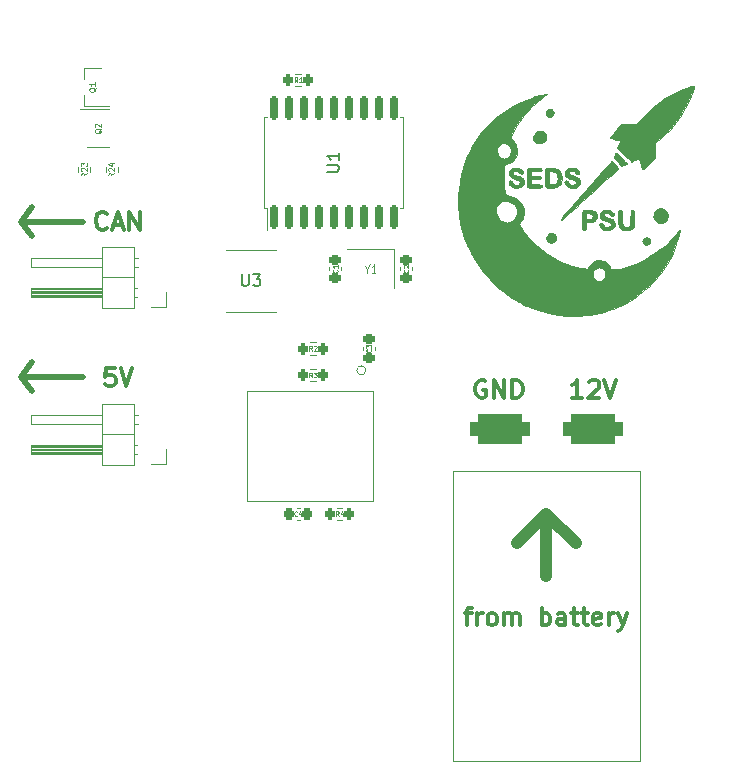
<source format=gbr>
%TF.GenerationSoftware,KiCad,Pcbnew,6.0.0*%
%TF.CreationDate,2022-01-12T19:36:27-05:00*%
%TF.ProjectId,raspi-hat,72617370-692d-4686-9174-2e6b69636164,rev?*%
%TF.SameCoordinates,Original*%
%TF.FileFunction,Legend,Top*%
%TF.FilePolarity,Positive*%
%FSLAX46Y46*%
G04 Gerber Fmt 4.6, Leading zero omitted, Abs format (unit mm)*
G04 Created by KiCad (PCBNEW 6.0.0) date 2022-01-12 19:36:27*
%MOMM*%
%LPD*%
G01*
G04 APERTURE LIST*
G04 Aperture macros list*
%AMRoundRect*
0 Rectangle with rounded corners*
0 $1 Rounding radius*
0 $2 $3 $4 $5 $6 $7 $8 $9 X,Y pos of 4 corners*
0 Add a 4 corners polygon primitive as box body*
4,1,4,$2,$3,$4,$5,$6,$7,$8,$9,$2,$3,0*
0 Add four circle primitives for the rounded corners*
1,1,$1+$1,$2,$3*
1,1,$1+$1,$4,$5*
1,1,$1+$1,$6,$7*
1,1,$1+$1,$8,$9*
0 Add four rect primitives between the rounded corners*
20,1,$1+$1,$2,$3,$4,$5,0*
20,1,$1+$1,$4,$5,$6,$7,0*
20,1,$1+$1,$6,$7,$8,$9,0*
20,1,$1+$1,$8,$9,$2,$3,0*%
G04 Aperture macros list end*
%ADD10C,1.000000*%
%ADD11C,0.500000*%
%ADD12C,0.300000*%
%ADD13C,0.150000*%
%ADD14C,0.080000*%
%ADD15C,0.075000*%
%ADD16C,0.060000*%
%ADD17C,0.105000*%
%ADD18C,0.120000*%
%ADD19C,0.010000*%
%ADD20C,0.100000*%
%ADD21C,3.000000*%
%ADD22R,1.000000X0.845000*%
%ADD23R,1.060000X0.650000*%
%ADD24R,0.900000X0.800000*%
%ADD25RoundRect,0.150000X0.150000X-0.875000X0.150000X0.875000X-0.150000X0.875000X-0.150000X-0.875000X0*%
%ADD26RoundRect,0.225000X0.225000X0.250000X-0.225000X0.250000X-0.225000X-0.250000X0.225000X-0.250000X0*%
%ADD27R,0.990600X1.092200*%
%ADD28R,0.889000X1.092200*%
%ADD29R,0.127000X0.127000*%
%ADD30R,1.092200X1.295400*%
%ADD31RoundRect,0.200000X-0.200000X-0.275000X0.200000X-0.275000X0.200000X0.275000X-0.200000X0.275000X0*%
%ADD32R,1.400000X1.200000*%
%ADD33RoundRect,0.225000X-0.250000X0.225000X-0.250000X-0.225000X0.250000X-0.225000X0.250000X0.225000X0*%
%ADD34RoundRect,0.225000X0.250000X-0.225000X0.250000X0.225000X-0.250000X0.225000X-0.250000X-0.225000X0*%
%ADD35RoundRect,0.200000X0.200000X0.275000X-0.200000X0.275000X-0.200000X-0.275000X0.200000X-0.275000X0*%
%ADD36R,1.700000X1.700000*%
%ADD37O,1.700000X1.700000*%
%ADD38R,1.981200X0.540800*%
%ADD39RoundRect,0.625000X1.875000X0.625000X-1.875000X0.625000X-1.875000X-0.625000X1.875000X-0.625000X0*%
G04 APERTURE END LIST*
D10*
X126000000Y-111000000D02*
X126000000Y-106000000D01*
X126000000Y-105750000D02*
X123500000Y-108250000D01*
D11*
X82500000Y-79750000D02*
X81500000Y-81000000D01*
X82500000Y-92875000D02*
X81500000Y-94125000D01*
X86750000Y-94125000D02*
X81750000Y-94125000D01*
X81500000Y-94125000D02*
X82500000Y-95375000D01*
D10*
X128500000Y-108250000D02*
X126000000Y-105750000D01*
D11*
X81500000Y-81000000D02*
X82500000Y-82250000D01*
X86750000Y-81000000D02*
X81750000Y-81000000D01*
D12*
X89464285Y-93428571D02*
X88750000Y-93428571D01*
X88678571Y-94142857D01*
X88750000Y-94071428D01*
X88892857Y-94000000D01*
X89250000Y-94000000D01*
X89392857Y-94071428D01*
X89464285Y-94142857D01*
X89535714Y-94285714D01*
X89535714Y-94642857D01*
X89464285Y-94785714D01*
X89392857Y-94857142D01*
X89250000Y-94928571D01*
X88892857Y-94928571D01*
X88750000Y-94857142D01*
X88678571Y-94785714D01*
X89964285Y-93428571D02*
X90464285Y-94928571D01*
X90964285Y-93428571D01*
X119107142Y-114178571D02*
X119678571Y-114178571D01*
X119321428Y-115178571D02*
X119321428Y-113892857D01*
X119392857Y-113750000D01*
X119535714Y-113678571D01*
X119678571Y-113678571D01*
X120178571Y-115178571D02*
X120178571Y-114178571D01*
X120178571Y-114464285D02*
X120250000Y-114321428D01*
X120321428Y-114250000D01*
X120464285Y-114178571D01*
X120607142Y-114178571D01*
X121321428Y-115178571D02*
X121178571Y-115107142D01*
X121107142Y-115035714D01*
X121035714Y-114892857D01*
X121035714Y-114464285D01*
X121107142Y-114321428D01*
X121178571Y-114250000D01*
X121321428Y-114178571D01*
X121535714Y-114178571D01*
X121678571Y-114250000D01*
X121750000Y-114321428D01*
X121821428Y-114464285D01*
X121821428Y-114892857D01*
X121750000Y-115035714D01*
X121678571Y-115107142D01*
X121535714Y-115178571D01*
X121321428Y-115178571D01*
X122464285Y-115178571D02*
X122464285Y-114178571D01*
X122464285Y-114321428D02*
X122535714Y-114250000D01*
X122678571Y-114178571D01*
X122892857Y-114178571D01*
X123035714Y-114250000D01*
X123107142Y-114392857D01*
X123107142Y-115178571D01*
X123107142Y-114392857D02*
X123178571Y-114250000D01*
X123321428Y-114178571D01*
X123535714Y-114178571D01*
X123678571Y-114250000D01*
X123750000Y-114392857D01*
X123750000Y-115178571D01*
X125607142Y-115178571D02*
X125607142Y-113678571D01*
X125607142Y-114250000D02*
X125750000Y-114178571D01*
X126035714Y-114178571D01*
X126178571Y-114250000D01*
X126250000Y-114321428D01*
X126321428Y-114464285D01*
X126321428Y-114892857D01*
X126250000Y-115035714D01*
X126178571Y-115107142D01*
X126035714Y-115178571D01*
X125750000Y-115178571D01*
X125607142Y-115107142D01*
X127607142Y-115178571D02*
X127607142Y-114392857D01*
X127535714Y-114250000D01*
X127392857Y-114178571D01*
X127107142Y-114178571D01*
X126964285Y-114250000D01*
X127607142Y-115107142D02*
X127464285Y-115178571D01*
X127107142Y-115178571D01*
X126964285Y-115107142D01*
X126892857Y-114964285D01*
X126892857Y-114821428D01*
X126964285Y-114678571D01*
X127107142Y-114607142D01*
X127464285Y-114607142D01*
X127607142Y-114535714D01*
X128107142Y-114178571D02*
X128678571Y-114178571D01*
X128321428Y-113678571D02*
X128321428Y-114964285D01*
X128392857Y-115107142D01*
X128535714Y-115178571D01*
X128678571Y-115178571D01*
X128964285Y-114178571D02*
X129535714Y-114178571D01*
X129178571Y-113678571D02*
X129178571Y-114964285D01*
X129250000Y-115107142D01*
X129392857Y-115178571D01*
X129535714Y-115178571D01*
X130607142Y-115107142D02*
X130464285Y-115178571D01*
X130178571Y-115178571D01*
X130035714Y-115107142D01*
X129964285Y-114964285D01*
X129964285Y-114392857D01*
X130035714Y-114250000D01*
X130178571Y-114178571D01*
X130464285Y-114178571D01*
X130607142Y-114250000D01*
X130678571Y-114392857D01*
X130678571Y-114535714D01*
X129964285Y-114678571D01*
X131321428Y-115178571D02*
X131321428Y-114178571D01*
X131321428Y-114464285D02*
X131392857Y-114321428D01*
X131464285Y-114250000D01*
X131607142Y-114178571D01*
X131750000Y-114178571D01*
X132107142Y-114178571D02*
X132464285Y-115178571D01*
X132821428Y-114178571D02*
X132464285Y-115178571D01*
X132321428Y-115535714D01*
X132250000Y-115607142D01*
X132107142Y-115678571D01*
X88785714Y-81535714D02*
X88714285Y-81607142D01*
X88500000Y-81678571D01*
X88357142Y-81678571D01*
X88142857Y-81607142D01*
X88000000Y-81464285D01*
X87928571Y-81321428D01*
X87857142Y-81035714D01*
X87857142Y-80821428D01*
X87928571Y-80535714D01*
X88000000Y-80392857D01*
X88142857Y-80250000D01*
X88357142Y-80178571D01*
X88500000Y-80178571D01*
X88714285Y-80250000D01*
X88785714Y-80321428D01*
X89357142Y-81250000D02*
X90071428Y-81250000D01*
X89214285Y-81678571D02*
X89714285Y-80178571D01*
X90214285Y-81678571D01*
X90714285Y-81678571D02*
X90714285Y-80178571D01*
X91571428Y-81678571D01*
X91571428Y-80178571D01*
X129071428Y-95928571D02*
X128214285Y-95928571D01*
X128642857Y-95928571D02*
X128642857Y-94428571D01*
X128500000Y-94642857D01*
X128357142Y-94785714D01*
X128214285Y-94857142D01*
X129642857Y-94571428D02*
X129714285Y-94500000D01*
X129857142Y-94428571D01*
X130214285Y-94428571D01*
X130357142Y-94500000D01*
X130428571Y-94571428D01*
X130500000Y-94714285D01*
X130500000Y-94857142D01*
X130428571Y-95071428D01*
X129571428Y-95928571D01*
X130500000Y-95928571D01*
X130928571Y-94428571D02*
X131428571Y-95928571D01*
X131928571Y-94428571D01*
X120857142Y-94500000D02*
X120714285Y-94428571D01*
X120500000Y-94428571D01*
X120285714Y-94500000D01*
X120142857Y-94642857D01*
X120071428Y-94785714D01*
X120000000Y-95071428D01*
X120000000Y-95285714D01*
X120071428Y-95571428D01*
X120142857Y-95714285D01*
X120285714Y-95857142D01*
X120500000Y-95928571D01*
X120642857Y-95928571D01*
X120857142Y-95857142D01*
X120928571Y-95785714D01*
X120928571Y-95285714D01*
X120642857Y-95285714D01*
X121571428Y-95928571D02*
X121571428Y-94428571D01*
X122428571Y-95928571D01*
X122428571Y-94428571D01*
X123142857Y-95928571D02*
X123142857Y-94428571D01*
X123500000Y-94428571D01*
X123714285Y-94500000D01*
X123857142Y-94642857D01*
X123928571Y-94785714D01*
X124000000Y-95071428D01*
X124000000Y-95285714D01*
X123928571Y-95571428D01*
X123857142Y-95714285D01*
X123714285Y-95857142D01*
X123500000Y-95928571D01*
X123142857Y-95928571D01*
D13*
X81338095Y-64852380D02*
X81338095Y-63852380D01*
X81338095Y-64328571D02*
X81909523Y-64328571D01*
X81909523Y-64852380D02*
X81909523Y-63852380D01*
X82909523Y-64852380D02*
X82338095Y-64852380D01*
X82623809Y-64852380D02*
X82623809Y-63852380D01*
X82528571Y-63995238D01*
X82433333Y-64090476D01*
X82338095Y-64138095D01*
X139338095Y-64872380D02*
X139338095Y-63872380D01*
X139338095Y-64348571D02*
X139909523Y-64348571D01*
X139909523Y-64872380D02*
X139909523Y-63872380D01*
X140338095Y-63967619D02*
X140385714Y-63920000D01*
X140480952Y-63872380D01*
X140719047Y-63872380D01*
X140814285Y-63920000D01*
X140861904Y-63967619D01*
X140909523Y-64062857D01*
X140909523Y-64158095D01*
X140861904Y-64300952D01*
X140290476Y-64872380D01*
X140909523Y-64872380D01*
X81338095Y-113862380D02*
X81338095Y-112862380D01*
X81338095Y-113338571D02*
X81909523Y-113338571D01*
X81909523Y-113862380D02*
X81909523Y-112862380D01*
X82290476Y-112862380D02*
X82909523Y-112862380D01*
X82576190Y-113243333D01*
X82719047Y-113243333D01*
X82814285Y-113290952D01*
X82861904Y-113338571D01*
X82909523Y-113433809D01*
X82909523Y-113671904D01*
X82861904Y-113767142D01*
X82814285Y-113814761D01*
X82719047Y-113862380D01*
X82433333Y-113862380D01*
X82338095Y-113814761D01*
X82290476Y-113767142D01*
X139328095Y-113852380D02*
X139328095Y-112852380D01*
X139328095Y-113328571D02*
X139899523Y-113328571D01*
X139899523Y-113852380D02*
X139899523Y-112852380D01*
X140804285Y-113185714D02*
X140804285Y-113852380D01*
X140566190Y-112804761D02*
X140328095Y-113519047D01*
X140947142Y-113519047D01*
D14*
X87126190Y-76921428D02*
X86888095Y-77088095D01*
X87126190Y-77207142D02*
X86626190Y-77207142D01*
X86626190Y-77016666D01*
X86650000Y-76969047D01*
X86673809Y-76945238D01*
X86721428Y-76921428D01*
X86792857Y-76921428D01*
X86840476Y-76945238D01*
X86864285Y-76969047D01*
X86888095Y-77016666D01*
X86888095Y-77207142D01*
X86673809Y-76730952D02*
X86650000Y-76707142D01*
X86626190Y-76659523D01*
X86626190Y-76540476D01*
X86650000Y-76492857D01*
X86673809Y-76469047D01*
X86721428Y-76445238D01*
X86769047Y-76445238D01*
X86840476Y-76469047D01*
X87126190Y-76754761D01*
X87126190Y-76445238D01*
X86626190Y-76278571D02*
X86626190Y-75969047D01*
X86816666Y-76135714D01*
X86816666Y-76064285D01*
X86840476Y-76016666D01*
X86864285Y-75992857D01*
X86911904Y-75969047D01*
X87030952Y-75969047D01*
X87078571Y-75992857D01*
X87102380Y-76016666D01*
X87126190Y-76064285D01*
X87126190Y-76207142D01*
X87102380Y-76254761D01*
X87078571Y-76278571D01*
X89426190Y-76921428D02*
X89188095Y-77088095D01*
X89426190Y-77207142D02*
X88926190Y-77207142D01*
X88926190Y-77016666D01*
X88950000Y-76969047D01*
X88973809Y-76945238D01*
X89021428Y-76921428D01*
X89092857Y-76921428D01*
X89140476Y-76945238D01*
X89164285Y-76969047D01*
X89188095Y-77016666D01*
X89188095Y-77207142D01*
X88973809Y-76730952D02*
X88950000Y-76707142D01*
X88926190Y-76659523D01*
X88926190Y-76540476D01*
X88950000Y-76492857D01*
X88973809Y-76469047D01*
X89021428Y-76445238D01*
X89069047Y-76445238D01*
X89140476Y-76469047D01*
X89426190Y-76754761D01*
X89426190Y-76445238D01*
X89092857Y-76016666D02*
X89426190Y-76016666D01*
X88902380Y-76135714D02*
X89259523Y-76254761D01*
X89259523Y-75945238D01*
D15*
X88323809Y-73147619D02*
X88300000Y-73195238D01*
X88252380Y-73242857D01*
X88180952Y-73314285D01*
X88157142Y-73361904D01*
X88157142Y-73409523D01*
X88276190Y-73385714D02*
X88252380Y-73433333D01*
X88204761Y-73480952D01*
X88109523Y-73504761D01*
X87942857Y-73504761D01*
X87847619Y-73480952D01*
X87800000Y-73433333D01*
X87776190Y-73385714D01*
X87776190Y-73290476D01*
X87800000Y-73242857D01*
X87847619Y-73195238D01*
X87942857Y-73171428D01*
X88109523Y-73171428D01*
X88204761Y-73195238D01*
X88252380Y-73242857D01*
X88276190Y-73290476D01*
X88276190Y-73385714D01*
X87823809Y-72980952D02*
X87800000Y-72957142D01*
X87776190Y-72909523D01*
X87776190Y-72790476D01*
X87800000Y-72742857D01*
X87823809Y-72719047D01*
X87871428Y-72695238D01*
X87919047Y-72695238D01*
X87990476Y-72719047D01*
X88276190Y-73004761D01*
X88276190Y-72695238D01*
X87873809Y-69647619D02*
X87850000Y-69695238D01*
X87802380Y-69742857D01*
X87730952Y-69814285D01*
X87707142Y-69861904D01*
X87707142Y-69909523D01*
X87826190Y-69885714D02*
X87802380Y-69933333D01*
X87754761Y-69980952D01*
X87659523Y-70004761D01*
X87492857Y-70004761D01*
X87397619Y-69980952D01*
X87350000Y-69933333D01*
X87326190Y-69885714D01*
X87326190Y-69790476D01*
X87350000Y-69742857D01*
X87397619Y-69695238D01*
X87492857Y-69671428D01*
X87659523Y-69671428D01*
X87754761Y-69695238D01*
X87802380Y-69742857D01*
X87826190Y-69790476D01*
X87826190Y-69885714D01*
X87826190Y-69195238D02*
X87826190Y-69480952D01*
X87826190Y-69338095D02*
X87326190Y-69338095D01*
X87397619Y-69385714D01*
X87445238Y-69433333D01*
X87469047Y-69480952D01*
D13*
X107452380Y-76761904D02*
X108261904Y-76761904D01*
X108357142Y-76714285D01*
X108404761Y-76666666D01*
X108452380Y-76571428D01*
X108452380Y-76380952D01*
X108404761Y-76285714D01*
X108357142Y-76238095D01*
X108261904Y-76190476D01*
X107452380Y-76190476D01*
X108452380Y-75190476D02*
X108452380Y-75761904D01*
X108452380Y-75476190D02*
X107452380Y-75476190D01*
X107595238Y-75571428D01*
X107690476Y-75666666D01*
X107738095Y-75761904D01*
D16*
X104933333Y-105892857D02*
X104914285Y-105911904D01*
X104857142Y-105930952D01*
X104819047Y-105930952D01*
X104761904Y-105911904D01*
X104723809Y-105873809D01*
X104704761Y-105835714D01*
X104685714Y-105759523D01*
X104685714Y-105702380D01*
X104704761Y-105626190D01*
X104723809Y-105588095D01*
X104761904Y-105550000D01*
X104819047Y-105530952D01*
X104857142Y-105530952D01*
X104914285Y-105550000D01*
X104933333Y-105569047D01*
X105276190Y-105664285D02*
X105276190Y-105930952D01*
X105180952Y-105511904D02*
X105085714Y-105797619D01*
X105333333Y-105797619D01*
X106183333Y-91930952D02*
X106050000Y-91740476D01*
X105954761Y-91930952D02*
X105954761Y-91530952D01*
X106107142Y-91530952D01*
X106145238Y-91550000D01*
X106164285Y-91569047D01*
X106183333Y-91607142D01*
X106183333Y-91664285D01*
X106164285Y-91702380D01*
X106145238Y-91721428D01*
X106107142Y-91740476D01*
X105954761Y-91740476D01*
X106335714Y-91569047D02*
X106354761Y-91550000D01*
X106392857Y-91530952D01*
X106488095Y-91530952D01*
X106526190Y-91550000D01*
X106545238Y-91569047D01*
X106564285Y-91607142D01*
X106564285Y-91645238D01*
X106545238Y-91702380D01*
X106316666Y-91930952D01*
X106564285Y-91930952D01*
D17*
X110816666Y-84983333D02*
X110816666Y-85316666D01*
X110583333Y-84616666D02*
X110816666Y-84983333D01*
X111050000Y-84616666D01*
X111650000Y-85316666D02*
X111250000Y-85316666D01*
X111450000Y-85316666D02*
X111450000Y-84616666D01*
X111383333Y-84716666D01*
X111316666Y-84783333D01*
X111250000Y-84816666D01*
D16*
X108292857Y-85066666D02*
X108311904Y-85085714D01*
X108330952Y-85142857D01*
X108330952Y-85180952D01*
X108311904Y-85238095D01*
X108273809Y-85276190D01*
X108235714Y-85295238D01*
X108159523Y-85314285D01*
X108102380Y-85314285D01*
X108026190Y-85295238D01*
X107988095Y-85276190D01*
X107950000Y-85238095D01*
X107930952Y-85180952D01*
X107930952Y-85142857D01*
X107950000Y-85085714D01*
X107969047Y-85066666D01*
X108330952Y-84685714D02*
X108330952Y-84914285D01*
X108330952Y-84800000D02*
X107930952Y-84800000D01*
X107988095Y-84838095D01*
X108026190Y-84876190D01*
X108045238Y-84914285D01*
X111142857Y-91816666D02*
X111161904Y-91835714D01*
X111180952Y-91892857D01*
X111180952Y-91930952D01*
X111161904Y-91988095D01*
X111123809Y-92026190D01*
X111085714Y-92045238D01*
X111009523Y-92064285D01*
X110952380Y-92064285D01*
X110876190Y-92045238D01*
X110838095Y-92026190D01*
X110800000Y-91988095D01*
X110780952Y-91930952D01*
X110780952Y-91892857D01*
X110800000Y-91835714D01*
X110819047Y-91816666D01*
X110780952Y-91683333D02*
X110780952Y-91435714D01*
X110933333Y-91569047D01*
X110933333Y-91511904D01*
X110952380Y-91473809D01*
X110971428Y-91454761D01*
X111009523Y-91435714D01*
X111104761Y-91435714D01*
X111142857Y-91454761D01*
X111161904Y-91473809D01*
X111180952Y-91511904D01*
X111180952Y-91626190D01*
X111161904Y-91664285D01*
X111142857Y-91683333D01*
X104933333Y-69180952D02*
X104800000Y-68990476D01*
X104704761Y-69180952D02*
X104704761Y-68780952D01*
X104857142Y-68780952D01*
X104895238Y-68800000D01*
X104914285Y-68819047D01*
X104933333Y-68857142D01*
X104933333Y-68914285D01*
X104914285Y-68952380D01*
X104895238Y-68971428D01*
X104857142Y-68990476D01*
X104704761Y-68990476D01*
X105314285Y-69180952D02*
X105085714Y-69180952D01*
X105200000Y-69180952D02*
X105200000Y-68780952D01*
X105161904Y-68838095D01*
X105123809Y-68876190D01*
X105085714Y-68895238D01*
D13*
X100238095Y-85452380D02*
X100238095Y-86261904D01*
X100285714Y-86357142D01*
X100333333Y-86404761D01*
X100428571Y-86452380D01*
X100619047Y-86452380D01*
X100714285Y-86404761D01*
X100761904Y-86357142D01*
X100809523Y-86261904D01*
X100809523Y-85452380D01*
X101190476Y-85452380D02*
X101809523Y-85452380D01*
X101476190Y-85833333D01*
X101619047Y-85833333D01*
X101714285Y-85880952D01*
X101761904Y-85928571D01*
X101809523Y-86023809D01*
X101809523Y-86261904D01*
X101761904Y-86357142D01*
X101714285Y-86404761D01*
X101619047Y-86452380D01*
X101333333Y-86452380D01*
X101238095Y-86404761D01*
X101190476Y-86357142D01*
D16*
X106183333Y-94180952D02*
X106050000Y-93990476D01*
X105954761Y-94180952D02*
X105954761Y-93780952D01*
X106107142Y-93780952D01*
X106145238Y-93800000D01*
X106164285Y-93819047D01*
X106183333Y-93857142D01*
X106183333Y-93914285D01*
X106164285Y-93952380D01*
X106145238Y-93971428D01*
X106107142Y-93990476D01*
X105954761Y-93990476D01*
X106316666Y-93780952D02*
X106564285Y-93780952D01*
X106430952Y-93933333D01*
X106488095Y-93933333D01*
X106526190Y-93952380D01*
X106545238Y-93971428D01*
X106564285Y-94009523D01*
X106564285Y-94104761D01*
X106545238Y-94142857D01*
X106526190Y-94161904D01*
X106488095Y-94180952D01*
X106373809Y-94180952D01*
X106335714Y-94161904D01*
X106316666Y-94142857D01*
X114292857Y-85066666D02*
X114311904Y-85085714D01*
X114330952Y-85142857D01*
X114330952Y-85180952D01*
X114311904Y-85238095D01*
X114273809Y-85276190D01*
X114235714Y-85295238D01*
X114159523Y-85314285D01*
X114102380Y-85314285D01*
X114026190Y-85295238D01*
X113988095Y-85276190D01*
X113950000Y-85238095D01*
X113930952Y-85180952D01*
X113930952Y-85142857D01*
X113950000Y-85085714D01*
X113969047Y-85066666D01*
X113969047Y-84914285D02*
X113950000Y-84895238D01*
X113930952Y-84857142D01*
X113930952Y-84761904D01*
X113950000Y-84723809D01*
X113969047Y-84704761D01*
X114007142Y-84685714D01*
X114045238Y-84685714D01*
X114102380Y-84704761D01*
X114330952Y-84933333D01*
X114330952Y-84685714D01*
X108433333Y-105930952D02*
X108300000Y-105740476D01*
X108204761Y-105930952D02*
X108204761Y-105530952D01*
X108357142Y-105530952D01*
X108395238Y-105550000D01*
X108414285Y-105569047D01*
X108433333Y-105607142D01*
X108433333Y-105664285D01*
X108414285Y-105702380D01*
X108395238Y-105721428D01*
X108357142Y-105740476D01*
X108204761Y-105740476D01*
X108776190Y-105664285D02*
X108776190Y-105930952D01*
X108680952Y-105511904D02*
X108585714Y-105797619D01*
X108833333Y-105797619D01*
D18*
X86390000Y-76380000D02*
X86390000Y-76820000D01*
X87410000Y-76380000D02*
X87410000Y-76820000D01*
X89710000Y-76380000D02*
X89710000Y-76820000D01*
X88690000Y-76380000D02*
X88690000Y-76820000D01*
X88950000Y-71490000D02*
X86500000Y-71490000D01*
X87150000Y-74710000D02*
X88950000Y-74710000D01*
X86840000Y-68020000D02*
X86840000Y-68950000D01*
X86840000Y-68020000D02*
X88300000Y-68020000D01*
X86840000Y-71180000D02*
X86840000Y-70250000D01*
X86840000Y-71180000D02*
X89000000Y-71180000D01*
X102360000Y-79860000D02*
X102360000Y-81675000D01*
X113885000Y-79860000D02*
X113640000Y-79860000D01*
X113885000Y-76000000D02*
X113885000Y-72140000D01*
X102115000Y-79860000D02*
X102360000Y-79860000D01*
X102115000Y-76000000D02*
X102115000Y-72140000D01*
X113885000Y-76000000D02*
X113885000Y-79860000D01*
X113885000Y-72140000D02*
X113640000Y-72140000D01*
X102115000Y-76000000D02*
X102115000Y-79860000D01*
X102115000Y-72140000D02*
X102360000Y-72140000D01*
X105140580Y-106260000D02*
X104859420Y-106260000D01*
X105140580Y-105240000D02*
X104859420Y-105240000D01*
X100627900Y-104622800D02*
X111372101Y-104622800D01*
X111372101Y-104622800D02*
X111372101Y-95377200D01*
X111372101Y-95377200D02*
X100627900Y-95377200D01*
X100627900Y-95377200D02*
X100627900Y-104622800D01*
X110726101Y-93599200D02*
G75*
G03*
X110726101Y-93599200I-381000J0D01*
G01*
X106012742Y-92272500D02*
X106487258Y-92272500D01*
X106012742Y-91227500D02*
X106487258Y-91227500D01*
X113150000Y-83350000D02*
X109150000Y-83350000D01*
X113150000Y-86650000D02*
X113150000Y-83350000D01*
X108660000Y-84859420D02*
X108660000Y-85140580D01*
X107640000Y-84859420D02*
X107640000Y-85140580D01*
X110490000Y-91890580D02*
X110490000Y-91609420D01*
X111510000Y-91890580D02*
X111510000Y-91609420D01*
X105237258Y-69522500D02*
X104762742Y-69522500D01*
X105237258Y-68477500D02*
X104762742Y-68477500D01*
X82400000Y-98115000D02*
X82400000Y-97355000D01*
X91390000Y-99895000D02*
X91060000Y-99895000D01*
X88400000Y-100475000D02*
X82400000Y-100475000D01*
X88400000Y-100355000D02*
X82400000Y-100355000D01*
X88400000Y-98115000D02*
X82400000Y-98115000D01*
X88400000Y-100235000D02*
X82400000Y-100235000D01*
X88400000Y-96405000D02*
X88400000Y-101605000D01*
X91060000Y-99005000D02*
X88400000Y-99005000D01*
X88400000Y-100595000D02*
X82400000Y-100595000D01*
X88400000Y-101605000D02*
X91060000Y-101605000D01*
X91390000Y-100655000D02*
X91060000Y-100655000D01*
X88400000Y-100115000D02*
X82400000Y-100115000D01*
X93770000Y-101545000D02*
X92500000Y-101545000D01*
X91457071Y-98115000D02*
X91060000Y-98115000D01*
X82400000Y-97355000D02*
X88400000Y-97355000D01*
X88400000Y-99995000D02*
X82400000Y-99995000D01*
X91457071Y-97355000D02*
X91060000Y-97355000D01*
X88400000Y-100655000D02*
X82400000Y-100655000D01*
X91060000Y-101605000D02*
X91060000Y-96405000D01*
X93770000Y-100275000D02*
X93770000Y-101545000D01*
X82400000Y-99895000D02*
X88400000Y-99895000D01*
X82400000Y-100655000D02*
X82400000Y-99895000D01*
X91060000Y-96405000D02*
X88400000Y-96405000D01*
D19*
X126420908Y-71489131D02*
X126473146Y-71502561D01*
X126473146Y-71502561D02*
X126517693Y-71531431D01*
X126517693Y-71531431D02*
X126532290Y-71544042D01*
X126532290Y-71544042D02*
X126594479Y-71624731D01*
X126594479Y-71624731D02*
X126622615Y-71717872D01*
X126622615Y-71717872D02*
X126619989Y-71815973D01*
X126619989Y-71815973D02*
X126589890Y-71911541D01*
X126589890Y-71911541D02*
X126535607Y-71997086D01*
X126535607Y-71997086D02*
X126460429Y-72065117D01*
X126460429Y-72065117D02*
X126367646Y-72108140D01*
X126367646Y-72108140D02*
X126279616Y-72119492D01*
X126279616Y-72119492D02*
X126210501Y-72114913D01*
X126210501Y-72114913D02*
X126153494Y-72105032D01*
X126153494Y-72105032D02*
X126139917Y-72100640D01*
X126139917Y-72100640D02*
X126059785Y-72045909D01*
X126059785Y-72045909D02*
X126008090Y-71960353D01*
X126008090Y-71960353D02*
X125985915Y-71850669D01*
X125985915Y-71850669D02*
X125984032Y-71772150D01*
X125984032Y-71772150D02*
X125994485Y-71716463D01*
X125994485Y-71716463D02*
X126021248Y-71664941D01*
X126021248Y-71664941D02*
X126027422Y-71655671D01*
X126027422Y-71655671D02*
X126108733Y-71562632D01*
X126108733Y-71562632D02*
X126203576Y-71507512D01*
X126203576Y-71507512D02*
X126319340Y-71486345D01*
X126319340Y-71486345D02*
X126343796Y-71485834D01*
X126343796Y-71485834D02*
X126420908Y-71489131D01*
X126420908Y-71489131D02*
X126420908Y-71489131D01*
G36*
X126420908Y-71489131D02*
G01*
X126473146Y-71502561D01*
X126517693Y-71531431D01*
X126532290Y-71544042D01*
X126594479Y-71624731D01*
X126622615Y-71717872D01*
X126619989Y-71815973D01*
X126589890Y-71911541D01*
X126535607Y-71997086D01*
X126460429Y-72065117D01*
X126367646Y-72108140D01*
X126279616Y-72119492D01*
X126210501Y-72114913D01*
X126153494Y-72105032D01*
X126139917Y-72100640D01*
X126059785Y-72045909D01*
X126008090Y-71960353D01*
X125985915Y-71850669D01*
X125984032Y-71772150D01*
X125994485Y-71716463D01*
X126021248Y-71664941D01*
X126027422Y-71655671D01*
X126108733Y-71562632D01*
X126203576Y-71507512D01*
X126319340Y-71486345D01*
X126343796Y-71485834D01*
X126420908Y-71489131D01*
G37*
X126420908Y-71489131D02*
X126473146Y-71502561D01*
X126517693Y-71531431D01*
X126532290Y-71544042D01*
X126594479Y-71624731D01*
X126622615Y-71717872D01*
X126619989Y-71815973D01*
X126589890Y-71911541D01*
X126535607Y-71997086D01*
X126460429Y-72065117D01*
X126367646Y-72108140D01*
X126279616Y-72119492D01*
X126210501Y-72114913D01*
X126153494Y-72105032D01*
X126139917Y-72100640D01*
X126059785Y-72045909D01*
X126008090Y-71960353D01*
X125985915Y-71850669D01*
X125984032Y-71772150D01*
X125994485Y-71716463D01*
X126021248Y-71664941D01*
X126027422Y-71655671D01*
X126108733Y-71562632D01*
X126203576Y-71507512D01*
X126319340Y-71486345D01*
X126343796Y-71485834D01*
X126420908Y-71489131D01*
X131550307Y-75900895D02*
X131577042Y-75914013D01*
X131577042Y-75914013D02*
X131613280Y-75942869D01*
X131613280Y-75942869D02*
X131663112Y-75990959D01*
X131663112Y-75990959D02*
X131730630Y-76061777D01*
X131730630Y-76061777D02*
X131819925Y-76158820D01*
X131819925Y-76158820D02*
X131879869Y-76224710D01*
X131879869Y-76224710D02*
X131962694Y-76317651D01*
X131962694Y-76317651D02*
X132019497Y-76386213D01*
X132019497Y-76386213D02*
X132054184Y-76435958D01*
X132054184Y-76435958D02*
X132070659Y-76472447D01*
X132070659Y-76472447D02*
X132073008Y-76499820D01*
X132073008Y-76499820D02*
X132065499Y-76514687D01*
X132065499Y-76514687D02*
X132044240Y-76541172D01*
X132044240Y-76541172D02*
X132007822Y-76580591D01*
X132007822Y-76580591D02*
X131954835Y-76634263D01*
X131954835Y-76634263D02*
X131883871Y-76703507D01*
X131883871Y-76703507D02*
X131793520Y-76789638D01*
X131793520Y-76789638D02*
X131682374Y-76893977D01*
X131682374Y-76893977D02*
X131549022Y-77017840D01*
X131549022Y-77017840D02*
X131392057Y-77162545D01*
X131392057Y-77162545D02*
X131210069Y-77329410D01*
X131210069Y-77329410D02*
X131001649Y-77519753D01*
X131001649Y-77519753D02*
X130765388Y-77734893D01*
X130765388Y-77734893D02*
X130499876Y-77976146D01*
X130499876Y-77976146D02*
X130320334Y-78139069D01*
X130320334Y-78139069D02*
X129957509Y-78468140D01*
X129957509Y-78468140D02*
X129624713Y-78769904D01*
X129624713Y-78769904D02*
X129320643Y-79045525D01*
X129320643Y-79045525D02*
X129043999Y-79296165D01*
X129043999Y-79296165D02*
X128793479Y-79522988D01*
X128793479Y-79522988D02*
X128567781Y-79727158D01*
X128567781Y-79727158D02*
X128365604Y-79909837D01*
X128365604Y-79909837D02*
X128185646Y-80072189D01*
X128185646Y-80072189D02*
X128026606Y-80215377D01*
X128026606Y-80215377D02*
X127887181Y-80340565D01*
X127887181Y-80340565D02*
X127766072Y-80448915D01*
X127766072Y-80448915D02*
X127661975Y-80541590D01*
X127661975Y-80541590D02*
X127573589Y-80619755D01*
X127573589Y-80619755D02*
X127499614Y-80684573D01*
X127499614Y-80684573D02*
X127438746Y-80737206D01*
X127438746Y-80737206D02*
X127389686Y-80778818D01*
X127389686Y-80778818D02*
X127351131Y-80810572D01*
X127351131Y-80810572D02*
X127321779Y-80833631D01*
X127321779Y-80833631D02*
X127300329Y-80849159D01*
X127300329Y-80849159D02*
X127285480Y-80858320D01*
X127285480Y-80858320D02*
X127275930Y-80862275D01*
X127275930Y-80862275D02*
X127272951Y-80862667D01*
X127272951Y-80862667D02*
X127245595Y-80849966D01*
X127245595Y-80849966D02*
X127244111Y-80848556D01*
X127244111Y-80848556D02*
X127236201Y-80839876D01*
X127236201Y-80839876D02*
X127230925Y-80830119D01*
X127230925Y-80830119D02*
X127229750Y-80817494D01*
X127229750Y-80817494D02*
X127234145Y-80800211D01*
X127234145Y-80800211D02*
X127245579Y-80776482D01*
X127245579Y-80776482D02*
X127265521Y-80744517D01*
X127265521Y-80744517D02*
X127295439Y-80702526D01*
X127295439Y-80702526D02*
X127336801Y-80648719D01*
X127336801Y-80648719D02*
X127391077Y-80581308D01*
X127391077Y-80581308D02*
X127459735Y-80498502D01*
X127459735Y-80498502D02*
X127544243Y-80398512D01*
X127544243Y-80398512D02*
X127646070Y-80279548D01*
X127646070Y-80279548D02*
X127766684Y-80139821D01*
X127766684Y-80139821D02*
X127907555Y-79977542D01*
X127907555Y-79977542D02*
X128070150Y-79790920D01*
X128070150Y-79790920D02*
X128255939Y-79578166D01*
X128255939Y-79578166D02*
X128466390Y-79337491D01*
X128466390Y-79337491D02*
X128702972Y-79067106D01*
X128702972Y-79067106D02*
X128752435Y-79010584D01*
X128752435Y-79010584D02*
X129117160Y-78594017D01*
X129117160Y-78594017D02*
X129454558Y-78209096D01*
X129454558Y-78209096D02*
X129764976Y-77855431D01*
X129764976Y-77855431D02*
X130048758Y-77532633D01*
X130048758Y-77532633D02*
X130306253Y-77240311D01*
X130306253Y-77240311D02*
X130537806Y-76978077D01*
X130537806Y-76978077D02*
X130743763Y-76745540D01*
X130743763Y-76745540D02*
X130924470Y-76542310D01*
X130924470Y-76542310D02*
X131080275Y-76367998D01*
X131080275Y-76367998D02*
X131211522Y-76222214D01*
X131211522Y-76222214D02*
X131318559Y-76104568D01*
X131318559Y-76104568D02*
X131401732Y-76014670D01*
X131401732Y-76014670D02*
X131461387Y-75952131D01*
X131461387Y-75952131D02*
X131497870Y-75916561D01*
X131497870Y-75916561D02*
X131508977Y-75907895D01*
X131508977Y-75907895D02*
X131528982Y-75900021D01*
X131528982Y-75900021D02*
X131550307Y-75900895D01*
X131550307Y-75900895D02*
X131550307Y-75900895D01*
G36*
X131550307Y-75900895D02*
G01*
X131577042Y-75914013D01*
X131613280Y-75942869D01*
X131663112Y-75990959D01*
X131730630Y-76061777D01*
X131819925Y-76158820D01*
X131879869Y-76224710D01*
X131962694Y-76317651D01*
X132019497Y-76386213D01*
X132054184Y-76435958D01*
X132070659Y-76472447D01*
X132073008Y-76499820D01*
X132065499Y-76514687D01*
X132044240Y-76541172D01*
X132007822Y-76580591D01*
X131954835Y-76634263D01*
X131883871Y-76703507D01*
X131793520Y-76789638D01*
X131682374Y-76893977D01*
X131549022Y-77017840D01*
X131392057Y-77162545D01*
X131210069Y-77329410D01*
X131001649Y-77519753D01*
X130765388Y-77734893D01*
X130499876Y-77976146D01*
X130320334Y-78139069D01*
X129957509Y-78468140D01*
X129624713Y-78769904D01*
X129320643Y-79045525D01*
X129043999Y-79296165D01*
X128793479Y-79522988D01*
X128567781Y-79727158D01*
X128365604Y-79909837D01*
X128185646Y-80072189D01*
X128026606Y-80215377D01*
X127887181Y-80340565D01*
X127766072Y-80448915D01*
X127661975Y-80541590D01*
X127573589Y-80619755D01*
X127499614Y-80684573D01*
X127438746Y-80737206D01*
X127389686Y-80778818D01*
X127351131Y-80810572D01*
X127321779Y-80833631D01*
X127300329Y-80849159D01*
X127285480Y-80858320D01*
X127275930Y-80862275D01*
X127272951Y-80862667D01*
X127245595Y-80849966D01*
X127244111Y-80848556D01*
X127236201Y-80839876D01*
X127230925Y-80830119D01*
X127229750Y-80817494D01*
X127234145Y-80800211D01*
X127245579Y-80776482D01*
X127265521Y-80744517D01*
X127295439Y-80702526D01*
X127336801Y-80648719D01*
X127391077Y-80581308D01*
X127459735Y-80498502D01*
X127544243Y-80398512D01*
X127646070Y-80279548D01*
X127766684Y-80139821D01*
X127907555Y-79977542D01*
X128070150Y-79790920D01*
X128255939Y-79578166D01*
X128466390Y-79337491D01*
X128702972Y-79067106D01*
X128752435Y-79010584D01*
X129117160Y-78594017D01*
X129454558Y-78209096D01*
X129764976Y-77855431D01*
X130048758Y-77532633D01*
X130306253Y-77240311D01*
X130537806Y-76978077D01*
X130743763Y-76745540D01*
X130924470Y-76542310D01*
X131080275Y-76367998D01*
X131211522Y-76222214D01*
X131318559Y-76104568D01*
X131401732Y-76014670D01*
X131461387Y-75952131D01*
X131497870Y-75916561D01*
X131508977Y-75907895D01*
X131528982Y-75900021D01*
X131550307Y-75900895D01*
G37*
X131550307Y-75900895D02*
X131577042Y-75914013D01*
X131613280Y-75942869D01*
X131663112Y-75990959D01*
X131730630Y-76061777D01*
X131819925Y-76158820D01*
X131879869Y-76224710D01*
X131962694Y-76317651D01*
X132019497Y-76386213D01*
X132054184Y-76435958D01*
X132070659Y-76472447D01*
X132073008Y-76499820D01*
X132065499Y-76514687D01*
X132044240Y-76541172D01*
X132007822Y-76580591D01*
X131954835Y-76634263D01*
X131883871Y-76703507D01*
X131793520Y-76789638D01*
X131682374Y-76893977D01*
X131549022Y-77017840D01*
X131392057Y-77162545D01*
X131210069Y-77329410D01*
X131001649Y-77519753D01*
X130765388Y-77734893D01*
X130499876Y-77976146D01*
X130320334Y-78139069D01*
X129957509Y-78468140D01*
X129624713Y-78769904D01*
X129320643Y-79045525D01*
X129043999Y-79296165D01*
X128793479Y-79522988D01*
X128567781Y-79727158D01*
X128365604Y-79909837D01*
X128185646Y-80072189D01*
X128026606Y-80215377D01*
X127887181Y-80340565D01*
X127766072Y-80448915D01*
X127661975Y-80541590D01*
X127573589Y-80619755D01*
X127499614Y-80684573D01*
X127438746Y-80737206D01*
X127389686Y-80778818D01*
X127351131Y-80810572D01*
X127321779Y-80833631D01*
X127300329Y-80849159D01*
X127285480Y-80858320D01*
X127275930Y-80862275D01*
X127272951Y-80862667D01*
X127245595Y-80849966D01*
X127244111Y-80848556D01*
X127236201Y-80839876D01*
X127230925Y-80830119D01*
X127229750Y-80817494D01*
X127234145Y-80800211D01*
X127245579Y-80776482D01*
X127265521Y-80744517D01*
X127295439Y-80702526D01*
X127336801Y-80648719D01*
X127391077Y-80581308D01*
X127459735Y-80498502D01*
X127544243Y-80398512D01*
X127646070Y-80279548D01*
X127766684Y-80139821D01*
X127907555Y-79977542D01*
X128070150Y-79790920D01*
X128255939Y-79578166D01*
X128466390Y-79337491D01*
X128702972Y-79067106D01*
X128752435Y-79010584D01*
X129117160Y-78594017D01*
X129454558Y-78209096D01*
X129764976Y-77855431D01*
X130048758Y-77532633D01*
X130306253Y-77240311D01*
X130537806Y-76978077D01*
X130743763Y-76745540D01*
X130924470Y-76542310D01*
X131080275Y-76367998D01*
X131211522Y-76222214D01*
X131318559Y-76104568D01*
X131401732Y-76014670D01*
X131461387Y-75952131D01*
X131497870Y-75916561D01*
X131508977Y-75907895D01*
X131528982Y-75900021D01*
X131550307Y-75900895D01*
X126543856Y-76482492D02*
X126679911Y-76487559D01*
X126679911Y-76487559D02*
X126787024Y-76498008D01*
X126787024Y-76498008D02*
X126871863Y-76515479D01*
X126871863Y-76515479D02*
X126941098Y-76541611D01*
X126941098Y-76541611D02*
X127001397Y-76578044D01*
X127001397Y-76578044D02*
X127059431Y-76626417D01*
X127059431Y-76626417D02*
X127092292Y-76658197D01*
X127092292Y-76658197D02*
X127181999Y-76764816D01*
X127181999Y-76764816D02*
X127245470Y-76882673D01*
X127245470Y-76882673D02*
X127286195Y-77020739D01*
X127286195Y-77020739D02*
X127307666Y-77187982D01*
X127307666Y-77187982D02*
X127309444Y-77216186D01*
X127309444Y-77216186D02*
X127306892Y-77428746D01*
X127306892Y-77428746D02*
X127274747Y-77616960D01*
X127274747Y-77616960D02*
X127213923Y-77778704D01*
X127213923Y-77778704D02*
X127125329Y-77911856D01*
X127125329Y-77911856D02*
X127009876Y-78014293D01*
X127009876Y-78014293D02*
X126952375Y-78048279D01*
X126952375Y-78048279D02*
X126874504Y-78076060D01*
X126874504Y-78076060D02*
X126763388Y-78098746D01*
X126763388Y-78098746D02*
X126627884Y-78115657D01*
X126627884Y-78115657D02*
X126476848Y-78126113D01*
X126476848Y-78126113D02*
X126319138Y-78129436D01*
X126319138Y-78129436D02*
X126163610Y-78124945D01*
X126163610Y-78124945D02*
X126060178Y-78116726D01*
X126060178Y-78116726D02*
X126022486Y-78112072D01*
X126022486Y-78112072D02*
X125991780Y-78104090D01*
X125991780Y-78104090D02*
X125967354Y-78088773D01*
X125967354Y-78088773D02*
X125948502Y-78062117D01*
X125948502Y-78062117D02*
X125934518Y-78020116D01*
X125934518Y-78020116D02*
X125924697Y-77958766D01*
X125924697Y-77958766D02*
X125918333Y-77874062D01*
X125918333Y-77874062D02*
X125917101Y-77835834D01*
X125917101Y-77835834D02*
X126256334Y-77835834D01*
X126256334Y-77835834D02*
X126459510Y-77835834D01*
X126459510Y-77835834D02*
X126581310Y-77832507D01*
X126581310Y-77832507D02*
X126669477Y-77821832D01*
X126669477Y-77821832D02*
X126732238Y-77802769D01*
X126732238Y-77802769D02*
X126736565Y-77800775D01*
X126736565Y-77800775D02*
X126821850Y-77737453D01*
X126821850Y-77737453D02*
X126888249Y-77639657D01*
X126888249Y-77639657D02*
X126933909Y-77511670D01*
X126933909Y-77511670D02*
X126956972Y-77357776D01*
X126956972Y-77357776D02*
X126959475Y-77286204D01*
X126959475Y-77286204D02*
X126947473Y-77118060D01*
X126947473Y-77118060D02*
X126909750Y-76983256D01*
X126909750Y-76983256D02*
X126845896Y-76881201D01*
X126845896Y-76881201D02*
X126755504Y-76811304D01*
X126755504Y-76811304D02*
X126638164Y-76772972D01*
X126638164Y-76772972D02*
X126601277Y-76767902D01*
X126601277Y-76767902D02*
X126509486Y-76758411D01*
X126509486Y-76758411D02*
X126409355Y-76748030D01*
X126409355Y-76748030D02*
X126372750Y-76744227D01*
X126372750Y-76744227D02*
X126256334Y-76732121D01*
X126256334Y-76732121D02*
X126256334Y-77835834D01*
X126256334Y-77835834D02*
X125917101Y-77835834D01*
X125917101Y-77835834D02*
X125914721Y-77761999D01*
X125914721Y-77761999D02*
X125913154Y-77618570D01*
X125913154Y-77618570D02*
X125912927Y-77439772D01*
X125912927Y-77439772D02*
X125913206Y-77282639D01*
X125913206Y-77282639D02*
X125913784Y-77087185D01*
X125913784Y-77087185D02*
X125914748Y-76929685D01*
X125914748Y-76929685D02*
X125916316Y-76805761D01*
X125916316Y-76805761D02*
X125918708Y-76711035D01*
X125918708Y-76711035D02*
X125922142Y-76641128D01*
X125922142Y-76641128D02*
X125926837Y-76591661D01*
X125926837Y-76591661D02*
X125933011Y-76558256D01*
X125933011Y-76558256D02*
X125940884Y-76536535D01*
X125940884Y-76536535D02*
X125950673Y-76522119D01*
X125950673Y-76522119D02*
X125951232Y-76521495D01*
X125951232Y-76521495D02*
X125967457Y-76507092D01*
X125967457Y-76507092D02*
X125990371Y-76496572D01*
X125990371Y-76496572D02*
X126026249Y-76489335D01*
X126026249Y-76489335D02*
X126081365Y-76484779D01*
X126081365Y-76484779D02*
X126161996Y-76482304D01*
X126161996Y-76482304D02*
X126274416Y-76481307D01*
X126274416Y-76481307D02*
X126372189Y-76481167D01*
X126372189Y-76481167D02*
X126543856Y-76482492D01*
X126543856Y-76482492D02*
X126543856Y-76482492D01*
G36*
X125913154Y-77618570D02*
G01*
X125912927Y-77439772D01*
X125913206Y-77282639D01*
X125913784Y-77087185D01*
X125914748Y-76929685D01*
X125916316Y-76805761D01*
X125918708Y-76711035D01*
X125922142Y-76641128D01*
X125926837Y-76591661D01*
X125933011Y-76558256D01*
X125940884Y-76536535D01*
X125950673Y-76522119D01*
X125951232Y-76521495D01*
X125967457Y-76507092D01*
X125990371Y-76496572D01*
X126026249Y-76489335D01*
X126081365Y-76484779D01*
X126161996Y-76482304D01*
X126274416Y-76481307D01*
X126372189Y-76481167D01*
X126543856Y-76482492D01*
X126679911Y-76487559D01*
X126787024Y-76498008D01*
X126871863Y-76515479D01*
X126941098Y-76541611D01*
X127001397Y-76578044D01*
X127059431Y-76626417D01*
X127092292Y-76658197D01*
X127181999Y-76764816D01*
X127245470Y-76882673D01*
X127286195Y-77020739D01*
X127307666Y-77187982D01*
X127309444Y-77216186D01*
X127306892Y-77428746D01*
X127274747Y-77616960D01*
X127213923Y-77778704D01*
X127125329Y-77911856D01*
X127009876Y-78014293D01*
X126952375Y-78048279D01*
X126874504Y-78076060D01*
X126763388Y-78098746D01*
X126627884Y-78115657D01*
X126476848Y-78126113D01*
X126319138Y-78129436D01*
X126163610Y-78124945D01*
X126060178Y-78116726D01*
X126022486Y-78112072D01*
X125991780Y-78104090D01*
X125967354Y-78088773D01*
X125948502Y-78062117D01*
X125934518Y-78020116D01*
X125924697Y-77958766D01*
X125918333Y-77874062D01*
X125917101Y-77835834D01*
X126256334Y-77835834D01*
X126459510Y-77835834D01*
X126581310Y-77832507D01*
X126669477Y-77821832D01*
X126732238Y-77802769D01*
X126736565Y-77800775D01*
X126821850Y-77737453D01*
X126888249Y-77639657D01*
X126933909Y-77511670D01*
X126956972Y-77357776D01*
X126959475Y-77286204D01*
X126947473Y-77118060D01*
X126909750Y-76983256D01*
X126845896Y-76881201D01*
X126755504Y-76811304D01*
X126638164Y-76772972D01*
X126601277Y-76767902D01*
X126509486Y-76758411D01*
X126409355Y-76748030D01*
X126372750Y-76744227D01*
X126256334Y-76732121D01*
X126256334Y-77835834D01*
X125917101Y-77835834D01*
X125914721Y-77761999D01*
X125913154Y-77618570D01*
G37*
X125913154Y-77618570D02*
X125912927Y-77439772D01*
X125913206Y-77282639D01*
X125913784Y-77087185D01*
X125914748Y-76929685D01*
X125916316Y-76805761D01*
X125918708Y-76711035D01*
X125922142Y-76641128D01*
X125926837Y-76591661D01*
X125933011Y-76558256D01*
X125940884Y-76536535D01*
X125950673Y-76522119D01*
X125951232Y-76521495D01*
X125967457Y-76507092D01*
X125990371Y-76496572D01*
X126026249Y-76489335D01*
X126081365Y-76484779D01*
X126161996Y-76482304D01*
X126274416Y-76481307D01*
X126372189Y-76481167D01*
X126543856Y-76482492D01*
X126679911Y-76487559D01*
X126787024Y-76498008D01*
X126871863Y-76515479D01*
X126941098Y-76541611D01*
X127001397Y-76578044D01*
X127059431Y-76626417D01*
X127092292Y-76658197D01*
X127181999Y-76764816D01*
X127245470Y-76882673D01*
X127286195Y-77020739D01*
X127307666Y-77187982D01*
X127309444Y-77216186D01*
X127306892Y-77428746D01*
X127274747Y-77616960D01*
X127213923Y-77778704D01*
X127125329Y-77911856D01*
X127009876Y-78014293D01*
X126952375Y-78048279D01*
X126874504Y-78076060D01*
X126763388Y-78098746D01*
X126627884Y-78115657D01*
X126476848Y-78126113D01*
X126319138Y-78129436D01*
X126163610Y-78124945D01*
X126060178Y-78116726D01*
X126022486Y-78112072D01*
X125991780Y-78104090D01*
X125967354Y-78088773D01*
X125948502Y-78062117D01*
X125934518Y-78020116D01*
X125924697Y-77958766D01*
X125918333Y-77874062D01*
X125917101Y-77835834D01*
X126256334Y-77835834D01*
X126459510Y-77835834D01*
X126581310Y-77832507D01*
X126669477Y-77821832D01*
X126732238Y-77802769D01*
X126736565Y-77800775D01*
X126821850Y-77737453D01*
X126888249Y-77639657D01*
X126933909Y-77511670D01*
X126956972Y-77357776D01*
X126959475Y-77286204D01*
X126947473Y-77118060D01*
X126909750Y-76983256D01*
X126845896Y-76881201D01*
X126755504Y-76811304D01*
X126638164Y-76772972D01*
X126601277Y-76767902D01*
X126509486Y-76758411D01*
X126409355Y-76748030D01*
X126372750Y-76744227D01*
X126256334Y-76732121D01*
X126256334Y-77835834D01*
X125917101Y-77835834D01*
X125914721Y-77761999D01*
X125913154Y-77618570D01*
X126531680Y-81982643D02*
X126604649Y-81998850D01*
X126604649Y-81998850D02*
X126659922Y-82026458D01*
X126659922Y-82026458D02*
X126715961Y-82075671D01*
X126715961Y-82075671D02*
X126734099Y-82094495D01*
X126734099Y-82094495D02*
X126807395Y-82194703D01*
X126807395Y-82194703D02*
X126842423Y-82303466D01*
X126842423Y-82303466D02*
X126841556Y-82428980D01*
X126841556Y-82428980D02*
X126837901Y-82453217D01*
X126837901Y-82453217D02*
X126808533Y-82532216D01*
X126808533Y-82532216D02*
X126752037Y-82616660D01*
X126752037Y-82616660D02*
X126679376Y-82693514D01*
X126679376Y-82693514D02*
X126601507Y-82749742D01*
X126601507Y-82749742D02*
X126579805Y-82760208D01*
X126579805Y-82760208D02*
X126497194Y-82781124D01*
X126497194Y-82781124D02*
X126398113Y-82786827D01*
X126398113Y-82786827D02*
X126301267Y-82777668D01*
X126301267Y-82777668D02*
X126225363Y-82753995D01*
X126225363Y-82753995D02*
X126224584Y-82753587D01*
X126224584Y-82753587D02*
X126139155Y-82699394D01*
X126139155Y-82699394D02*
X126080762Y-82636477D01*
X126080762Y-82636477D02*
X126042142Y-82566584D01*
X126042142Y-82566584D02*
X126007888Y-82444321D01*
X126007888Y-82444321D02*
X126012834Y-82320419D01*
X126012834Y-82320419D02*
X126055004Y-82203063D01*
X126055004Y-82203063D02*
X126132422Y-82100438D01*
X126132422Y-82100438D02*
X126160904Y-82074831D01*
X126160904Y-82074831D02*
X126275224Y-82006055D01*
X126275224Y-82006055D02*
X126404402Y-81976483D01*
X126404402Y-81976483D02*
X126531680Y-81982643D01*
X126531680Y-81982643D02*
X126531680Y-81982643D01*
G36*
X126531680Y-81982643D02*
G01*
X126604649Y-81998850D01*
X126659922Y-82026458D01*
X126715961Y-82075671D01*
X126734099Y-82094495D01*
X126807395Y-82194703D01*
X126842423Y-82303466D01*
X126841556Y-82428980D01*
X126837901Y-82453217D01*
X126808533Y-82532216D01*
X126752037Y-82616660D01*
X126679376Y-82693514D01*
X126601507Y-82749742D01*
X126579805Y-82760208D01*
X126497194Y-82781124D01*
X126398113Y-82786827D01*
X126301267Y-82777668D01*
X126225363Y-82753995D01*
X126224584Y-82753587D01*
X126139155Y-82699394D01*
X126080762Y-82636477D01*
X126042142Y-82566584D01*
X126007888Y-82444321D01*
X126012834Y-82320419D01*
X126055004Y-82203063D01*
X126132422Y-82100438D01*
X126160904Y-82074831D01*
X126275224Y-82006055D01*
X126404402Y-81976483D01*
X126531680Y-81982643D01*
G37*
X126531680Y-81982643D02*
X126604649Y-81998850D01*
X126659922Y-82026458D01*
X126715961Y-82075671D01*
X126734099Y-82094495D01*
X126807395Y-82194703D01*
X126842423Y-82303466D01*
X126841556Y-82428980D01*
X126837901Y-82453217D01*
X126808533Y-82532216D01*
X126752037Y-82616660D01*
X126679376Y-82693514D01*
X126601507Y-82749742D01*
X126579805Y-82760208D01*
X126497194Y-82781124D01*
X126398113Y-82786827D01*
X126301267Y-82777668D01*
X126225363Y-82753995D01*
X126224584Y-82753587D01*
X126139155Y-82699394D01*
X126080762Y-82636477D01*
X126042142Y-82566584D01*
X126007888Y-82444321D01*
X126012834Y-82320419D01*
X126055004Y-82203063D01*
X126132422Y-82100438D01*
X126160904Y-82074831D01*
X126275224Y-82006055D01*
X126404402Y-81976483D01*
X126531680Y-81982643D01*
X131924975Y-75164940D02*
X131975741Y-75204325D01*
X131975741Y-75204325D02*
X132045958Y-75265616D01*
X132045958Y-75265616D02*
X132131064Y-75344220D01*
X132131064Y-75344220D02*
X132226496Y-75435545D01*
X132226496Y-75435545D02*
X132327690Y-75534997D01*
X132327690Y-75534997D02*
X132430083Y-75637984D01*
X132430083Y-75637984D02*
X132529111Y-75739914D01*
X132529111Y-75739914D02*
X132620212Y-75836194D01*
X132620212Y-75836194D02*
X132698820Y-75922232D01*
X132698820Y-75922232D02*
X132760375Y-75993435D01*
X132760375Y-75993435D02*
X132800311Y-76045210D01*
X132800311Y-76045210D02*
X132814065Y-76072965D01*
X132814065Y-76072965D02*
X132813980Y-76073661D01*
X132813980Y-76073661D02*
X132802367Y-76098904D01*
X132802367Y-76098904D02*
X132773887Y-76122506D01*
X132773887Y-76122506D02*
X132722446Y-76147432D01*
X132722446Y-76147432D02*
X132641949Y-76176650D01*
X132641949Y-76176650D02*
X132529496Y-76212156D01*
X132529496Y-76212156D02*
X132357408Y-76264513D01*
X132357408Y-76264513D02*
X132043583Y-75950164D01*
X132043583Y-75950164D02*
X131729759Y-75635815D01*
X131729759Y-75635815D02*
X131757207Y-75502866D01*
X131757207Y-75502866D02*
X131791759Y-75354688D01*
X131791759Y-75354688D02*
X131825874Y-75247701D01*
X131825874Y-75247701D02*
X131860005Y-75180773D01*
X131860005Y-75180773D02*
X131894609Y-75152771D01*
X131894609Y-75152771D02*
X131898226Y-75152052D01*
X131898226Y-75152052D02*
X131924975Y-75164940D01*
X131924975Y-75164940D02*
X131924975Y-75164940D01*
G36*
X131924975Y-75164940D02*
G01*
X131975741Y-75204325D01*
X132045958Y-75265616D01*
X132131064Y-75344220D01*
X132226496Y-75435545D01*
X132327690Y-75534997D01*
X132430083Y-75637984D01*
X132529111Y-75739914D01*
X132620212Y-75836194D01*
X132698820Y-75922232D01*
X132760375Y-75993435D01*
X132800311Y-76045210D01*
X132814065Y-76072965D01*
X132813980Y-76073661D01*
X132802367Y-76098904D01*
X132773887Y-76122506D01*
X132722446Y-76147432D01*
X132641949Y-76176650D01*
X132529496Y-76212156D01*
X132357408Y-76264513D01*
X132043583Y-75950164D01*
X131729759Y-75635815D01*
X131757207Y-75502866D01*
X131791759Y-75354688D01*
X131825874Y-75247701D01*
X131860005Y-75180773D01*
X131894609Y-75152771D01*
X131898226Y-75152052D01*
X131924975Y-75164940D01*
G37*
X131924975Y-75164940D02*
X131975741Y-75204325D01*
X132045958Y-75265616D01*
X132131064Y-75344220D01*
X132226496Y-75435545D01*
X132327690Y-75534997D01*
X132430083Y-75637984D01*
X132529111Y-75739914D01*
X132620212Y-75836194D01*
X132698820Y-75922232D01*
X132760375Y-75993435D01*
X132800311Y-76045210D01*
X132814065Y-76072965D01*
X132813980Y-76073661D01*
X132802367Y-76098904D01*
X132773887Y-76122506D01*
X132722446Y-76147432D01*
X132641949Y-76176650D01*
X132529496Y-76212156D01*
X132357408Y-76264513D01*
X132043583Y-75950164D01*
X131729759Y-75635815D01*
X131757207Y-75502866D01*
X131791759Y-75354688D01*
X131825874Y-75247701D01*
X131860005Y-75180773D01*
X131894609Y-75152771D01*
X131898226Y-75152052D01*
X131924975Y-75164940D01*
X126039650Y-70201021D02*
X126044067Y-70207619D01*
X126044067Y-70207619D02*
X126027016Y-70227693D01*
X126027016Y-70227693D02*
X125983302Y-70260913D01*
X125983302Y-70260913D02*
X125932942Y-70293521D01*
X125932942Y-70293521D02*
X125820241Y-70368886D01*
X125820241Y-70368886D02*
X125684397Y-70471164D01*
X125684397Y-70471164D02*
X125530508Y-70595736D01*
X125530508Y-70595736D02*
X125363675Y-70737983D01*
X125363675Y-70737983D02*
X125188997Y-70893283D01*
X125188997Y-70893283D02*
X125011574Y-71057018D01*
X125011574Y-71057018D02*
X124836505Y-71224567D01*
X124836505Y-71224567D02*
X124668891Y-71391309D01*
X124668891Y-71391309D02*
X124513831Y-71552626D01*
X124513831Y-71552626D02*
X124377636Y-71702517D01*
X124377636Y-71702517D02*
X124149438Y-71973725D01*
X124149438Y-71973725D02*
X123931843Y-72254161D01*
X123931843Y-72254161D02*
X123728182Y-72538586D01*
X123728182Y-72538586D02*
X123541783Y-72821760D01*
X123541783Y-72821760D02*
X123375979Y-73098443D01*
X123375979Y-73098443D02*
X123234098Y-73363397D01*
X123234098Y-73363397D02*
X123119471Y-73611382D01*
X123119471Y-73611382D02*
X123051172Y-73789518D01*
X123051172Y-73789518D02*
X122990674Y-73965952D01*
X122990674Y-73965952D02*
X123150700Y-74128185D01*
X123150700Y-74128185D02*
X123298047Y-74295410D01*
X123298047Y-74295410D02*
X123407398Y-74462223D01*
X123407398Y-74462223D02*
X123482381Y-74635921D01*
X123482381Y-74635921D02*
X123526625Y-74823805D01*
X123526625Y-74823805D02*
X123536498Y-74904250D01*
X123536498Y-74904250D02*
X123535879Y-75113628D01*
X123535879Y-75113628D02*
X123495659Y-75315420D01*
X123495659Y-75315420D02*
X123418459Y-75505134D01*
X123418459Y-75505134D02*
X123306898Y-75678280D01*
X123306898Y-75678280D02*
X123163597Y-75830367D01*
X123163597Y-75830367D02*
X122991175Y-75956902D01*
X122991175Y-75956902D02*
X122890834Y-76011133D01*
X122890834Y-76011133D02*
X122797986Y-76053244D01*
X122797986Y-76053244D02*
X122706283Y-76090523D01*
X122706283Y-76090523D02*
X122631172Y-76116824D01*
X122631172Y-76116824D02*
X122611015Y-76122459D01*
X122611015Y-76122459D02*
X122547556Y-76142272D01*
X122547556Y-76142272D02*
X122500887Y-76164211D01*
X122500887Y-76164211D02*
X122489247Y-76173551D01*
X122489247Y-76173551D02*
X122468778Y-76219326D01*
X122468778Y-76219326D02*
X122449628Y-76303370D01*
X122449628Y-76303370D02*
X122432217Y-76421631D01*
X122432217Y-76421631D02*
X122416967Y-76570054D01*
X122416967Y-76570054D02*
X122404300Y-76744584D01*
X122404300Y-76744584D02*
X122394636Y-76941168D01*
X122394636Y-76941168D02*
X122388698Y-77140984D01*
X122388698Y-77140984D02*
X122386024Y-77416731D01*
X122386024Y-77416731D02*
X122390919Y-77657636D01*
X122390919Y-77657636D02*
X122404176Y-77870641D01*
X122404176Y-77870641D02*
X122426582Y-78062691D01*
X122426582Y-78062691D02*
X122458930Y-78240730D01*
X122458930Y-78240730D02*
X122502007Y-78411702D01*
X122502007Y-78411702D02*
X122550809Y-78565866D01*
X122550809Y-78565866D02*
X122581383Y-78650204D01*
X122581383Y-78650204D02*
X122605772Y-78702673D01*
X122605772Y-78702673D02*
X122629667Y-78732039D01*
X122629667Y-78732039D02*
X122658757Y-78747068D01*
X122658757Y-78747068D02*
X122670586Y-78750405D01*
X122670586Y-78750405D02*
X122719560Y-78762456D01*
X122719560Y-78762456D02*
X122795626Y-78780918D01*
X122795626Y-78780918D02*
X122884698Y-78802376D01*
X122884698Y-78802376D02*
X122912000Y-78808924D01*
X122912000Y-78808924D02*
X123015593Y-78839500D01*
X123015593Y-78839500D02*
X123138125Y-78884474D01*
X123138125Y-78884474D02*
X123261858Y-78937095D01*
X123261858Y-78937095D02*
X123314167Y-78961947D01*
X123314167Y-78961947D02*
X123426648Y-79020411D01*
X123426648Y-79020411D02*
X123514802Y-79074735D01*
X123514802Y-79074735D02*
X123593874Y-79135811D01*
X123593874Y-79135811D02*
X123679111Y-79214532D01*
X123679111Y-79214532D02*
X123708972Y-79244023D01*
X123708972Y-79244023D02*
X123857788Y-79411316D01*
X123857788Y-79411316D02*
X123967842Y-79580546D01*
X123967842Y-79580546D02*
X124042323Y-79759320D01*
X124042323Y-79759320D02*
X124084421Y-79955245D01*
X124084421Y-79955245D02*
X124097334Y-80170245D01*
X124097334Y-80170245D02*
X124088649Y-80362837D01*
X124088649Y-80362837D02*
X124060271Y-80536080D01*
X124060271Y-80536080D02*
X124008714Y-80700825D01*
X124008714Y-80700825D02*
X123930490Y-80867925D01*
X123930490Y-80867925D02*
X123822112Y-81048230D01*
X123822112Y-81048230D02*
X123808703Y-81068579D01*
X123808703Y-81068579D02*
X123693095Y-81242740D01*
X123693095Y-81242740D02*
X123841073Y-81475885D01*
X123841073Y-81475885D02*
X124118595Y-81878131D01*
X124118595Y-81878131D02*
X124431139Y-82267722D01*
X124431139Y-82267722D02*
X124774948Y-82641997D01*
X124774948Y-82641997D02*
X125146266Y-82998297D01*
X125146266Y-82998297D02*
X125541337Y-83333961D01*
X125541337Y-83333961D02*
X125956404Y-83646328D01*
X125956404Y-83646328D02*
X126387710Y-83932738D01*
X126387710Y-83932738D02*
X126831500Y-84190530D01*
X126831500Y-84190530D02*
X127284016Y-84417043D01*
X127284016Y-84417043D02*
X127741503Y-84609618D01*
X127741503Y-84609618D02*
X128200204Y-84765594D01*
X128200204Y-84765594D02*
X128648167Y-84880565D01*
X128648167Y-84880565D02*
X128745291Y-84899958D01*
X128745291Y-84899958D02*
X128847328Y-84917254D01*
X128847328Y-84917254D02*
X128962402Y-84933543D01*
X128962402Y-84933543D02*
X129098637Y-84949918D01*
X129098637Y-84949918D02*
X129264156Y-84967472D01*
X129264156Y-84967472D02*
X129379624Y-84978899D01*
X129379624Y-84978899D02*
X129507832Y-84991345D01*
X129507832Y-84991345D02*
X129577749Y-84832251D01*
X129577749Y-84832251D02*
X129629911Y-84727848D01*
X129629911Y-84727848D02*
X129689653Y-84642910D01*
X129689653Y-84642910D02*
X129770917Y-84557907D01*
X129770917Y-84557907D02*
X129779120Y-84550187D01*
X129779120Y-84550187D02*
X129939777Y-84424050D01*
X129939777Y-84424050D02*
X130112189Y-84336740D01*
X130112189Y-84336740D02*
X130300191Y-84286952D01*
X130300191Y-84286952D02*
X130507618Y-84273385D01*
X130507618Y-84273385D02*
X130583816Y-84276832D01*
X130583816Y-84276832D02*
X130786822Y-84310033D01*
X130786822Y-84310033D02*
X130969898Y-84377943D01*
X130969898Y-84377943D02*
X131129806Y-84477877D01*
X131129806Y-84477877D02*
X131263305Y-84607151D01*
X131263305Y-84607151D02*
X131367156Y-84763081D01*
X131367156Y-84763081D02*
X131438120Y-84942983D01*
X131438120Y-84942983D02*
X131451252Y-84995459D01*
X131451252Y-84995459D02*
X131459896Y-85025505D01*
X131459896Y-85025505D02*
X131475788Y-85042874D01*
X131475788Y-85042874D02*
X131508803Y-85051020D01*
X131508803Y-85051020D02*
X131568814Y-85053395D01*
X131568814Y-85053395D02*
X131617195Y-85053493D01*
X131617195Y-85053493D02*
X131926560Y-85036505D01*
X131926560Y-85036505D02*
X132257954Y-84987225D01*
X132257954Y-84987225D02*
X132607928Y-84907168D01*
X132607928Y-84907168D02*
X132973032Y-84797847D01*
X132973032Y-84797847D02*
X133349815Y-84660778D01*
X133349815Y-84660778D02*
X133734828Y-84497474D01*
X133734828Y-84497474D02*
X134124619Y-84309450D01*
X134124619Y-84309450D02*
X134515739Y-84098221D01*
X134515739Y-84098221D02*
X134904737Y-83865301D01*
X134904737Y-83865301D02*
X135288164Y-83612204D01*
X135288164Y-83612204D02*
X135662569Y-83340445D01*
X135662569Y-83340445D02*
X135846457Y-83197125D01*
X135846457Y-83197125D02*
X136020379Y-83051473D01*
X136020379Y-83051473D02*
X136208299Y-82882171D01*
X136208299Y-82882171D02*
X136401513Y-82697865D01*
X136401513Y-82697865D02*
X136591320Y-82507202D01*
X136591320Y-82507202D02*
X136769018Y-82318827D01*
X136769018Y-82318827D02*
X136925904Y-82141386D01*
X136925904Y-82141386D02*
X137003043Y-82048000D01*
X137003043Y-82048000D02*
X137101953Y-81925655D01*
X137101953Y-81925655D02*
X137178430Y-81834153D01*
X137178430Y-81834153D02*
X137235390Y-81770434D01*
X137235390Y-81770434D02*
X137275751Y-81731438D01*
X137275751Y-81731438D02*
X137302430Y-81714103D01*
X137302430Y-81714103D02*
X137318344Y-81715371D01*
X137318344Y-81715371D02*
X137319288Y-81716233D01*
X137319288Y-81716233D02*
X137320120Y-81742144D01*
X137320120Y-81742144D02*
X137310365Y-81802645D01*
X137310365Y-81802645D02*
X137291508Y-81891749D01*
X137291508Y-81891749D02*
X137265038Y-82003471D01*
X137265038Y-82003471D02*
X137232442Y-82131825D01*
X137232442Y-82131825D02*
X137195207Y-82270826D01*
X137195207Y-82270826D02*
X137154819Y-82414489D01*
X137154819Y-82414489D02*
X137112767Y-82556827D01*
X137112767Y-82556827D02*
X137100382Y-82597298D01*
X137100382Y-82597298D02*
X136923125Y-83110382D01*
X136923125Y-83110382D02*
X136709210Y-83623562D01*
X136709210Y-83623562D02*
X136463237Y-84127455D01*
X136463237Y-84127455D02*
X136189808Y-84612678D01*
X136189808Y-84612678D02*
X135893522Y-85069849D01*
X135893522Y-85069849D02*
X135875246Y-85096000D01*
X135875246Y-85096000D02*
X135679002Y-85366893D01*
X135679002Y-85366893D02*
X135484778Y-85615982D01*
X135484778Y-85615982D02*
X135283752Y-85853569D01*
X135283752Y-85853569D02*
X135067099Y-86089956D01*
X135067099Y-86089956D02*
X134825997Y-86335444D01*
X134825997Y-86335444D02*
X134748570Y-86411440D01*
X134748570Y-86411440D02*
X134292597Y-86826524D01*
X134292597Y-86826524D02*
X133812234Y-87207012D01*
X133812234Y-87207012D02*
X133307533Y-87552873D01*
X133307533Y-87552873D02*
X132778545Y-87864076D01*
X132778545Y-87864076D02*
X132225322Y-88140589D01*
X132225322Y-88140589D02*
X131647917Y-88382380D01*
X131647917Y-88382380D02*
X131257147Y-88521749D01*
X131257147Y-88521749D02*
X130910480Y-88627288D01*
X130910480Y-88627288D02*
X130534415Y-88723673D01*
X130534415Y-88723673D02*
X130141384Y-88808267D01*
X130141384Y-88808267D02*
X129743817Y-88878434D01*
X129743817Y-88878434D02*
X129354145Y-88931537D01*
X129354145Y-88931537D02*
X129293750Y-88938231D01*
X129293750Y-88938231D02*
X129150091Y-88950728D01*
X129150091Y-88950728D02*
X128975250Y-88961326D01*
X128975250Y-88961326D02*
X128778723Y-88969839D01*
X128778723Y-88969839D02*
X128570003Y-88976082D01*
X128570003Y-88976082D02*
X128358584Y-88979871D01*
X128358584Y-88979871D02*
X128153962Y-88981019D01*
X128153962Y-88981019D02*
X127965630Y-88979340D01*
X127965630Y-88979340D02*
X127803082Y-88974651D01*
X127803082Y-88974651D02*
X127706250Y-88969226D01*
X127706250Y-88969226D02*
X127089584Y-88904455D01*
X127089584Y-88904455D02*
X126472825Y-88800941D01*
X126472825Y-88800941D02*
X125862952Y-88660270D01*
X125862952Y-88660270D02*
X125266941Y-88484025D01*
X125266941Y-88484025D02*
X124755898Y-88299357D01*
X124755898Y-88299357D02*
X124636318Y-88249563D01*
X124636318Y-88249563D02*
X124488535Y-88183904D01*
X124488535Y-88183904D02*
X124321537Y-88106735D01*
X124321537Y-88106735D02*
X124144313Y-88022409D01*
X124144313Y-88022409D02*
X123965852Y-87935281D01*
X123965852Y-87935281D02*
X123795143Y-87849705D01*
X123795143Y-87849705D02*
X123641175Y-87770035D01*
X123641175Y-87770035D02*
X123512936Y-87700625D01*
X123512936Y-87700625D02*
X123472917Y-87677900D01*
X123472917Y-87677900D02*
X122944737Y-87348990D01*
X122944737Y-87348990D02*
X122436482Y-86985160D01*
X122436482Y-86985160D02*
X121950615Y-86589012D01*
X121950615Y-86589012D02*
X121489597Y-86163146D01*
X121489597Y-86163146D02*
X121055889Y-85710163D01*
X121055889Y-85710163D02*
X120810220Y-85419753D01*
X120810220Y-85419753D02*
X129927721Y-85419753D01*
X129927721Y-85419753D02*
X129929729Y-85540828D01*
X129929729Y-85540828D02*
X129948713Y-85651867D01*
X129948713Y-85651867D02*
X129974948Y-85720417D01*
X129974948Y-85720417D02*
X130038023Y-85812759D01*
X130038023Y-85812759D02*
X130120866Y-85899881D01*
X130120866Y-85899881D02*
X130209700Y-85968425D01*
X130209700Y-85968425D02*
X130256834Y-85993677D01*
X130256834Y-85993677D02*
X130369185Y-86022807D01*
X130369185Y-86022807D02*
X130496976Y-86025134D01*
X130496976Y-86025134D02*
X130623541Y-86001450D01*
X130623541Y-86001450D02*
X130696716Y-85972753D01*
X130696716Y-85972753D02*
X130817708Y-85889424D01*
X130817708Y-85889424D02*
X130919515Y-85769220D01*
X130919515Y-85769220D02*
X130966831Y-85688667D01*
X130966831Y-85688667D02*
X130987502Y-85623170D01*
X130987502Y-85623170D02*
X131000289Y-85530912D01*
X131000289Y-85530912D02*
X131004793Y-85426795D01*
X131004793Y-85426795D02*
X131000613Y-85325725D01*
X131000613Y-85325725D02*
X130987349Y-85242605D01*
X130987349Y-85242605D02*
X130979469Y-85217871D01*
X130979469Y-85217871D02*
X130939902Y-85150118D01*
X130939902Y-85150118D02*
X130876147Y-85073380D01*
X130876147Y-85073380D02*
X130800490Y-85000166D01*
X130800490Y-85000166D02*
X130725215Y-84942981D01*
X130725215Y-84942981D02*
X130690750Y-84923937D01*
X130690750Y-84923937D02*
X130587250Y-84894167D01*
X130587250Y-84894167D02*
X130466624Y-84885738D01*
X130466624Y-84885738D02*
X130348047Y-84898630D01*
X130348047Y-84898630D02*
X130267417Y-84924343D01*
X130267417Y-84924343D02*
X130172703Y-84984036D01*
X130172703Y-84984036D02*
X130079003Y-85070369D01*
X130079003Y-85070369D02*
X130000220Y-85169661D01*
X130000220Y-85169661D02*
X129974668Y-85212417D01*
X129974668Y-85212417D02*
X129942698Y-85304872D01*
X129942698Y-85304872D02*
X129927721Y-85419753D01*
X129927721Y-85419753D02*
X120810220Y-85419753D01*
X120810220Y-85419753D02*
X120651954Y-85232664D01*
X120651954Y-85232664D02*
X120280253Y-84733250D01*
X120280253Y-84733250D02*
X119943249Y-84214521D01*
X119943249Y-84214521D02*
X119643402Y-83679080D01*
X119643402Y-83679080D02*
X119591564Y-83577129D01*
X119591564Y-83577129D02*
X119316217Y-82981631D01*
X119316217Y-82981631D02*
X119082209Y-82378387D01*
X119082209Y-82378387D02*
X118889670Y-81767853D01*
X118889670Y-81767853D02*
X118738732Y-81150486D01*
X118738732Y-81150486D02*
X118629527Y-80526744D01*
X118629527Y-80526744D02*
X118583491Y-80124485D01*
X118583491Y-80124485D02*
X121731535Y-80124485D01*
X121731535Y-80124485D02*
X121757258Y-80302906D01*
X121757258Y-80302906D02*
X121817107Y-80477296D01*
X121817107Y-80477296D02*
X121907521Y-80640881D01*
X121907521Y-80640881D02*
X122024936Y-80786885D01*
X122024936Y-80786885D02*
X122165793Y-80908533D01*
X122165793Y-80908533D02*
X122285644Y-80980187D01*
X122285644Y-80980187D02*
X122473760Y-81052901D01*
X122473760Y-81052901D02*
X122658545Y-81083510D01*
X122658545Y-81083510D02*
X122839793Y-81071994D01*
X122839793Y-81071994D02*
X122964223Y-81038940D01*
X122964223Y-81038940D02*
X123131933Y-80958863D01*
X123131933Y-80958863D02*
X123274764Y-80847869D01*
X123274764Y-80847869D02*
X123390116Y-80711038D01*
X123390116Y-80711038D02*
X123475389Y-80553448D01*
X123475389Y-80553448D02*
X123527983Y-80380180D01*
X123527983Y-80380180D02*
X123545297Y-80196313D01*
X123545297Y-80196313D02*
X123524731Y-80006925D01*
X123524731Y-80006925D02*
X123514554Y-79963824D01*
X123514554Y-79963824D02*
X123450454Y-79786374D01*
X123450454Y-79786374D02*
X123353395Y-79626944D01*
X123353395Y-79626944D02*
X123246098Y-79503980D01*
X123246098Y-79503980D02*
X123107336Y-79385644D01*
X123107336Y-79385644D02*
X122955557Y-79300022D01*
X122955557Y-79300022D02*
X122779700Y-79240397D01*
X122779700Y-79240397D02*
X122602298Y-79215415D01*
X122602298Y-79215415D02*
X122429346Y-79229643D01*
X122429346Y-79229643D02*
X122265413Y-79279960D01*
X122265413Y-79279960D02*
X122115064Y-79363242D01*
X122115064Y-79363242D02*
X121982868Y-79476367D01*
X121982868Y-79476367D02*
X121873392Y-79616211D01*
X121873392Y-79616211D02*
X121791203Y-79779654D01*
X121791203Y-79779654D02*
X121743499Y-79948810D01*
X121743499Y-79948810D02*
X121731535Y-80124485D01*
X121731535Y-80124485D02*
X118583491Y-80124485D01*
X118583491Y-80124485D02*
X118573497Y-80037167D01*
X118573497Y-80037167D02*
X118564816Y-79905908D01*
X118564816Y-79905908D02*
X118558464Y-79741486D01*
X118558464Y-79741486D02*
X118554394Y-79552485D01*
X118554394Y-79552485D02*
X118552556Y-79347485D01*
X118552556Y-79347485D02*
X118552902Y-79135070D01*
X118552902Y-79135070D02*
X118555385Y-78923823D01*
X118555385Y-78923823D02*
X118559956Y-78722326D01*
X118559956Y-78722326D02*
X118566566Y-78539161D01*
X118566566Y-78539161D02*
X118575168Y-78382912D01*
X118575168Y-78382912D02*
X118583355Y-78283990D01*
X118583355Y-78283990D02*
X118666952Y-77657730D01*
X118666952Y-77657730D02*
X118788742Y-77048973D01*
X118788742Y-77048973D02*
X118949216Y-76455977D01*
X118949216Y-76455977D02*
X119148862Y-75877000D01*
X119148862Y-75877000D02*
X119388168Y-75310299D01*
X119388168Y-75310299D02*
X119460089Y-75158250D01*
X119460089Y-75158250D02*
X119524716Y-75035418D01*
X119524716Y-75035418D02*
X121836168Y-75035418D01*
X121836168Y-75035418D02*
X121856891Y-75151077D01*
X121856891Y-75151077D02*
X121878340Y-75222917D01*
X121878340Y-75222917D02*
X121947766Y-75374866D01*
X121947766Y-75374866D02*
X122045305Y-75498088D01*
X122045305Y-75498088D02*
X122167632Y-75589521D01*
X122167632Y-75589521D02*
X122311424Y-75646107D01*
X122311424Y-75646107D02*
X122346156Y-75653678D01*
X122346156Y-75653678D02*
X122443040Y-75663673D01*
X122443040Y-75663673D02*
X122533950Y-75652244D01*
X122533950Y-75652244D02*
X122635270Y-75616689D01*
X122635270Y-75616689D02*
X122672427Y-75599840D01*
X122672427Y-75599840D02*
X122796687Y-75518994D01*
X122796687Y-75518994D02*
X122897283Y-75408993D01*
X122897283Y-75408993D02*
X122971616Y-75277404D01*
X122971616Y-75277404D02*
X123017090Y-75131789D01*
X123017090Y-75131789D02*
X123031108Y-74979715D01*
X123031108Y-74979715D02*
X123011072Y-74828744D01*
X123011072Y-74828744D02*
X122973351Y-74723368D01*
X122973351Y-74723368D02*
X122889268Y-74579535D01*
X122889268Y-74579535D02*
X122786782Y-74470691D01*
X122786782Y-74470691D02*
X122669122Y-74395587D01*
X122669122Y-74395587D02*
X122530188Y-74349107D01*
X122530188Y-74349107D02*
X122390778Y-74341909D01*
X122390778Y-74341909D02*
X122256087Y-74371322D01*
X122256087Y-74371322D02*
X122131310Y-74434678D01*
X122131310Y-74434678D02*
X122021642Y-74529305D01*
X122021642Y-74529305D02*
X121932277Y-74652533D01*
X121932277Y-74652533D02*
X121868411Y-74801693D01*
X121868411Y-74801693D02*
X121866465Y-74808145D01*
X121866465Y-74808145D02*
X121839527Y-74926960D01*
X121839527Y-74926960D02*
X121836168Y-75035418D01*
X121836168Y-75035418D02*
X119524716Y-75035418D01*
X119524716Y-75035418D02*
X119748924Y-74609282D01*
X119748924Y-74609282D02*
X120071531Y-74085139D01*
X120071531Y-74085139D02*
X120426565Y-73587000D01*
X120426565Y-73587000D02*
X120812684Y-73116045D01*
X120812684Y-73116045D02*
X121228542Y-72673455D01*
X121228542Y-72673455D02*
X121672798Y-72260410D01*
X121672798Y-72260410D02*
X122144106Y-71878089D01*
X122144106Y-71878089D02*
X122641124Y-71527674D01*
X122641124Y-71527674D02*
X123162507Y-71210343D01*
X123162507Y-71210343D02*
X123706912Y-70927277D01*
X123706912Y-70927277D02*
X124272996Y-70679656D01*
X124272996Y-70679656D02*
X124764084Y-70499974D01*
X124764084Y-70499974D02*
X124923721Y-70448642D01*
X124923721Y-70448642D02*
X125089273Y-70399095D01*
X125089273Y-70399095D02*
X125255849Y-70352449D01*
X125255849Y-70352449D02*
X125418557Y-70309822D01*
X125418557Y-70309822D02*
X125572505Y-70272331D01*
X125572505Y-70272331D02*
X125712802Y-70241093D01*
X125712802Y-70241093D02*
X125834557Y-70217226D01*
X125834557Y-70217226D02*
X125932877Y-70201847D01*
X125932877Y-70201847D02*
X126002872Y-70196073D01*
X126002872Y-70196073D02*
X126039650Y-70201021D01*
X126039650Y-70201021D02*
X126039650Y-70201021D01*
G36*
X120280253Y-84733250D02*
G01*
X119943249Y-84214521D01*
X119643402Y-83679080D01*
X119591564Y-83577129D01*
X119316217Y-82981631D01*
X119082209Y-82378387D01*
X118889670Y-81767853D01*
X118738732Y-81150486D01*
X118629527Y-80526744D01*
X118583491Y-80124485D01*
X121731535Y-80124485D01*
X121757258Y-80302906D01*
X121817107Y-80477296D01*
X121907521Y-80640881D01*
X122024936Y-80786885D01*
X122165793Y-80908533D01*
X122285644Y-80980187D01*
X122473760Y-81052901D01*
X122658545Y-81083510D01*
X122839793Y-81071994D01*
X122964223Y-81038940D01*
X123131933Y-80958863D01*
X123274764Y-80847869D01*
X123390116Y-80711038D01*
X123475389Y-80553448D01*
X123527983Y-80380180D01*
X123545297Y-80196313D01*
X123524731Y-80006925D01*
X123514554Y-79963824D01*
X123450454Y-79786374D01*
X123353395Y-79626944D01*
X123246098Y-79503980D01*
X123107336Y-79385644D01*
X122955557Y-79300022D01*
X122779700Y-79240397D01*
X122602298Y-79215415D01*
X122429346Y-79229643D01*
X122265413Y-79279960D01*
X122115064Y-79363242D01*
X121982868Y-79476367D01*
X121873392Y-79616211D01*
X121791203Y-79779654D01*
X121743499Y-79948810D01*
X121731535Y-80124485D01*
X118583491Y-80124485D01*
X118573497Y-80037167D01*
X118564816Y-79905908D01*
X118558464Y-79741486D01*
X118554394Y-79552485D01*
X118552556Y-79347485D01*
X118552902Y-79135070D01*
X118555385Y-78923823D01*
X118559956Y-78722326D01*
X118566566Y-78539161D01*
X118575168Y-78382912D01*
X118583355Y-78283990D01*
X118666952Y-77657730D01*
X118788742Y-77048973D01*
X118949216Y-76455977D01*
X119148862Y-75877000D01*
X119388168Y-75310299D01*
X119460089Y-75158250D01*
X119524716Y-75035418D01*
X121836168Y-75035418D01*
X121856891Y-75151077D01*
X121878340Y-75222917D01*
X121947766Y-75374866D01*
X122045305Y-75498088D01*
X122167632Y-75589521D01*
X122311424Y-75646107D01*
X122346156Y-75653678D01*
X122443040Y-75663673D01*
X122533950Y-75652244D01*
X122635270Y-75616689D01*
X122672427Y-75599840D01*
X122796687Y-75518994D01*
X122897283Y-75408993D01*
X122971616Y-75277404D01*
X123017090Y-75131789D01*
X123031108Y-74979715D01*
X123011072Y-74828744D01*
X122973351Y-74723368D01*
X122889268Y-74579535D01*
X122786782Y-74470691D01*
X122669122Y-74395587D01*
X122530188Y-74349107D01*
X122390778Y-74341909D01*
X122256087Y-74371322D01*
X122131310Y-74434678D01*
X122021642Y-74529305D01*
X121932277Y-74652533D01*
X121868411Y-74801693D01*
X121866465Y-74808145D01*
X121839527Y-74926960D01*
X121836168Y-75035418D01*
X119524716Y-75035418D01*
X119748924Y-74609282D01*
X120071531Y-74085139D01*
X120426565Y-73587000D01*
X120812684Y-73116045D01*
X121228542Y-72673455D01*
X121672798Y-72260410D01*
X122144106Y-71878089D01*
X122641124Y-71527674D01*
X123162507Y-71210343D01*
X123706912Y-70927277D01*
X124272996Y-70679656D01*
X124764084Y-70499974D01*
X124923721Y-70448642D01*
X125089273Y-70399095D01*
X125255849Y-70352449D01*
X125418557Y-70309822D01*
X125572505Y-70272331D01*
X125712802Y-70241093D01*
X125834557Y-70217226D01*
X125932877Y-70201847D01*
X126002872Y-70196073D01*
X126039650Y-70201021D01*
X126044067Y-70207619D01*
X126027016Y-70227693D01*
X125983302Y-70260913D01*
X125932942Y-70293521D01*
X125820241Y-70368886D01*
X125684397Y-70471164D01*
X125530508Y-70595736D01*
X125363675Y-70737983D01*
X125188997Y-70893283D01*
X125011574Y-71057018D01*
X124836505Y-71224567D01*
X124668891Y-71391309D01*
X124513831Y-71552626D01*
X124377636Y-71702517D01*
X124149438Y-71973725D01*
X123931843Y-72254161D01*
X123728182Y-72538586D01*
X123541783Y-72821760D01*
X123375979Y-73098443D01*
X123234098Y-73363397D01*
X123119471Y-73611382D01*
X123051172Y-73789518D01*
X122990674Y-73965952D01*
X123150700Y-74128185D01*
X123298047Y-74295410D01*
X123407398Y-74462223D01*
X123482381Y-74635921D01*
X123526625Y-74823805D01*
X123536498Y-74904250D01*
X123535879Y-75113628D01*
X123495659Y-75315420D01*
X123418459Y-75505134D01*
X123306898Y-75678280D01*
X123163597Y-75830367D01*
X122991175Y-75956902D01*
X122890834Y-76011133D01*
X122797986Y-76053244D01*
X122706283Y-76090523D01*
X122631172Y-76116824D01*
X122611015Y-76122459D01*
X122547556Y-76142272D01*
X122500887Y-76164211D01*
X122489247Y-76173551D01*
X122468778Y-76219326D01*
X122449628Y-76303370D01*
X122432217Y-76421631D01*
X122416967Y-76570054D01*
X122404300Y-76744584D01*
X122394636Y-76941168D01*
X122388698Y-77140984D01*
X122386024Y-77416731D01*
X122390919Y-77657636D01*
X122404176Y-77870641D01*
X122426582Y-78062691D01*
X122458930Y-78240730D01*
X122502007Y-78411702D01*
X122550809Y-78565866D01*
X122581383Y-78650204D01*
X122605772Y-78702673D01*
X122629667Y-78732039D01*
X122658757Y-78747068D01*
X122670586Y-78750405D01*
X122719560Y-78762456D01*
X122795626Y-78780918D01*
X122884698Y-78802376D01*
X122912000Y-78808924D01*
X123015593Y-78839500D01*
X123138125Y-78884474D01*
X123261858Y-78937095D01*
X123314167Y-78961947D01*
X123426648Y-79020411D01*
X123514802Y-79074735D01*
X123593874Y-79135811D01*
X123679111Y-79214532D01*
X123708972Y-79244023D01*
X123857788Y-79411316D01*
X123967842Y-79580546D01*
X124042323Y-79759320D01*
X124084421Y-79955245D01*
X124097334Y-80170245D01*
X124088649Y-80362837D01*
X124060271Y-80536080D01*
X124008714Y-80700825D01*
X123930490Y-80867925D01*
X123822112Y-81048230D01*
X123808703Y-81068579D01*
X123693095Y-81242740D01*
X123841073Y-81475885D01*
X124118595Y-81878131D01*
X124431139Y-82267722D01*
X124774948Y-82641997D01*
X125146266Y-82998297D01*
X125541337Y-83333961D01*
X125956404Y-83646328D01*
X126387710Y-83932738D01*
X126831500Y-84190530D01*
X127284016Y-84417043D01*
X127741503Y-84609618D01*
X128200204Y-84765594D01*
X128648167Y-84880565D01*
X128745291Y-84899958D01*
X128847328Y-84917254D01*
X128962402Y-84933543D01*
X129098637Y-84949918D01*
X129264156Y-84967472D01*
X129379624Y-84978899D01*
X129507832Y-84991345D01*
X129577749Y-84832251D01*
X129629911Y-84727848D01*
X129689653Y-84642910D01*
X129770917Y-84557907D01*
X129779120Y-84550187D01*
X129939777Y-84424050D01*
X130112189Y-84336740D01*
X130300191Y-84286952D01*
X130507618Y-84273385D01*
X130583816Y-84276832D01*
X130786822Y-84310033D01*
X130969898Y-84377943D01*
X131129806Y-84477877D01*
X131263305Y-84607151D01*
X131367156Y-84763081D01*
X131438120Y-84942983D01*
X131451252Y-84995459D01*
X131459896Y-85025505D01*
X131475788Y-85042874D01*
X131508803Y-85051020D01*
X131568814Y-85053395D01*
X131617195Y-85053493D01*
X131926560Y-85036505D01*
X132257954Y-84987225D01*
X132607928Y-84907168D01*
X132973032Y-84797847D01*
X133349815Y-84660778D01*
X133734828Y-84497474D01*
X134124619Y-84309450D01*
X134515739Y-84098221D01*
X134904737Y-83865301D01*
X135288164Y-83612204D01*
X135662569Y-83340445D01*
X135846457Y-83197125D01*
X136020379Y-83051473D01*
X136208299Y-82882171D01*
X136401513Y-82697865D01*
X136591320Y-82507202D01*
X136769018Y-82318827D01*
X136925904Y-82141386D01*
X137003043Y-82048000D01*
X137101953Y-81925655D01*
X137178430Y-81834153D01*
X137235390Y-81770434D01*
X137275751Y-81731438D01*
X137302430Y-81714103D01*
X137318344Y-81715371D01*
X137319288Y-81716233D01*
X137320120Y-81742144D01*
X137310365Y-81802645D01*
X137291508Y-81891749D01*
X137265038Y-82003471D01*
X137232442Y-82131825D01*
X137195207Y-82270826D01*
X137154819Y-82414489D01*
X137112767Y-82556827D01*
X137100382Y-82597298D01*
X136923125Y-83110382D01*
X136709210Y-83623562D01*
X136463237Y-84127455D01*
X136189808Y-84612678D01*
X135893522Y-85069849D01*
X135875246Y-85096000D01*
X135679002Y-85366893D01*
X135484778Y-85615982D01*
X135283752Y-85853569D01*
X135067099Y-86089956D01*
X134825997Y-86335444D01*
X134748570Y-86411440D01*
X134292597Y-86826524D01*
X133812234Y-87207012D01*
X133307533Y-87552873D01*
X132778545Y-87864076D01*
X132225322Y-88140589D01*
X131647917Y-88382380D01*
X131257147Y-88521749D01*
X130910480Y-88627288D01*
X130534415Y-88723673D01*
X130141384Y-88808267D01*
X129743817Y-88878434D01*
X129354145Y-88931537D01*
X129293750Y-88938231D01*
X129150091Y-88950728D01*
X128975250Y-88961326D01*
X128778723Y-88969839D01*
X128570003Y-88976082D01*
X128358584Y-88979871D01*
X128153962Y-88981019D01*
X127965630Y-88979340D01*
X127803082Y-88974651D01*
X127706250Y-88969226D01*
X127089584Y-88904455D01*
X126472825Y-88800941D01*
X125862952Y-88660270D01*
X125266941Y-88484025D01*
X124755898Y-88299357D01*
X124636318Y-88249563D01*
X124488535Y-88183904D01*
X124321537Y-88106735D01*
X124144313Y-88022409D01*
X123965852Y-87935281D01*
X123795143Y-87849705D01*
X123641175Y-87770035D01*
X123512936Y-87700625D01*
X123472917Y-87677900D01*
X122944737Y-87348990D01*
X122436482Y-86985160D01*
X121950615Y-86589012D01*
X121489597Y-86163146D01*
X121055889Y-85710163D01*
X120810220Y-85419753D01*
X129927721Y-85419753D01*
X129929729Y-85540828D01*
X129948713Y-85651867D01*
X129974948Y-85720417D01*
X130038023Y-85812759D01*
X130120866Y-85899881D01*
X130209700Y-85968425D01*
X130256834Y-85993677D01*
X130369185Y-86022807D01*
X130496976Y-86025134D01*
X130623541Y-86001450D01*
X130696716Y-85972753D01*
X130817708Y-85889424D01*
X130919515Y-85769220D01*
X130966831Y-85688667D01*
X130987502Y-85623170D01*
X131000289Y-85530912D01*
X131004793Y-85426795D01*
X131000613Y-85325725D01*
X130987349Y-85242605D01*
X130979469Y-85217871D01*
X130939902Y-85150118D01*
X130876147Y-85073380D01*
X130800490Y-85000166D01*
X130725215Y-84942981D01*
X130690750Y-84923937D01*
X130587250Y-84894167D01*
X130466624Y-84885738D01*
X130348047Y-84898630D01*
X130267417Y-84924343D01*
X130172703Y-84984036D01*
X130079003Y-85070369D01*
X130000220Y-85169661D01*
X129974668Y-85212417D01*
X129942698Y-85304872D01*
X129927721Y-85419753D01*
X120810220Y-85419753D01*
X120651954Y-85232664D01*
X120280253Y-84733250D01*
G37*
X120280253Y-84733250D02*
X119943249Y-84214521D01*
X119643402Y-83679080D01*
X119591564Y-83577129D01*
X119316217Y-82981631D01*
X119082209Y-82378387D01*
X118889670Y-81767853D01*
X118738732Y-81150486D01*
X118629527Y-80526744D01*
X118583491Y-80124485D01*
X121731535Y-80124485D01*
X121757258Y-80302906D01*
X121817107Y-80477296D01*
X121907521Y-80640881D01*
X122024936Y-80786885D01*
X122165793Y-80908533D01*
X122285644Y-80980187D01*
X122473760Y-81052901D01*
X122658545Y-81083510D01*
X122839793Y-81071994D01*
X122964223Y-81038940D01*
X123131933Y-80958863D01*
X123274764Y-80847869D01*
X123390116Y-80711038D01*
X123475389Y-80553448D01*
X123527983Y-80380180D01*
X123545297Y-80196313D01*
X123524731Y-80006925D01*
X123514554Y-79963824D01*
X123450454Y-79786374D01*
X123353395Y-79626944D01*
X123246098Y-79503980D01*
X123107336Y-79385644D01*
X122955557Y-79300022D01*
X122779700Y-79240397D01*
X122602298Y-79215415D01*
X122429346Y-79229643D01*
X122265413Y-79279960D01*
X122115064Y-79363242D01*
X121982868Y-79476367D01*
X121873392Y-79616211D01*
X121791203Y-79779654D01*
X121743499Y-79948810D01*
X121731535Y-80124485D01*
X118583491Y-80124485D01*
X118573497Y-80037167D01*
X118564816Y-79905908D01*
X118558464Y-79741486D01*
X118554394Y-79552485D01*
X118552556Y-79347485D01*
X118552902Y-79135070D01*
X118555385Y-78923823D01*
X118559956Y-78722326D01*
X118566566Y-78539161D01*
X118575168Y-78382912D01*
X118583355Y-78283990D01*
X118666952Y-77657730D01*
X118788742Y-77048973D01*
X118949216Y-76455977D01*
X119148862Y-75877000D01*
X119388168Y-75310299D01*
X119460089Y-75158250D01*
X119524716Y-75035418D01*
X121836168Y-75035418D01*
X121856891Y-75151077D01*
X121878340Y-75222917D01*
X121947766Y-75374866D01*
X122045305Y-75498088D01*
X122167632Y-75589521D01*
X122311424Y-75646107D01*
X122346156Y-75653678D01*
X122443040Y-75663673D01*
X122533950Y-75652244D01*
X122635270Y-75616689D01*
X122672427Y-75599840D01*
X122796687Y-75518994D01*
X122897283Y-75408993D01*
X122971616Y-75277404D01*
X123017090Y-75131789D01*
X123031108Y-74979715D01*
X123011072Y-74828744D01*
X122973351Y-74723368D01*
X122889268Y-74579535D01*
X122786782Y-74470691D01*
X122669122Y-74395587D01*
X122530188Y-74349107D01*
X122390778Y-74341909D01*
X122256087Y-74371322D01*
X122131310Y-74434678D01*
X122021642Y-74529305D01*
X121932277Y-74652533D01*
X121868411Y-74801693D01*
X121866465Y-74808145D01*
X121839527Y-74926960D01*
X121836168Y-75035418D01*
X119524716Y-75035418D01*
X119748924Y-74609282D01*
X120071531Y-74085139D01*
X120426565Y-73587000D01*
X120812684Y-73116045D01*
X121228542Y-72673455D01*
X121672798Y-72260410D01*
X122144106Y-71878089D01*
X122641124Y-71527674D01*
X123162507Y-71210343D01*
X123706912Y-70927277D01*
X124272996Y-70679656D01*
X124764084Y-70499974D01*
X124923721Y-70448642D01*
X125089273Y-70399095D01*
X125255849Y-70352449D01*
X125418557Y-70309822D01*
X125572505Y-70272331D01*
X125712802Y-70241093D01*
X125834557Y-70217226D01*
X125932877Y-70201847D01*
X126002872Y-70196073D01*
X126039650Y-70201021D01*
X126044067Y-70207619D01*
X126027016Y-70227693D01*
X125983302Y-70260913D01*
X125932942Y-70293521D01*
X125820241Y-70368886D01*
X125684397Y-70471164D01*
X125530508Y-70595736D01*
X125363675Y-70737983D01*
X125188997Y-70893283D01*
X125011574Y-71057018D01*
X124836505Y-71224567D01*
X124668891Y-71391309D01*
X124513831Y-71552626D01*
X124377636Y-71702517D01*
X124149438Y-71973725D01*
X123931843Y-72254161D01*
X123728182Y-72538586D01*
X123541783Y-72821760D01*
X123375979Y-73098443D01*
X123234098Y-73363397D01*
X123119471Y-73611382D01*
X123051172Y-73789518D01*
X122990674Y-73965952D01*
X123150700Y-74128185D01*
X123298047Y-74295410D01*
X123407398Y-74462223D01*
X123482381Y-74635921D01*
X123526625Y-74823805D01*
X123536498Y-74904250D01*
X123535879Y-75113628D01*
X123495659Y-75315420D01*
X123418459Y-75505134D01*
X123306898Y-75678280D01*
X123163597Y-75830367D01*
X122991175Y-75956902D01*
X122890834Y-76011133D01*
X122797986Y-76053244D01*
X122706283Y-76090523D01*
X122631172Y-76116824D01*
X122611015Y-76122459D01*
X122547556Y-76142272D01*
X122500887Y-76164211D01*
X122489247Y-76173551D01*
X122468778Y-76219326D01*
X122449628Y-76303370D01*
X122432217Y-76421631D01*
X122416967Y-76570054D01*
X122404300Y-76744584D01*
X122394636Y-76941168D01*
X122388698Y-77140984D01*
X122386024Y-77416731D01*
X122390919Y-77657636D01*
X122404176Y-77870641D01*
X122426582Y-78062691D01*
X122458930Y-78240730D01*
X122502007Y-78411702D01*
X122550809Y-78565866D01*
X122581383Y-78650204D01*
X122605772Y-78702673D01*
X122629667Y-78732039D01*
X122658757Y-78747068D01*
X122670586Y-78750405D01*
X122719560Y-78762456D01*
X122795626Y-78780918D01*
X122884698Y-78802376D01*
X122912000Y-78808924D01*
X123015593Y-78839500D01*
X123138125Y-78884474D01*
X123261858Y-78937095D01*
X123314167Y-78961947D01*
X123426648Y-79020411D01*
X123514802Y-79074735D01*
X123593874Y-79135811D01*
X123679111Y-79214532D01*
X123708972Y-79244023D01*
X123857788Y-79411316D01*
X123967842Y-79580546D01*
X124042323Y-79759320D01*
X124084421Y-79955245D01*
X124097334Y-80170245D01*
X124088649Y-80362837D01*
X124060271Y-80536080D01*
X124008714Y-80700825D01*
X123930490Y-80867925D01*
X123822112Y-81048230D01*
X123808703Y-81068579D01*
X123693095Y-81242740D01*
X123841073Y-81475885D01*
X124118595Y-81878131D01*
X124431139Y-82267722D01*
X124774948Y-82641997D01*
X125146266Y-82998297D01*
X125541337Y-83333961D01*
X125956404Y-83646328D01*
X126387710Y-83932738D01*
X126831500Y-84190530D01*
X127284016Y-84417043D01*
X127741503Y-84609618D01*
X128200204Y-84765594D01*
X128648167Y-84880565D01*
X128745291Y-84899958D01*
X128847328Y-84917254D01*
X128962402Y-84933543D01*
X129098637Y-84949918D01*
X129264156Y-84967472D01*
X129379624Y-84978899D01*
X129507832Y-84991345D01*
X129577749Y-84832251D01*
X129629911Y-84727848D01*
X129689653Y-84642910D01*
X129770917Y-84557907D01*
X129779120Y-84550187D01*
X129939777Y-84424050D01*
X130112189Y-84336740D01*
X130300191Y-84286952D01*
X130507618Y-84273385D01*
X130583816Y-84276832D01*
X130786822Y-84310033D01*
X130969898Y-84377943D01*
X131129806Y-84477877D01*
X131263305Y-84607151D01*
X131367156Y-84763081D01*
X131438120Y-84942983D01*
X131451252Y-84995459D01*
X131459896Y-85025505D01*
X131475788Y-85042874D01*
X131508803Y-85051020D01*
X131568814Y-85053395D01*
X131617195Y-85053493D01*
X131926560Y-85036505D01*
X132257954Y-84987225D01*
X132607928Y-84907168D01*
X132973032Y-84797847D01*
X133349815Y-84660778D01*
X133734828Y-84497474D01*
X134124619Y-84309450D01*
X134515739Y-84098221D01*
X134904737Y-83865301D01*
X135288164Y-83612204D01*
X135662569Y-83340445D01*
X135846457Y-83197125D01*
X136020379Y-83051473D01*
X136208299Y-82882171D01*
X136401513Y-82697865D01*
X136591320Y-82507202D01*
X136769018Y-82318827D01*
X136925904Y-82141386D01*
X137003043Y-82048000D01*
X137101953Y-81925655D01*
X137178430Y-81834153D01*
X137235390Y-81770434D01*
X137275751Y-81731438D01*
X137302430Y-81714103D01*
X137318344Y-81715371D01*
X137319288Y-81716233D01*
X137320120Y-81742144D01*
X137310365Y-81802645D01*
X137291508Y-81891749D01*
X137265038Y-82003471D01*
X137232442Y-82131825D01*
X137195207Y-82270826D01*
X137154819Y-82414489D01*
X137112767Y-82556827D01*
X137100382Y-82597298D01*
X136923125Y-83110382D01*
X136709210Y-83623562D01*
X136463237Y-84127455D01*
X136189808Y-84612678D01*
X135893522Y-85069849D01*
X135875246Y-85096000D01*
X135679002Y-85366893D01*
X135484778Y-85615982D01*
X135283752Y-85853569D01*
X135067099Y-86089956D01*
X134825997Y-86335444D01*
X134748570Y-86411440D01*
X134292597Y-86826524D01*
X133812234Y-87207012D01*
X133307533Y-87552873D01*
X132778545Y-87864076D01*
X132225322Y-88140589D01*
X131647917Y-88382380D01*
X131257147Y-88521749D01*
X130910480Y-88627288D01*
X130534415Y-88723673D01*
X130141384Y-88808267D01*
X129743817Y-88878434D01*
X129354145Y-88931537D01*
X129293750Y-88938231D01*
X129150091Y-88950728D01*
X128975250Y-88961326D01*
X128778723Y-88969839D01*
X128570003Y-88976082D01*
X128358584Y-88979871D01*
X128153962Y-88981019D01*
X127965630Y-88979340D01*
X127803082Y-88974651D01*
X127706250Y-88969226D01*
X127089584Y-88904455D01*
X126472825Y-88800941D01*
X125862952Y-88660270D01*
X125266941Y-88484025D01*
X124755898Y-88299357D01*
X124636318Y-88249563D01*
X124488535Y-88183904D01*
X124321537Y-88106735D01*
X124144313Y-88022409D01*
X123965852Y-87935281D01*
X123795143Y-87849705D01*
X123641175Y-87770035D01*
X123512936Y-87700625D01*
X123472917Y-87677900D01*
X122944737Y-87348990D01*
X122436482Y-86985160D01*
X121950615Y-86589012D01*
X121489597Y-86163146D01*
X121055889Y-85710163D01*
X120810220Y-85419753D01*
X129927721Y-85419753D01*
X129929729Y-85540828D01*
X129948713Y-85651867D01*
X129974948Y-85720417D01*
X130038023Y-85812759D01*
X130120866Y-85899881D01*
X130209700Y-85968425D01*
X130256834Y-85993677D01*
X130369185Y-86022807D01*
X130496976Y-86025134D01*
X130623541Y-86001450D01*
X130696716Y-85972753D01*
X130817708Y-85889424D01*
X130919515Y-85769220D01*
X130966831Y-85688667D01*
X130987502Y-85623170D01*
X131000289Y-85530912D01*
X131004793Y-85426795D01*
X131000613Y-85325725D01*
X130987349Y-85242605D01*
X130979469Y-85217871D01*
X130939902Y-85150118D01*
X130876147Y-85073380D01*
X130800490Y-85000166D01*
X130725215Y-84942981D01*
X130690750Y-84923937D01*
X130587250Y-84894167D01*
X130466624Y-84885738D01*
X130348047Y-84898630D01*
X130267417Y-84924343D01*
X130172703Y-84984036D01*
X130079003Y-85070369D01*
X130000220Y-85169661D01*
X129974668Y-85212417D01*
X129942698Y-85304872D01*
X129927721Y-85419753D01*
X120810220Y-85419753D01*
X120651954Y-85232664D01*
X120280253Y-84733250D01*
X125601319Y-73331749D02*
X125707645Y-73351494D01*
X125707645Y-73351494D02*
X125827404Y-73406090D01*
X125827404Y-73406090D02*
X125918219Y-73485573D01*
X125918219Y-73485573D02*
X125980392Y-73584224D01*
X125980392Y-73584224D02*
X126014229Y-73696325D01*
X126014229Y-73696325D02*
X126020032Y-73816158D01*
X126020032Y-73816158D02*
X125998106Y-73938005D01*
X125998106Y-73938005D02*
X125948755Y-74056147D01*
X125948755Y-74056147D02*
X125872282Y-74164867D01*
X125872282Y-74164867D02*
X125768991Y-74258446D01*
X125768991Y-74258446D02*
X125655983Y-74323808D01*
X125655983Y-74323808D02*
X125577826Y-74347148D01*
X125577826Y-74347148D02*
X125476707Y-74360796D01*
X125476707Y-74360796D02*
X125366777Y-74364596D01*
X125366777Y-74364596D02*
X125262186Y-74358395D01*
X125262186Y-74358395D02*
X125177085Y-74342037D01*
X125177085Y-74342037D02*
X125145084Y-74329388D01*
X125145084Y-74329388D02*
X125029634Y-74248213D01*
X125029634Y-74248213D02*
X124947870Y-74147849D01*
X124947870Y-74147849D02*
X124899104Y-74033817D01*
X124899104Y-74033817D02*
X124882648Y-73911638D01*
X124882648Y-73911638D02*
X124897814Y-73786831D01*
X124897814Y-73786831D02*
X124943914Y-73664919D01*
X124943914Y-73664919D02*
X125020260Y-73551421D01*
X125020260Y-73551421D02*
X125126163Y-73451859D01*
X125126163Y-73451859D02*
X125260937Y-73371752D01*
X125260937Y-73371752D02*
X125264632Y-73370064D01*
X125264632Y-73370064D02*
X125361013Y-73341499D01*
X125361013Y-73341499D02*
X125479197Y-73328478D01*
X125479197Y-73328478D02*
X125601319Y-73331749D01*
X125601319Y-73331749D02*
X125601319Y-73331749D01*
G36*
X125601319Y-73331749D02*
G01*
X125707645Y-73351494D01*
X125827404Y-73406090D01*
X125918219Y-73485573D01*
X125980392Y-73584224D01*
X126014229Y-73696325D01*
X126020032Y-73816158D01*
X125998106Y-73938005D01*
X125948755Y-74056147D01*
X125872282Y-74164867D01*
X125768991Y-74258446D01*
X125655983Y-74323808D01*
X125577826Y-74347148D01*
X125476707Y-74360796D01*
X125366777Y-74364596D01*
X125262186Y-74358395D01*
X125177085Y-74342037D01*
X125145084Y-74329388D01*
X125029634Y-74248213D01*
X124947870Y-74147849D01*
X124899104Y-74033817D01*
X124882648Y-73911638D01*
X124897814Y-73786831D01*
X124943914Y-73664919D01*
X125020260Y-73551421D01*
X125126163Y-73451859D01*
X125260937Y-73371752D01*
X125264632Y-73370064D01*
X125361013Y-73341499D01*
X125479197Y-73328478D01*
X125601319Y-73331749D01*
G37*
X125601319Y-73331749D02*
X125707645Y-73351494D01*
X125827404Y-73406090D01*
X125918219Y-73485573D01*
X125980392Y-73584224D01*
X126014229Y-73696325D01*
X126020032Y-73816158D01*
X125998106Y-73938005D01*
X125948755Y-74056147D01*
X125872282Y-74164867D01*
X125768991Y-74258446D01*
X125655983Y-74323808D01*
X125577826Y-74347148D01*
X125476707Y-74360796D01*
X125366777Y-74364596D01*
X125262186Y-74358395D01*
X125177085Y-74342037D01*
X125145084Y-74329388D01*
X125029634Y-74248213D01*
X124947870Y-74147849D01*
X124899104Y-74033817D01*
X124882648Y-73911638D01*
X124897814Y-73786831D01*
X124943914Y-73664919D01*
X125020260Y-73551421D01*
X125126163Y-73451859D01*
X125260937Y-73371752D01*
X125264632Y-73370064D01*
X125361013Y-73341499D01*
X125479197Y-73328478D01*
X125601319Y-73331749D01*
X135797120Y-79887803D02*
X135905991Y-79917799D01*
X135905991Y-79917799D02*
X136007174Y-79974987D01*
X136007174Y-79974987D02*
X136086813Y-80038745D01*
X136086813Y-80038745D02*
X136176279Y-80143861D01*
X136176279Y-80143861D02*
X136240591Y-80274945D01*
X136240591Y-80274945D02*
X136277298Y-80422238D01*
X136277298Y-80422238D02*
X136283953Y-80575977D01*
X136283953Y-80575977D02*
X136258780Y-80724100D01*
X136258780Y-80724100D02*
X136204054Y-80845478D01*
X136204054Y-80845478D02*
X136118361Y-80955714D01*
X136118361Y-80955714D02*
X136011673Y-81044623D01*
X136011673Y-81044623D02*
X135893962Y-81102022D01*
X135893962Y-81102022D02*
X135886455Y-81104334D01*
X135886455Y-81104334D02*
X135760224Y-81129691D01*
X135760224Y-81129691D02*
X135633290Y-81134195D01*
X135633290Y-81134195D02*
X135523903Y-81117224D01*
X135523903Y-81117224D02*
X135522339Y-81116758D01*
X135522339Y-81116758D02*
X135411023Y-81065043D01*
X135411023Y-81065043D02*
X135302237Y-80982688D01*
X135302237Y-80982688D02*
X135207063Y-80880511D01*
X135207063Y-80880511D02*
X135136580Y-80769333D01*
X135136580Y-80769333D02*
X135116173Y-80720139D01*
X135116173Y-80720139D02*
X135084366Y-80570420D01*
X135084366Y-80570420D02*
X135086095Y-80416847D01*
X135086095Y-80416847D02*
X135119331Y-80269149D01*
X135119331Y-80269149D02*
X135182044Y-80137056D01*
X135182044Y-80137056D02*
X135257256Y-80044074D01*
X135257256Y-80044074D02*
X135347726Y-79964847D01*
X135347726Y-79964847D02*
X135430179Y-79915047D01*
X135430179Y-79915047D02*
X135519646Y-79888590D01*
X135519646Y-79888590D02*
X135631157Y-79879394D01*
X135631157Y-79879394D02*
X135664917Y-79879079D01*
X135664917Y-79879079D02*
X135797120Y-79887803D01*
X135797120Y-79887803D02*
X135797120Y-79887803D01*
G36*
X135797120Y-79887803D02*
G01*
X135905991Y-79917799D01*
X136007174Y-79974987D01*
X136086813Y-80038745D01*
X136176279Y-80143861D01*
X136240591Y-80274945D01*
X136277298Y-80422238D01*
X136283953Y-80575977D01*
X136258780Y-80724100D01*
X136204054Y-80845478D01*
X136118361Y-80955714D01*
X136011673Y-81044623D01*
X135893962Y-81102022D01*
X135886455Y-81104334D01*
X135760224Y-81129691D01*
X135633290Y-81134195D01*
X135523903Y-81117224D01*
X135522339Y-81116758D01*
X135411023Y-81065043D01*
X135302237Y-80982688D01*
X135207063Y-80880511D01*
X135136580Y-80769333D01*
X135116173Y-80720139D01*
X135084366Y-80570420D01*
X135086095Y-80416847D01*
X135119331Y-80269149D01*
X135182044Y-80137056D01*
X135257256Y-80044074D01*
X135347726Y-79964847D01*
X135430179Y-79915047D01*
X135519646Y-79888590D01*
X135631157Y-79879394D01*
X135664917Y-79879079D01*
X135797120Y-79887803D01*
G37*
X135797120Y-79887803D02*
X135905991Y-79917799D01*
X136007174Y-79974987D01*
X136086813Y-80038745D01*
X136176279Y-80143861D01*
X136240591Y-80274945D01*
X136277298Y-80422238D01*
X136283953Y-80575977D01*
X136258780Y-80724100D01*
X136204054Y-80845478D01*
X136118361Y-80955714D01*
X136011673Y-81044623D01*
X135893962Y-81102022D01*
X135886455Y-81104334D01*
X135760224Y-81129691D01*
X135633290Y-81134195D01*
X135523903Y-81117224D01*
X135522339Y-81116758D01*
X135411023Y-81065043D01*
X135302237Y-80982688D01*
X135207063Y-80880511D01*
X135136580Y-80769333D01*
X135116173Y-80720139D01*
X135084366Y-80570420D01*
X135086095Y-80416847D01*
X135119331Y-80269149D01*
X135182044Y-80137056D01*
X135257256Y-80044074D01*
X135347726Y-79964847D01*
X135430179Y-79915047D01*
X135519646Y-79888590D01*
X135631157Y-79879394D01*
X135664917Y-79879079D01*
X135797120Y-79887803D01*
X131252738Y-80027236D02*
X131328316Y-80030493D01*
X131328316Y-80030493D02*
X131383571Y-80038306D01*
X131383571Y-80038306D02*
X131429503Y-80052623D01*
X131429503Y-80052623D02*
X131477116Y-80075394D01*
X131477116Y-80075394D02*
X131504129Y-80090084D01*
X131504129Y-80090084D02*
X131592703Y-80152915D01*
X131592703Y-80152915D02*
X131666552Y-80231326D01*
X131666552Y-80231326D02*
X131717758Y-80314906D01*
X131717758Y-80314906D02*
X131738404Y-80393244D01*
X131738404Y-80393244D02*
X131738500Y-80398290D01*
X131738500Y-80398290D02*
X131720272Y-80473521D01*
X131720272Y-80473521D02*
X131672456Y-80532299D01*
X131672456Y-80532299D02*
X131605359Y-80563775D01*
X131605359Y-80563775D02*
X131578882Y-80566334D01*
X131578882Y-80566334D02*
X131536227Y-80561852D01*
X131536227Y-80561852D02*
X131500627Y-80543190D01*
X131500627Y-80543190D02*
X131461400Y-80502517D01*
X131461400Y-80502517D02*
X131422122Y-80451435D01*
X131422122Y-80451435D02*
X131355371Y-80366951D01*
X131355371Y-80366951D02*
X131298797Y-80313060D01*
X131298797Y-80313060D02*
X131242038Y-80283336D01*
X131242038Y-80283336D02*
X131174733Y-80271355D01*
X131174733Y-80271355D02*
X131129489Y-80270000D01*
X131129489Y-80270000D02*
X131020848Y-80281689D01*
X131020848Y-80281689D02*
X130933912Y-80314463D01*
X130933912Y-80314463D02*
X130877168Y-80364882D01*
X130877168Y-80364882D02*
X130871294Y-80374661D01*
X130871294Y-80374661D02*
X130851065Y-80428213D01*
X130851065Y-80428213D02*
X130854259Y-80475322D01*
X130854259Y-80475322D02*
X130884147Y-80518599D01*
X130884147Y-80518599D02*
X130944000Y-80560654D01*
X130944000Y-80560654D02*
X131037090Y-80604100D01*
X131037090Y-80604100D02*
X131166689Y-80651546D01*
X131166689Y-80651546D02*
X131253920Y-80680040D01*
X131253920Y-80680040D02*
X131367943Y-80718108D01*
X131367943Y-80718108D02*
X131473706Y-80756840D01*
X131473706Y-80756840D02*
X131561623Y-80792482D01*
X131561623Y-80792482D02*
X131622105Y-80821281D01*
X131622105Y-80821281D02*
X131635695Y-80829509D01*
X131635695Y-80829509D02*
X131719790Y-80912000D01*
X131719790Y-80912000D02*
X131775632Y-81022292D01*
X131775632Y-81022292D02*
X131800487Y-81154409D01*
X131800487Y-81154409D02*
X131801535Y-81192141D01*
X131801535Y-81192141D02*
X131783902Y-81336935D01*
X131783902Y-81336935D02*
X131731440Y-81458484D01*
X131731440Y-81458484D02*
X131643069Y-81558402D01*
X131643069Y-81558402D02*
X131517703Y-81638303D01*
X131517703Y-81638303D02*
X131495084Y-81648912D01*
X131495084Y-81648912D02*
X131400146Y-81678472D01*
X131400146Y-81678472D02*
X131278600Y-81697553D01*
X131278600Y-81697553D02*
X131145005Y-81705538D01*
X131145005Y-81705538D02*
X131013922Y-81701807D01*
X131013922Y-81701807D02*
X130899910Y-81685744D01*
X130899910Y-81685744D02*
X130862522Y-81675782D01*
X130862522Y-81675782D02*
X130762945Y-81627726D01*
X130762945Y-81627726D02*
X130660968Y-81544372D01*
X130660968Y-81544372D02*
X130649684Y-81533236D01*
X130649684Y-81533236D02*
X130570055Y-81437600D01*
X130570055Y-81437600D02*
X130519270Y-81342524D01*
X130519270Y-81342524D02*
X130497963Y-81253702D01*
X130497963Y-81253702D02*
X130506768Y-81176826D01*
X130506768Y-81176826D02*
X130546319Y-81117590D01*
X130546319Y-81117590D02*
X130599988Y-81086915D01*
X130599988Y-81086915D02*
X130665944Y-81078061D01*
X130665944Y-81078061D02*
X130725385Y-81103116D01*
X130725385Y-81103116D02*
X130782594Y-81164974D01*
X130782594Y-81164974D02*
X130828993Y-81241700D01*
X130828993Y-81241700D02*
X130905049Y-81350145D01*
X130905049Y-81350145D02*
X130997732Y-81420031D01*
X130997732Y-81420031D02*
X131108569Y-81452351D01*
X131108569Y-81452351D02*
X131157808Y-81454985D01*
X131157808Y-81454985D02*
X131252096Y-81440256D01*
X131252096Y-81440256D02*
X131337055Y-81401423D01*
X131337055Y-81401423D02*
X131404905Y-81345308D01*
X131404905Y-81345308D02*
X131447867Y-81278734D01*
X131447867Y-81278734D02*
X131458163Y-81208524D01*
X131458163Y-81208524D02*
X131455444Y-81193948D01*
X131455444Y-81193948D02*
X131434223Y-81143479D01*
X131434223Y-81143479D02*
X131394489Y-81099630D01*
X131394489Y-81099630D02*
X131330834Y-81059181D01*
X131330834Y-81059181D02*
X131237848Y-81018914D01*
X131237848Y-81018914D02*
X131110125Y-80975610D01*
X131110125Y-80975610D02*
X131065709Y-80961992D01*
X131065709Y-80961992D02*
X130894066Y-80904550D01*
X130894066Y-80904550D02*
X130760815Y-80845629D01*
X130760815Y-80845629D02*
X130662067Y-80781643D01*
X130662067Y-80781643D02*
X130593932Y-80709003D01*
X130593932Y-80709003D02*
X130552522Y-80624123D01*
X130552522Y-80624123D02*
X130533948Y-80523417D01*
X130533948Y-80523417D02*
X130532000Y-80469751D01*
X130532000Y-80469751D02*
X130549536Y-80338367D01*
X130549536Y-80338367D02*
X130602846Y-80228678D01*
X130602846Y-80228678D02*
X130692980Y-80139069D01*
X130692980Y-80139069D02*
X130782134Y-80085651D01*
X130782134Y-80085651D02*
X130838433Y-80059695D01*
X130838433Y-80059695D02*
X130888531Y-80042671D01*
X130888531Y-80042671D02*
X130943864Y-80032722D01*
X130943864Y-80032722D02*
X131015869Y-80027990D01*
X131015869Y-80027990D02*
X131115980Y-80026619D01*
X131115980Y-80026619D02*
X131145834Y-80026584D01*
X131145834Y-80026584D02*
X131252738Y-80027236D01*
X131252738Y-80027236D02*
X131252738Y-80027236D01*
G36*
X131252738Y-80027236D02*
G01*
X131328316Y-80030493D01*
X131383571Y-80038306D01*
X131429503Y-80052623D01*
X131477116Y-80075394D01*
X131504129Y-80090084D01*
X131592703Y-80152915D01*
X131666552Y-80231326D01*
X131717758Y-80314906D01*
X131738404Y-80393244D01*
X131738500Y-80398290D01*
X131720272Y-80473521D01*
X131672456Y-80532299D01*
X131605359Y-80563775D01*
X131578882Y-80566334D01*
X131536227Y-80561852D01*
X131500627Y-80543190D01*
X131461400Y-80502517D01*
X131422122Y-80451435D01*
X131355371Y-80366951D01*
X131298797Y-80313060D01*
X131242038Y-80283336D01*
X131174733Y-80271355D01*
X131129489Y-80270000D01*
X131020848Y-80281689D01*
X130933912Y-80314463D01*
X130877168Y-80364882D01*
X130871294Y-80374661D01*
X130851065Y-80428213D01*
X130854259Y-80475322D01*
X130884147Y-80518599D01*
X130944000Y-80560654D01*
X131037090Y-80604100D01*
X131166689Y-80651546D01*
X131253920Y-80680040D01*
X131367943Y-80718108D01*
X131473706Y-80756840D01*
X131561623Y-80792482D01*
X131622105Y-80821281D01*
X131635695Y-80829509D01*
X131719790Y-80912000D01*
X131775632Y-81022292D01*
X131800487Y-81154409D01*
X131801535Y-81192141D01*
X131783902Y-81336935D01*
X131731440Y-81458484D01*
X131643069Y-81558402D01*
X131517703Y-81638303D01*
X131495084Y-81648912D01*
X131400146Y-81678472D01*
X131278600Y-81697553D01*
X131145005Y-81705538D01*
X131013922Y-81701807D01*
X130899910Y-81685744D01*
X130862522Y-81675782D01*
X130762945Y-81627726D01*
X130660968Y-81544372D01*
X130649684Y-81533236D01*
X130570055Y-81437600D01*
X130519270Y-81342524D01*
X130497963Y-81253702D01*
X130506768Y-81176826D01*
X130546319Y-81117590D01*
X130599988Y-81086915D01*
X130665944Y-81078061D01*
X130725385Y-81103116D01*
X130782594Y-81164974D01*
X130828993Y-81241700D01*
X130905049Y-81350145D01*
X130997732Y-81420031D01*
X131108569Y-81452351D01*
X131157808Y-81454985D01*
X131252096Y-81440256D01*
X131337055Y-81401423D01*
X131404905Y-81345308D01*
X131447867Y-81278734D01*
X131458163Y-81208524D01*
X131455444Y-81193948D01*
X131434223Y-81143479D01*
X131394489Y-81099630D01*
X131330834Y-81059181D01*
X131237848Y-81018914D01*
X131110125Y-80975610D01*
X131065709Y-80961992D01*
X130894066Y-80904550D01*
X130760815Y-80845629D01*
X130662067Y-80781643D01*
X130593932Y-80709003D01*
X130552522Y-80624123D01*
X130533948Y-80523417D01*
X130532000Y-80469751D01*
X130549536Y-80338367D01*
X130602846Y-80228678D01*
X130692980Y-80139069D01*
X130782134Y-80085651D01*
X130838433Y-80059695D01*
X130888531Y-80042671D01*
X130943864Y-80032722D01*
X131015869Y-80027990D01*
X131115980Y-80026619D01*
X131145834Y-80026584D01*
X131252738Y-80027236D01*
G37*
X131252738Y-80027236D02*
X131328316Y-80030493D01*
X131383571Y-80038306D01*
X131429503Y-80052623D01*
X131477116Y-80075394D01*
X131504129Y-80090084D01*
X131592703Y-80152915D01*
X131666552Y-80231326D01*
X131717758Y-80314906D01*
X131738404Y-80393244D01*
X131738500Y-80398290D01*
X131720272Y-80473521D01*
X131672456Y-80532299D01*
X131605359Y-80563775D01*
X131578882Y-80566334D01*
X131536227Y-80561852D01*
X131500627Y-80543190D01*
X131461400Y-80502517D01*
X131422122Y-80451435D01*
X131355371Y-80366951D01*
X131298797Y-80313060D01*
X131242038Y-80283336D01*
X131174733Y-80271355D01*
X131129489Y-80270000D01*
X131020848Y-80281689D01*
X130933912Y-80314463D01*
X130877168Y-80364882D01*
X130871294Y-80374661D01*
X130851065Y-80428213D01*
X130854259Y-80475322D01*
X130884147Y-80518599D01*
X130944000Y-80560654D01*
X131037090Y-80604100D01*
X131166689Y-80651546D01*
X131253920Y-80680040D01*
X131367943Y-80718108D01*
X131473706Y-80756840D01*
X131561623Y-80792482D01*
X131622105Y-80821281D01*
X131635695Y-80829509D01*
X131719790Y-80912000D01*
X131775632Y-81022292D01*
X131800487Y-81154409D01*
X131801535Y-81192141D01*
X131783902Y-81336935D01*
X131731440Y-81458484D01*
X131643069Y-81558402D01*
X131517703Y-81638303D01*
X131495084Y-81648912D01*
X131400146Y-81678472D01*
X131278600Y-81697553D01*
X131145005Y-81705538D01*
X131013922Y-81701807D01*
X130899910Y-81685744D01*
X130862522Y-81675782D01*
X130762945Y-81627726D01*
X130660968Y-81544372D01*
X130649684Y-81533236D01*
X130570055Y-81437600D01*
X130519270Y-81342524D01*
X130497963Y-81253702D01*
X130506768Y-81176826D01*
X130546319Y-81117590D01*
X130599988Y-81086915D01*
X130665944Y-81078061D01*
X130725385Y-81103116D01*
X130782594Y-81164974D01*
X130828993Y-81241700D01*
X130905049Y-81350145D01*
X130997732Y-81420031D01*
X131108569Y-81452351D01*
X131157808Y-81454985D01*
X131252096Y-81440256D01*
X131337055Y-81401423D01*
X131404905Y-81345308D01*
X131447867Y-81278734D01*
X131458163Y-81208524D01*
X131455444Y-81193948D01*
X131434223Y-81143479D01*
X131394489Y-81099630D01*
X131330834Y-81059181D01*
X131237848Y-81018914D01*
X131110125Y-80975610D01*
X131065709Y-80961992D01*
X130894066Y-80904550D01*
X130760815Y-80845629D01*
X130662067Y-80781643D01*
X130593932Y-80709003D01*
X130552522Y-80624123D01*
X130533948Y-80523417D01*
X130532000Y-80469751D01*
X130549536Y-80338367D01*
X130602846Y-80228678D01*
X130692980Y-80139069D01*
X130782134Y-80085651D01*
X130838433Y-80059695D01*
X130888531Y-80042671D01*
X130943864Y-80032722D01*
X131015869Y-80027990D01*
X131115980Y-80026619D01*
X131145834Y-80026584D01*
X131252738Y-80027236D01*
X129552256Y-80042137D02*
X129712299Y-80047563D01*
X129712299Y-80047563D02*
X129836587Y-80054760D01*
X129836587Y-80054760D02*
X129931699Y-80065397D01*
X129931699Y-80065397D02*
X130004212Y-80081144D01*
X130004212Y-80081144D02*
X130060704Y-80103672D01*
X130060704Y-80103672D02*
X130107754Y-80134652D01*
X130107754Y-80134652D02*
X130151940Y-80175753D01*
X130151940Y-80175753D02*
X130174604Y-80200166D01*
X130174604Y-80200166D02*
X130243466Y-80304476D01*
X130243466Y-80304476D02*
X130283054Y-80425658D01*
X130283054Y-80425658D02*
X130294155Y-80554575D01*
X130294155Y-80554575D02*
X130277554Y-80682089D01*
X130277554Y-80682089D02*
X130234037Y-80799063D01*
X130234037Y-80799063D02*
X130164392Y-80896361D01*
X130164392Y-80896361D02*
X130110834Y-80941195D01*
X130110834Y-80941195D02*
X130049035Y-80977416D01*
X130049035Y-80977416D02*
X129981462Y-81004007D01*
X129981462Y-81004007D02*
X129899225Y-81022950D01*
X129899225Y-81022950D02*
X129793435Y-81036229D01*
X129793435Y-81036229D02*
X129655201Y-81045827D01*
X129655201Y-81045827D02*
X129637709Y-81046739D01*
X129637709Y-81046739D02*
X129389000Y-81059396D01*
X129389000Y-81059396D02*
X129389000Y-81298320D01*
X129389000Y-81298320D02*
X129385522Y-81443562D01*
X129385522Y-81443562D02*
X129373643Y-81551704D01*
X129373643Y-81551704D02*
X129351198Y-81627516D01*
X129351198Y-81627516D02*
X129316022Y-81675768D01*
X129316022Y-81675768D02*
X129265951Y-81701233D01*
X129265951Y-81701233D02*
X129202781Y-81708660D01*
X129202781Y-81708660D02*
X129130323Y-81692496D01*
X129130323Y-81692496D02*
X129081073Y-81653326D01*
X129081073Y-81653326D02*
X129029167Y-81597319D01*
X129029167Y-81597319D02*
X129029167Y-80312334D01*
X129029167Y-80312334D02*
X129389000Y-80312334D01*
X129389000Y-80312334D02*
X129389000Y-80799462D01*
X129389000Y-80799462D02*
X129542459Y-80786616D01*
X129542459Y-80786616D02*
X129632016Y-80777277D01*
X129632016Y-80777277D02*
X129716302Y-80765404D01*
X129716302Y-80765404D02*
X129774157Y-80754208D01*
X129774157Y-80754208D02*
X129857543Y-80714227D01*
X129857543Y-80714227D02*
X129913398Y-80647974D01*
X129913398Y-80647974D02*
X129938311Y-80563967D01*
X129938311Y-80563967D02*
X129928871Y-80470723D01*
X129928871Y-80470723D02*
X129908227Y-80419411D01*
X129908227Y-80419411D02*
X129870837Y-80371823D01*
X129870837Y-80371823D02*
X129812315Y-80339462D01*
X129812315Y-80339462D02*
X129726500Y-80320399D01*
X129726500Y-80320399D02*
X129607233Y-80312711D01*
X129607233Y-80312711D02*
X129565758Y-80312334D01*
X129565758Y-80312334D02*
X129389000Y-80312334D01*
X129389000Y-80312334D02*
X129029167Y-80312334D01*
X129029167Y-80312334D02*
X129029167Y-80150920D01*
X129029167Y-80150920D02*
X129091816Y-80090898D01*
X129091816Y-80090898D02*
X129154466Y-80030876D01*
X129154466Y-80030876D02*
X129552256Y-80042137D01*
X129552256Y-80042137D02*
X129552256Y-80042137D01*
G36*
X129091816Y-80090898D02*
G01*
X129154466Y-80030876D01*
X129552256Y-80042137D01*
X129712299Y-80047563D01*
X129836587Y-80054760D01*
X129931699Y-80065397D01*
X130004212Y-80081144D01*
X130060704Y-80103672D01*
X130107754Y-80134652D01*
X130151940Y-80175753D01*
X130174604Y-80200166D01*
X130243466Y-80304476D01*
X130283054Y-80425658D01*
X130294155Y-80554575D01*
X130277554Y-80682089D01*
X130234037Y-80799063D01*
X130164392Y-80896361D01*
X130110834Y-80941195D01*
X130049035Y-80977416D01*
X129981462Y-81004007D01*
X129899225Y-81022950D01*
X129793435Y-81036229D01*
X129655201Y-81045827D01*
X129637709Y-81046739D01*
X129389000Y-81059396D01*
X129389000Y-81298320D01*
X129385522Y-81443562D01*
X129373643Y-81551704D01*
X129351198Y-81627516D01*
X129316022Y-81675768D01*
X129265951Y-81701233D01*
X129202781Y-81708660D01*
X129130323Y-81692496D01*
X129081073Y-81653326D01*
X129029167Y-81597319D01*
X129029167Y-80799462D01*
X129389000Y-80799462D01*
X129542459Y-80786616D01*
X129632016Y-80777277D01*
X129716302Y-80765404D01*
X129774157Y-80754208D01*
X129857543Y-80714227D01*
X129913398Y-80647974D01*
X129938311Y-80563967D01*
X129928871Y-80470723D01*
X129908227Y-80419411D01*
X129870837Y-80371823D01*
X129812315Y-80339462D01*
X129726500Y-80320399D01*
X129607233Y-80312711D01*
X129565758Y-80312334D01*
X129389000Y-80312334D01*
X129389000Y-80799462D01*
X129029167Y-80799462D01*
X129029167Y-80150920D01*
X129091816Y-80090898D01*
G37*
X129091816Y-80090898D02*
X129154466Y-80030876D01*
X129552256Y-80042137D01*
X129712299Y-80047563D01*
X129836587Y-80054760D01*
X129931699Y-80065397D01*
X130004212Y-80081144D01*
X130060704Y-80103672D01*
X130107754Y-80134652D01*
X130151940Y-80175753D01*
X130174604Y-80200166D01*
X130243466Y-80304476D01*
X130283054Y-80425658D01*
X130294155Y-80554575D01*
X130277554Y-80682089D01*
X130234037Y-80799063D01*
X130164392Y-80896361D01*
X130110834Y-80941195D01*
X130049035Y-80977416D01*
X129981462Y-81004007D01*
X129899225Y-81022950D01*
X129793435Y-81036229D01*
X129655201Y-81045827D01*
X129637709Y-81046739D01*
X129389000Y-81059396D01*
X129389000Y-81298320D01*
X129385522Y-81443562D01*
X129373643Y-81551704D01*
X129351198Y-81627516D01*
X129316022Y-81675768D01*
X129265951Y-81701233D01*
X129202781Y-81708660D01*
X129130323Y-81692496D01*
X129081073Y-81653326D01*
X129029167Y-81597319D01*
X129029167Y-80799462D01*
X129389000Y-80799462D01*
X129542459Y-80786616D01*
X129632016Y-80777277D01*
X129716302Y-80765404D01*
X129774157Y-80754208D01*
X129857543Y-80714227D01*
X129913398Y-80647974D01*
X129938311Y-80563967D01*
X129928871Y-80470723D01*
X129908227Y-80419411D01*
X129870837Y-80371823D01*
X129812315Y-80339462D01*
X129726500Y-80320399D01*
X129607233Y-80312711D01*
X129565758Y-80312334D01*
X129389000Y-80312334D01*
X129389000Y-80799462D01*
X129029167Y-80799462D01*
X129029167Y-80150920D01*
X129091816Y-80090898D01*
X128352256Y-76458099D02*
X128492941Y-76497014D01*
X128492941Y-76497014D02*
X128612940Y-76559372D01*
X128612940Y-76559372D02*
X128706012Y-76642798D01*
X128706012Y-76642798D02*
X128763083Y-76737589D01*
X128763083Y-76737589D02*
X128783530Y-76826384D01*
X128783530Y-76826384D02*
X128774473Y-76902984D01*
X128774473Y-76902984D02*
X128742293Y-76962560D01*
X128742293Y-76962560D02*
X128693368Y-77000285D01*
X128693368Y-77000285D02*
X128634077Y-77011329D01*
X128634077Y-77011329D02*
X128570799Y-76990863D01*
X128570799Y-76990863D02*
X128509915Y-76934060D01*
X128509915Y-76934060D02*
X128507615Y-76930959D01*
X128507615Y-76930959D02*
X128419070Y-76820728D01*
X128419070Y-76820728D02*
X128338628Y-76746753D01*
X128338628Y-76746753D02*
X128259929Y-76705502D01*
X128259929Y-76705502D02*
X128176613Y-76693444D01*
X128176613Y-76693444D02*
X128097786Y-76703427D01*
X128097786Y-76703427D02*
X128025906Y-76731902D01*
X128025906Y-76731902D02*
X127962670Y-76778603D01*
X127962670Y-76778603D02*
X127919577Y-76833133D01*
X127919577Y-76833133D02*
X127907334Y-76875642D01*
X127907334Y-76875642D02*
X127917893Y-76923330D01*
X127917893Y-76923330D02*
X127952415Y-76966444D01*
X127952415Y-76966444D02*
X128015163Y-77007661D01*
X128015163Y-77007661D02*
X128110401Y-77049656D01*
X128110401Y-77049656D02*
X128242391Y-77095108D01*
X128242391Y-77095108D02*
X128271369Y-77104168D01*
X128271369Y-77104168D02*
X128428724Y-77155096D01*
X128428724Y-77155096D02*
X128550467Y-77200476D01*
X128550467Y-77200476D02*
X128642447Y-77243305D01*
X128642447Y-77243305D02*
X128710514Y-77286577D01*
X128710514Y-77286577D02*
X128760519Y-77333290D01*
X128760519Y-77333290D02*
X128786946Y-77368177D01*
X128786946Y-77368177D02*
X128832600Y-77469410D01*
X128832600Y-77469410D02*
X128854603Y-77590545D01*
X128854603Y-77590545D02*
X128850763Y-77714990D01*
X128850763Y-77714990D02*
X128839858Y-77768241D01*
X128839858Y-77768241D02*
X128798350Y-77860450D01*
X128798350Y-77860450D02*
X128729128Y-77952774D01*
X128729128Y-77952774D02*
X128644291Y-78030939D01*
X128644291Y-78030939D02*
X128586111Y-78067592D01*
X128586111Y-78067592D02*
X128457746Y-78115027D01*
X128457746Y-78115027D02*
X128307175Y-78143086D01*
X128307175Y-78143086D02*
X128150659Y-78150070D01*
X128150659Y-78150070D02*
X128004459Y-78134277D01*
X128004459Y-78134277D02*
X127986380Y-78130303D01*
X127986380Y-78130303D02*
X127912292Y-78107089D01*
X127912292Y-78107089D02*
X127836143Y-78075055D01*
X127836143Y-78075055D02*
X127827630Y-78070784D01*
X127827630Y-78070784D02*
X127735810Y-78010357D01*
X127735810Y-78010357D02*
X127660582Y-77935768D01*
X127660582Y-77935768D02*
X127603397Y-77853000D01*
X127603397Y-77853000D02*
X127565708Y-77768038D01*
X127565708Y-77768038D02*
X127548966Y-77686865D01*
X127548966Y-77686865D02*
X127554624Y-77615466D01*
X127554624Y-77615466D02*
X127584133Y-77559824D01*
X127584133Y-77559824D02*
X127638946Y-77525924D01*
X127638946Y-77525924D02*
X127693586Y-77518334D01*
X127693586Y-77518334D02*
X127752206Y-77524968D01*
X127752206Y-77524968D02*
X127797781Y-77549884D01*
X127797781Y-77549884D02*
X127839222Y-77600601D01*
X127839222Y-77600601D02*
X127881641Y-77677084D01*
X127881641Y-77677084D02*
X127952809Y-77783989D01*
X127952809Y-77783989D02*
X128038363Y-77851877D01*
X128038363Y-77851877D02*
X128113248Y-77877051D01*
X128113248Y-77877051D02*
X128237884Y-77881237D01*
X128237884Y-77881237D02*
X128350458Y-77852528D01*
X128350458Y-77852528D02*
X128442903Y-77794123D01*
X128442903Y-77794123D02*
X128499309Y-77724079D01*
X128499309Y-77724079D02*
X128517652Y-77682881D01*
X128517652Y-77682881D02*
X128515681Y-77645161D01*
X128515681Y-77645161D02*
X128494816Y-77594800D01*
X128494816Y-77594800D02*
X128469536Y-77551429D01*
X128469536Y-77551429D02*
X128435525Y-77516526D01*
X128435525Y-77516526D02*
X128385574Y-77486215D01*
X128385574Y-77486215D02*
X128312474Y-77456619D01*
X128312474Y-77456619D02*
X128209015Y-77423863D01*
X128209015Y-77423863D02*
X128140167Y-77404109D01*
X128140167Y-77404109D02*
X127975030Y-77352797D01*
X127975030Y-77352797D02*
X127846751Y-77301249D01*
X127846751Y-77301249D02*
X127749930Y-77246687D01*
X127749930Y-77246687D02*
X127679167Y-77186336D01*
X127679167Y-77186336D02*
X127651792Y-77153014D01*
X127651792Y-77153014D02*
X127617603Y-77100213D01*
X127617603Y-77100213D02*
X127598834Y-77050566D01*
X127598834Y-77050566D02*
X127591077Y-76987593D01*
X127591077Y-76987593D02*
X127589834Y-76921440D01*
X127589834Y-76921440D02*
X127596585Y-76808273D01*
X127596585Y-76808273D02*
X127620189Y-76722495D01*
X127620189Y-76722495D02*
X127665670Y-76650850D01*
X127665670Y-76650850D02*
X127709652Y-76605292D01*
X127709652Y-76605292D02*
X127792222Y-76541661D01*
X127792222Y-76541661D02*
X127887184Y-76496914D01*
X127887184Y-76496914D02*
X128008093Y-76464979D01*
X128008093Y-76464979D02*
X128033797Y-76460097D01*
X128033797Y-76460097D02*
X128197128Y-76445002D01*
X128197128Y-76445002D02*
X128352256Y-76458099D01*
X128352256Y-76458099D02*
X128352256Y-76458099D01*
G36*
X128352256Y-76458099D02*
G01*
X128492941Y-76497014D01*
X128612940Y-76559372D01*
X128706012Y-76642798D01*
X128763083Y-76737589D01*
X128783530Y-76826384D01*
X128774473Y-76902984D01*
X128742293Y-76962560D01*
X128693368Y-77000285D01*
X128634077Y-77011329D01*
X128570799Y-76990863D01*
X128509915Y-76934060D01*
X128507615Y-76930959D01*
X128419070Y-76820728D01*
X128338628Y-76746753D01*
X128259929Y-76705502D01*
X128176613Y-76693444D01*
X128097786Y-76703427D01*
X128025906Y-76731902D01*
X127962670Y-76778603D01*
X127919577Y-76833133D01*
X127907334Y-76875642D01*
X127917893Y-76923330D01*
X127952415Y-76966444D01*
X128015163Y-77007661D01*
X128110401Y-77049656D01*
X128242391Y-77095108D01*
X128271369Y-77104168D01*
X128428724Y-77155096D01*
X128550467Y-77200476D01*
X128642447Y-77243305D01*
X128710514Y-77286577D01*
X128760519Y-77333290D01*
X128786946Y-77368177D01*
X128832600Y-77469410D01*
X128854603Y-77590545D01*
X128850763Y-77714990D01*
X128839858Y-77768241D01*
X128798350Y-77860450D01*
X128729128Y-77952774D01*
X128644291Y-78030939D01*
X128586111Y-78067592D01*
X128457746Y-78115027D01*
X128307175Y-78143086D01*
X128150659Y-78150070D01*
X128004459Y-78134277D01*
X127986380Y-78130303D01*
X127912292Y-78107089D01*
X127836143Y-78075055D01*
X127827630Y-78070784D01*
X127735810Y-78010357D01*
X127660582Y-77935768D01*
X127603397Y-77853000D01*
X127565708Y-77768038D01*
X127548966Y-77686865D01*
X127554624Y-77615466D01*
X127584133Y-77559824D01*
X127638946Y-77525924D01*
X127693586Y-77518334D01*
X127752206Y-77524968D01*
X127797781Y-77549884D01*
X127839222Y-77600601D01*
X127881641Y-77677084D01*
X127952809Y-77783989D01*
X128038363Y-77851877D01*
X128113248Y-77877051D01*
X128237884Y-77881237D01*
X128350458Y-77852528D01*
X128442903Y-77794123D01*
X128499309Y-77724079D01*
X128517652Y-77682881D01*
X128515681Y-77645161D01*
X128494816Y-77594800D01*
X128469536Y-77551429D01*
X128435525Y-77516526D01*
X128385574Y-77486215D01*
X128312474Y-77456619D01*
X128209015Y-77423863D01*
X128140167Y-77404109D01*
X127975030Y-77352797D01*
X127846751Y-77301249D01*
X127749930Y-77246687D01*
X127679167Y-77186336D01*
X127651792Y-77153014D01*
X127617603Y-77100213D01*
X127598834Y-77050566D01*
X127591077Y-76987593D01*
X127589834Y-76921440D01*
X127596585Y-76808273D01*
X127620189Y-76722495D01*
X127665670Y-76650850D01*
X127709652Y-76605292D01*
X127792222Y-76541661D01*
X127887184Y-76496914D01*
X128008093Y-76464979D01*
X128033797Y-76460097D01*
X128197128Y-76445002D01*
X128352256Y-76458099D01*
G37*
X128352256Y-76458099D02*
X128492941Y-76497014D01*
X128612940Y-76559372D01*
X128706012Y-76642798D01*
X128763083Y-76737589D01*
X128783530Y-76826384D01*
X128774473Y-76902984D01*
X128742293Y-76962560D01*
X128693368Y-77000285D01*
X128634077Y-77011329D01*
X128570799Y-76990863D01*
X128509915Y-76934060D01*
X128507615Y-76930959D01*
X128419070Y-76820728D01*
X128338628Y-76746753D01*
X128259929Y-76705502D01*
X128176613Y-76693444D01*
X128097786Y-76703427D01*
X128025906Y-76731902D01*
X127962670Y-76778603D01*
X127919577Y-76833133D01*
X127907334Y-76875642D01*
X127917893Y-76923330D01*
X127952415Y-76966444D01*
X128015163Y-77007661D01*
X128110401Y-77049656D01*
X128242391Y-77095108D01*
X128271369Y-77104168D01*
X128428724Y-77155096D01*
X128550467Y-77200476D01*
X128642447Y-77243305D01*
X128710514Y-77286577D01*
X128760519Y-77333290D01*
X128786946Y-77368177D01*
X128832600Y-77469410D01*
X128854603Y-77590545D01*
X128850763Y-77714990D01*
X128839858Y-77768241D01*
X128798350Y-77860450D01*
X128729128Y-77952774D01*
X128644291Y-78030939D01*
X128586111Y-78067592D01*
X128457746Y-78115027D01*
X128307175Y-78143086D01*
X128150659Y-78150070D01*
X128004459Y-78134277D01*
X127986380Y-78130303D01*
X127912292Y-78107089D01*
X127836143Y-78075055D01*
X127827630Y-78070784D01*
X127735810Y-78010357D01*
X127660582Y-77935768D01*
X127603397Y-77853000D01*
X127565708Y-77768038D01*
X127548966Y-77686865D01*
X127554624Y-77615466D01*
X127584133Y-77559824D01*
X127638946Y-77525924D01*
X127693586Y-77518334D01*
X127752206Y-77524968D01*
X127797781Y-77549884D01*
X127839222Y-77600601D01*
X127881641Y-77677084D01*
X127952809Y-77783989D01*
X128038363Y-77851877D01*
X128113248Y-77877051D01*
X128237884Y-77881237D01*
X128350458Y-77852528D01*
X128442903Y-77794123D01*
X128499309Y-77724079D01*
X128517652Y-77682881D01*
X128515681Y-77645161D01*
X128494816Y-77594800D01*
X128469536Y-77551429D01*
X128435525Y-77516526D01*
X128385574Y-77486215D01*
X128312474Y-77456619D01*
X128209015Y-77423863D01*
X128140167Y-77404109D01*
X127975030Y-77352797D01*
X127846751Y-77301249D01*
X127749930Y-77246687D01*
X127679167Y-77186336D01*
X127651792Y-77153014D01*
X127617603Y-77100213D01*
X127598834Y-77050566D01*
X127591077Y-76987593D01*
X127589834Y-76921440D01*
X127596585Y-76808273D01*
X127620189Y-76722495D01*
X127665670Y-76650850D01*
X127709652Y-76605292D01*
X127792222Y-76541661D01*
X127887184Y-76496914D01*
X128008093Y-76464979D01*
X128033797Y-76460097D01*
X128197128Y-76445002D01*
X128352256Y-76458099D01*
X123579453Y-76456881D02*
X123687493Y-76474377D01*
X123687493Y-76474377D02*
X123776515Y-76507670D01*
X123776515Y-76507670D02*
X123857746Y-76560414D01*
X123857746Y-76560414D02*
X123908014Y-76603467D01*
X123908014Y-76603467D02*
X123967944Y-76662018D01*
X123967944Y-76662018D02*
X124002704Y-76708461D01*
X124002704Y-76708461D02*
X124020557Y-76756651D01*
X124020557Y-76756651D02*
X124028116Y-76804849D01*
X124028116Y-76804849D02*
X124031947Y-76872616D01*
X124031947Y-76872616D02*
X124021278Y-76917368D01*
X124021278Y-76917368D02*
X123991693Y-76957208D01*
X123991693Y-76957208D02*
X123990664Y-76958307D01*
X123990664Y-76958307D02*
X123935866Y-77002305D01*
X123935866Y-77002305D02*
X123881967Y-77012313D01*
X123881967Y-77012313D02*
X123824177Y-76986870D01*
X123824177Y-76986870D02*
X123757705Y-76924516D01*
X123757705Y-76924516D02*
X123716271Y-76874674D01*
X123716271Y-76874674D02*
X123627884Y-76776693D01*
X123627884Y-76776693D02*
X123543708Y-76717229D01*
X123543708Y-76717229D02*
X123456958Y-76693916D01*
X123456958Y-76693916D02*
X123360850Y-76704392D01*
X123360850Y-76704392D02*
X123292811Y-76727129D01*
X123292811Y-76727129D02*
X123216383Y-76769682D01*
X123216383Y-76769682D02*
X123176125Y-76825110D01*
X123176125Y-76825110D02*
X123166000Y-76889245D01*
X123166000Y-76889245D02*
X123171437Y-76925213D01*
X123171437Y-76925213D02*
X123191114Y-76956956D01*
X123191114Y-76956956D02*
X123230080Y-76987392D01*
X123230080Y-76987392D02*
X123293383Y-77019441D01*
X123293383Y-77019441D02*
X123386072Y-77056024D01*
X123386072Y-77056024D02*
X123513196Y-77100060D01*
X123513196Y-77100060D02*
X123553787Y-77113510D01*
X123553787Y-77113510D02*
X123720362Y-77171371D01*
X123720362Y-77171371D02*
X123849886Y-77224858D01*
X123849886Y-77224858D02*
X123946774Y-77278112D01*
X123946774Y-77278112D02*
X124015443Y-77335268D01*
X124015443Y-77335268D02*
X124060310Y-77400468D01*
X124060310Y-77400468D02*
X124085793Y-77477848D01*
X124085793Y-77477848D02*
X124096307Y-77571547D01*
X124096307Y-77571547D02*
X124097334Y-77622808D01*
X124097334Y-77622808D02*
X124080831Y-77773112D01*
X124080831Y-77773112D02*
X124030968Y-77897475D01*
X124030968Y-77897475D02*
X123947216Y-77996684D01*
X123947216Y-77996684D02*
X123829045Y-78071528D01*
X123829045Y-78071528D02*
X123781842Y-78091224D01*
X123781842Y-78091224D02*
X123703995Y-78112932D01*
X123703995Y-78112932D02*
X123604264Y-78130556D01*
X123604264Y-78130556D02*
X123496558Y-78142733D01*
X123496558Y-78142733D02*
X123394787Y-78148102D01*
X123394787Y-78148102D02*
X123312861Y-78145303D01*
X123312861Y-78145303D02*
X123282417Y-78140089D01*
X123282417Y-78140089D02*
X123233136Y-78127266D01*
X123233136Y-78127266D02*
X123169756Y-78110935D01*
X123169756Y-78110935D02*
X123163667Y-78109374D01*
X123163667Y-78109374D02*
X123089838Y-78076140D01*
X123089838Y-78076140D02*
X123007296Y-78017162D01*
X123007296Y-78017162D02*
X122928544Y-77943330D01*
X122928544Y-77943330D02*
X122866083Y-77865532D01*
X122866083Y-77865532D02*
X122847615Y-77834099D01*
X122847615Y-77834099D02*
X122814572Y-77742209D01*
X122814572Y-77742209D02*
X122808456Y-77656850D01*
X122808456Y-77656850D02*
X122827157Y-77585861D01*
X122827157Y-77585861D02*
X122868565Y-77537081D01*
X122868565Y-77537081D02*
X122930567Y-77518349D01*
X122930567Y-77518349D02*
X122932636Y-77518334D01*
X122932636Y-77518334D02*
X122993294Y-77523080D01*
X122993294Y-77523080D02*
X123038047Y-77542556D01*
X123038047Y-77542556D02*
X123077019Y-77584618D01*
X123077019Y-77584618D02*
X123120332Y-77657122D01*
X123120332Y-77657122D02*
X123126649Y-77668892D01*
X123126649Y-77668892D02*
X123193723Y-77772594D01*
X123193723Y-77772594D02*
X123267964Y-77839068D01*
X123267964Y-77839068D02*
X123357200Y-77873417D01*
X123357200Y-77873417D02*
X123452382Y-77881147D01*
X123452382Y-77881147D02*
X123571800Y-77866521D01*
X123571800Y-77866521D02*
X123665261Y-77827752D01*
X123665261Y-77827752D02*
X123728521Y-77767810D01*
X123728521Y-77767810D02*
X123757339Y-77689663D01*
X123757339Y-77689663D02*
X123758667Y-77666771D01*
X123758667Y-77666771D02*
X123751681Y-77610984D01*
X123751681Y-77610984D02*
X123727463Y-77563760D01*
X123727463Y-77563760D02*
X123681124Y-77521708D01*
X123681124Y-77521708D02*
X123607774Y-77481437D01*
X123607774Y-77481437D02*
X123502525Y-77439556D01*
X123502525Y-77439556D02*
X123365838Y-77394344D01*
X123365838Y-77394344D02*
X123225603Y-77347064D01*
X123225603Y-77347064D02*
X123109515Y-77300940D01*
X123109515Y-77300940D02*
X123024675Y-77258913D01*
X123024675Y-77258913D02*
X122998875Y-77242333D01*
X122998875Y-77242333D02*
X122909275Y-77153767D01*
X122909275Y-77153767D02*
X122853174Y-77047547D01*
X122853174Y-77047547D02*
X122830351Y-76931616D01*
X122830351Y-76931616D02*
X122840587Y-76813917D01*
X122840587Y-76813917D02*
X122883661Y-76702393D01*
X122883661Y-76702393D02*
X122959353Y-76604985D01*
X122959353Y-76604985D02*
X123017834Y-76558273D01*
X123017834Y-76558273D02*
X123120881Y-76502082D01*
X123120881Y-76502082D02*
X123233140Y-76468011D01*
X123233140Y-76468011D02*
X123366989Y-76452937D01*
X123366989Y-76452937D02*
X123441167Y-76451529D01*
X123441167Y-76451529D02*
X123579453Y-76456881D01*
X123579453Y-76456881D02*
X123579453Y-76456881D01*
G36*
X123579453Y-76456881D02*
G01*
X123687493Y-76474377D01*
X123776515Y-76507670D01*
X123857746Y-76560414D01*
X123908014Y-76603467D01*
X123967944Y-76662018D01*
X124002704Y-76708461D01*
X124020557Y-76756651D01*
X124028116Y-76804849D01*
X124031947Y-76872616D01*
X124021278Y-76917368D01*
X123991693Y-76957208D01*
X123990664Y-76958307D01*
X123935866Y-77002305D01*
X123881967Y-77012313D01*
X123824177Y-76986870D01*
X123757705Y-76924516D01*
X123716271Y-76874674D01*
X123627884Y-76776693D01*
X123543708Y-76717229D01*
X123456958Y-76693916D01*
X123360850Y-76704392D01*
X123292811Y-76727129D01*
X123216383Y-76769682D01*
X123176125Y-76825110D01*
X123166000Y-76889245D01*
X123171437Y-76925213D01*
X123191114Y-76956956D01*
X123230080Y-76987392D01*
X123293383Y-77019441D01*
X123386072Y-77056024D01*
X123513196Y-77100060D01*
X123553787Y-77113510D01*
X123720362Y-77171371D01*
X123849886Y-77224858D01*
X123946774Y-77278112D01*
X124015443Y-77335268D01*
X124060310Y-77400468D01*
X124085793Y-77477848D01*
X124096307Y-77571547D01*
X124097334Y-77622808D01*
X124080831Y-77773112D01*
X124030968Y-77897475D01*
X123947216Y-77996684D01*
X123829045Y-78071528D01*
X123781842Y-78091224D01*
X123703995Y-78112932D01*
X123604264Y-78130556D01*
X123496558Y-78142733D01*
X123394787Y-78148102D01*
X123312861Y-78145303D01*
X123282417Y-78140089D01*
X123233136Y-78127266D01*
X123169756Y-78110935D01*
X123163667Y-78109374D01*
X123089838Y-78076140D01*
X123007296Y-78017162D01*
X122928544Y-77943330D01*
X122866083Y-77865532D01*
X122847615Y-77834099D01*
X122814572Y-77742209D01*
X122808456Y-77656850D01*
X122827157Y-77585861D01*
X122868565Y-77537081D01*
X122930567Y-77518349D01*
X122932636Y-77518334D01*
X122993294Y-77523080D01*
X123038047Y-77542556D01*
X123077019Y-77584618D01*
X123120332Y-77657122D01*
X123126649Y-77668892D01*
X123193723Y-77772594D01*
X123267964Y-77839068D01*
X123357200Y-77873417D01*
X123452382Y-77881147D01*
X123571800Y-77866521D01*
X123665261Y-77827752D01*
X123728521Y-77767810D01*
X123757339Y-77689663D01*
X123758667Y-77666771D01*
X123751681Y-77610984D01*
X123727463Y-77563760D01*
X123681124Y-77521708D01*
X123607774Y-77481437D01*
X123502525Y-77439556D01*
X123365838Y-77394344D01*
X123225603Y-77347064D01*
X123109515Y-77300940D01*
X123024675Y-77258913D01*
X122998875Y-77242333D01*
X122909275Y-77153767D01*
X122853174Y-77047547D01*
X122830351Y-76931616D01*
X122840587Y-76813917D01*
X122883661Y-76702393D01*
X122959353Y-76604985D01*
X123017834Y-76558273D01*
X123120881Y-76502082D01*
X123233140Y-76468011D01*
X123366989Y-76452937D01*
X123441167Y-76451529D01*
X123579453Y-76456881D01*
G37*
X123579453Y-76456881D02*
X123687493Y-76474377D01*
X123776515Y-76507670D01*
X123857746Y-76560414D01*
X123908014Y-76603467D01*
X123967944Y-76662018D01*
X124002704Y-76708461D01*
X124020557Y-76756651D01*
X124028116Y-76804849D01*
X124031947Y-76872616D01*
X124021278Y-76917368D01*
X123991693Y-76957208D01*
X123990664Y-76958307D01*
X123935866Y-77002305D01*
X123881967Y-77012313D01*
X123824177Y-76986870D01*
X123757705Y-76924516D01*
X123716271Y-76874674D01*
X123627884Y-76776693D01*
X123543708Y-76717229D01*
X123456958Y-76693916D01*
X123360850Y-76704392D01*
X123292811Y-76727129D01*
X123216383Y-76769682D01*
X123176125Y-76825110D01*
X123166000Y-76889245D01*
X123171437Y-76925213D01*
X123191114Y-76956956D01*
X123230080Y-76987392D01*
X123293383Y-77019441D01*
X123386072Y-77056024D01*
X123513196Y-77100060D01*
X123553787Y-77113510D01*
X123720362Y-77171371D01*
X123849886Y-77224858D01*
X123946774Y-77278112D01*
X124015443Y-77335268D01*
X124060310Y-77400468D01*
X124085793Y-77477848D01*
X124096307Y-77571547D01*
X124097334Y-77622808D01*
X124080831Y-77773112D01*
X124030968Y-77897475D01*
X123947216Y-77996684D01*
X123829045Y-78071528D01*
X123781842Y-78091224D01*
X123703995Y-78112932D01*
X123604264Y-78130556D01*
X123496558Y-78142733D01*
X123394787Y-78148102D01*
X123312861Y-78145303D01*
X123282417Y-78140089D01*
X123233136Y-78127266D01*
X123169756Y-78110935D01*
X123163667Y-78109374D01*
X123089838Y-78076140D01*
X123007296Y-78017162D01*
X122928544Y-77943330D01*
X122866083Y-77865532D01*
X122847615Y-77834099D01*
X122814572Y-77742209D01*
X122808456Y-77656850D01*
X122827157Y-77585861D01*
X122868565Y-77537081D01*
X122930567Y-77518349D01*
X122932636Y-77518334D01*
X122993294Y-77523080D01*
X123038047Y-77542556D01*
X123077019Y-77584618D01*
X123120332Y-77657122D01*
X123126649Y-77668892D01*
X123193723Y-77772594D01*
X123267964Y-77839068D01*
X123357200Y-77873417D01*
X123452382Y-77881147D01*
X123571800Y-77866521D01*
X123665261Y-77827752D01*
X123728521Y-77767810D01*
X123757339Y-77689663D01*
X123758667Y-77666771D01*
X123751681Y-77610984D01*
X123727463Y-77563760D01*
X123681124Y-77521708D01*
X123607774Y-77481437D01*
X123502525Y-77439556D01*
X123365838Y-77394344D01*
X123225603Y-77347064D01*
X123109515Y-77300940D01*
X123024675Y-77258913D01*
X122998875Y-77242333D01*
X122909275Y-77153767D01*
X122853174Y-77047547D01*
X122830351Y-76931616D01*
X122840587Y-76813917D01*
X122883661Y-76702393D01*
X122959353Y-76604985D01*
X123017834Y-76558273D01*
X123120881Y-76502082D01*
X123233140Y-76468011D01*
X123366989Y-76452937D01*
X123441167Y-76451529D01*
X123579453Y-76456881D01*
X138486725Y-69503330D02*
X138504631Y-69523308D01*
X138504631Y-69523308D02*
X138511050Y-69558242D01*
X138511050Y-69558242D02*
X138511834Y-69595337D01*
X138511834Y-69595337D02*
X138501262Y-69689859D01*
X138501262Y-69689859D02*
X138470523Y-69816893D01*
X138470523Y-69816893D02*
X138421081Y-69972562D01*
X138421081Y-69972562D02*
X138354402Y-70152987D01*
X138354402Y-70152987D02*
X138271949Y-70354292D01*
X138271949Y-70354292D02*
X138175188Y-70572599D01*
X138175188Y-70572599D02*
X138065584Y-70804030D01*
X138065584Y-70804030D02*
X138021590Y-70893167D01*
X138021590Y-70893167D02*
X137881859Y-71166195D01*
X137881859Y-71166195D02*
X137746644Y-71414513D01*
X137746644Y-71414513D02*
X137608527Y-71650579D01*
X137608527Y-71650579D02*
X137460092Y-71886853D01*
X137460092Y-71886853D02*
X137293918Y-72135792D01*
X137293918Y-72135792D02*
X137205677Y-72263437D01*
X137205677Y-72263437D02*
X136972578Y-72582074D01*
X136972578Y-72582074D02*
X136720206Y-72898894D01*
X136720206Y-72898894D02*
X136454445Y-73207545D01*
X136454445Y-73207545D02*
X136181176Y-73501676D01*
X136181176Y-73501676D02*
X135906281Y-73774935D01*
X135906281Y-73774935D02*
X135635643Y-74020969D01*
X135635643Y-74020969D02*
X135396801Y-74216789D01*
X135396801Y-74216789D02*
X135205173Y-74364889D01*
X135205173Y-74364889D02*
X135208577Y-74996507D01*
X135208577Y-74996507D02*
X135211980Y-75628126D01*
X135211980Y-75628126D02*
X134782282Y-76040938D01*
X134782282Y-76040938D02*
X134666514Y-76151901D01*
X134666514Y-76151901D02*
X134556928Y-76256459D01*
X134556928Y-76256459D02*
X134458336Y-76350059D01*
X134458336Y-76350059D02*
X134375550Y-76428145D01*
X134375550Y-76428145D02*
X134313383Y-76486163D01*
X134313383Y-76486163D02*
X134276647Y-76519558D01*
X134276647Y-76519558D02*
X134275633Y-76520440D01*
X134275633Y-76520440D02*
X134228247Y-76559554D01*
X134228247Y-76559554D02*
X134199133Y-76573510D01*
X134199133Y-76573510D02*
X134175166Y-76565554D01*
X134175166Y-76565554D02*
X134155967Y-76550023D01*
X134155967Y-76550023D02*
X134132492Y-76513306D01*
X134132492Y-76513306D02*
X134099408Y-76435571D01*
X134099408Y-76435571D02*
X134056695Y-76316763D01*
X134056695Y-76316763D02*
X134004333Y-76156828D01*
X134004333Y-76156828D02*
X133969665Y-76045623D01*
X133969665Y-76045623D02*
X133826077Y-75578330D01*
X133826077Y-75578330D02*
X133530284Y-75754582D01*
X133530284Y-75754582D02*
X133429920Y-75813863D01*
X133429920Y-75813863D02*
X133342270Y-75864647D01*
X133342270Y-75864647D02*
X133273756Y-75903292D01*
X133273756Y-75903292D02*
X133230798Y-75926156D01*
X133230798Y-75926156D02*
X133219528Y-75930834D01*
X133219528Y-75930834D02*
X133200337Y-75916613D01*
X133200337Y-75916613D02*
X133155118Y-75876581D01*
X133155118Y-75876581D02*
X133087952Y-75814686D01*
X133087952Y-75814686D02*
X133002921Y-75734874D01*
X133002921Y-75734874D02*
X132904107Y-75641093D01*
X132904107Y-75641093D02*
X132795592Y-75537288D01*
X132795592Y-75537288D02*
X132681456Y-75427408D01*
X132681456Y-75427408D02*
X132565782Y-75315398D01*
X132565782Y-75315398D02*
X132452651Y-75205206D01*
X132452651Y-75205206D02*
X132346146Y-75100779D01*
X132346146Y-75100779D02*
X132250346Y-75006063D01*
X132250346Y-75006063D02*
X132169335Y-74925005D01*
X132169335Y-74925005D02*
X132107194Y-74861553D01*
X132107194Y-74861553D02*
X132068005Y-74819654D01*
X132068005Y-74819654D02*
X132058078Y-74807729D01*
X132058078Y-74807729D02*
X132007240Y-74738521D01*
X132007240Y-74738521D02*
X132157888Y-74436375D01*
X132157888Y-74436375D02*
X132308537Y-74134229D01*
X132308537Y-74134229D02*
X132145227Y-74098699D01*
X132145227Y-74098699D02*
X131944429Y-74054762D01*
X131944429Y-74054762D02*
X131781365Y-74018419D01*
X131781365Y-74018419D02*
X131652315Y-73988695D01*
X131652315Y-73988695D02*
X131553557Y-73964609D01*
X131553557Y-73964609D02*
X131481370Y-73945186D01*
X131481370Y-73945186D02*
X131432033Y-73929446D01*
X131432033Y-73929446D02*
X131401823Y-73916412D01*
X131401823Y-73916412D02*
X131387020Y-73905105D01*
X131387020Y-73905105D02*
X131383971Y-73898663D01*
X131383971Y-73898663D02*
X131386944Y-73881975D01*
X131386944Y-73881975D02*
X131401799Y-73854661D01*
X131401799Y-73854661D02*
X131430709Y-73814166D01*
X131430709Y-73814166D02*
X131475847Y-73757935D01*
X131475847Y-73757935D02*
X131539389Y-73683413D01*
X131539389Y-73683413D02*
X131623506Y-73588044D01*
X131623506Y-73588044D02*
X131730372Y-73469274D01*
X131730372Y-73469274D02*
X131862162Y-73324547D01*
X131862162Y-73324547D02*
X132003084Y-73170852D01*
X132003084Y-73170852D02*
X132362917Y-72779285D01*
X132362917Y-72779285D02*
X133021198Y-72778142D01*
X133021198Y-72778142D02*
X133679479Y-72777000D01*
X133679479Y-72777000D02*
X133798671Y-72597896D01*
X133798671Y-72597896D02*
X133969001Y-72364511D01*
X133969001Y-72364511D02*
X134175345Y-72120606D01*
X134175345Y-72120606D02*
X134413799Y-71869749D01*
X134413799Y-71869749D02*
X134680458Y-71615510D01*
X134680458Y-71615510D02*
X134971416Y-71361460D01*
X134971416Y-71361460D02*
X135282768Y-71111169D01*
X135282768Y-71111169D02*
X135610611Y-70868206D01*
X135610611Y-70868206D02*
X135928148Y-70651123D01*
X135928148Y-70651123D02*
X136244441Y-70452269D01*
X136244441Y-70452269D02*
X136571749Y-70262984D01*
X136571749Y-70262984D02*
X136903373Y-70086510D01*
X136903373Y-70086510D02*
X137232611Y-69926084D01*
X137232611Y-69926084D02*
X137552763Y-69784946D01*
X137552763Y-69784946D02*
X137857128Y-69666337D01*
X137857128Y-69666337D02*
X138139007Y-69573494D01*
X138139007Y-69573494D02*
X138183651Y-69560663D01*
X138183651Y-69560663D02*
X138305796Y-69526974D01*
X138305796Y-69526974D02*
X138393137Y-69505779D01*
X138393137Y-69505779D02*
X138451503Y-69497692D01*
X138451503Y-69497692D02*
X138486725Y-69503330D01*
X138486725Y-69503330D02*
X138486725Y-69503330D01*
G36*
X138486725Y-69503330D02*
G01*
X138504631Y-69523308D01*
X138511050Y-69558242D01*
X138511834Y-69595337D01*
X138501262Y-69689859D01*
X138470523Y-69816893D01*
X138421081Y-69972562D01*
X138354402Y-70152987D01*
X138271949Y-70354292D01*
X138175188Y-70572599D01*
X138065584Y-70804030D01*
X138021590Y-70893167D01*
X137881859Y-71166195D01*
X137746644Y-71414513D01*
X137608527Y-71650579D01*
X137460092Y-71886853D01*
X137293918Y-72135792D01*
X137205677Y-72263437D01*
X136972578Y-72582074D01*
X136720206Y-72898894D01*
X136454445Y-73207545D01*
X136181176Y-73501676D01*
X135906281Y-73774935D01*
X135635643Y-74020969D01*
X135396801Y-74216789D01*
X135205173Y-74364889D01*
X135208577Y-74996507D01*
X135211980Y-75628126D01*
X134782282Y-76040938D01*
X134666514Y-76151901D01*
X134556928Y-76256459D01*
X134458336Y-76350059D01*
X134375550Y-76428145D01*
X134313383Y-76486163D01*
X134276647Y-76519558D01*
X134275633Y-76520440D01*
X134228247Y-76559554D01*
X134199133Y-76573510D01*
X134175166Y-76565554D01*
X134155967Y-76550023D01*
X134132492Y-76513306D01*
X134099408Y-76435571D01*
X134056695Y-76316763D01*
X134004333Y-76156828D01*
X133969665Y-76045623D01*
X133826077Y-75578330D01*
X133530284Y-75754582D01*
X133429920Y-75813863D01*
X133342270Y-75864647D01*
X133273756Y-75903292D01*
X133230798Y-75926156D01*
X133219528Y-75930834D01*
X133200337Y-75916613D01*
X133155118Y-75876581D01*
X133087952Y-75814686D01*
X133002921Y-75734874D01*
X132904107Y-75641093D01*
X132795592Y-75537288D01*
X132681456Y-75427408D01*
X132565782Y-75315398D01*
X132452651Y-75205206D01*
X132346146Y-75100779D01*
X132250346Y-75006063D01*
X132169335Y-74925005D01*
X132107194Y-74861553D01*
X132068005Y-74819654D01*
X132058078Y-74807729D01*
X132007240Y-74738521D01*
X132157888Y-74436375D01*
X132308537Y-74134229D01*
X132145227Y-74098699D01*
X131944429Y-74054762D01*
X131781365Y-74018419D01*
X131652315Y-73988695D01*
X131553557Y-73964609D01*
X131481370Y-73945186D01*
X131432033Y-73929446D01*
X131401823Y-73916412D01*
X131387020Y-73905105D01*
X131383971Y-73898663D01*
X131386944Y-73881975D01*
X131401799Y-73854661D01*
X131430709Y-73814166D01*
X131475847Y-73757935D01*
X131539389Y-73683413D01*
X131623506Y-73588044D01*
X131730372Y-73469274D01*
X131862162Y-73324547D01*
X132003084Y-73170852D01*
X132362917Y-72779285D01*
X133021198Y-72778142D01*
X133679479Y-72777000D01*
X133798671Y-72597896D01*
X133969001Y-72364511D01*
X134175345Y-72120606D01*
X134413799Y-71869749D01*
X134680458Y-71615510D01*
X134971416Y-71361460D01*
X135282768Y-71111169D01*
X135610611Y-70868206D01*
X135928148Y-70651123D01*
X136244441Y-70452269D01*
X136571749Y-70262984D01*
X136903373Y-70086510D01*
X137232611Y-69926084D01*
X137552763Y-69784946D01*
X137857128Y-69666337D01*
X138139007Y-69573494D01*
X138183651Y-69560663D01*
X138305796Y-69526974D01*
X138393137Y-69505779D01*
X138451503Y-69497692D01*
X138486725Y-69503330D01*
G37*
X138486725Y-69503330D02*
X138504631Y-69523308D01*
X138511050Y-69558242D01*
X138511834Y-69595337D01*
X138501262Y-69689859D01*
X138470523Y-69816893D01*
X138421081Y-69972562D01*
X138354402Y-70152987D01*
X138271949Y-70354292D01*
X138175188Y-70572599D01*
X138065584Y-70804030D01*
X138021590Y-70893167D01*
X137881859Y-71166195D01*
X137746644Y-71414513D01*
X137608527Y-71650579D01*
X137460092Y-71886853D01*
X137293918Y-72135792D01*
X137205677Y-72263437D01*
X136972578Y-72582074D01*
X136720206Y-72898894D01*
X136454445Y-73207545D01*
X136181176Y-73501676D01*
X135906281Y-73774935D01*
X135635643Y-74020969D01*
X135396801Y-74216789D01*
X135205173Y-74364889D01*
X135208577Y-74996507D01*
X135211980Y-75628126D01*
X134782282Y-76040938D01*
X134666514Y-76151901D01*
X134556928Y-76256459D01*
X134458336Y-76350059D01*
X134375550Y-76428145D01*
X134313383Y-76486163D01*
X134276647Y-76519558D01*
X134275633Y-76520440D01*
X134228247Y-76559554D01*
X134199133Y-76573510D01*
X134175166Y-76565554D01*
X134155967Y-76550023D01*
X134132492Y-76513306D01*
X134099408Y-76435571D01*
X134056695Y-76316763D01*
X134004333Y-76156828D01*
X133969665Y-76045623D01*
X133826077Y-75578330D01*
X133530284Y-75754582D01*
X133429920Y-75813863D01*
X133342270Y-75864647D01*
X133273756Y-75903292D01*
X133230798Y-75926156D01*
X133219528Y-75930834D01*
X133200337Y-75916613D01*
X133155118Y-75876581D01*
X133087952Y-75814686D01*
X133002921Y-75734874D01*
X132904107Y-75641093D01*
X132795592Y-75537288D01*
X132681456Y-75427408D01*
X132565782Y-75315398D01*
X132452651Y-75205206D01*
X132346146Y-75100779D01*
X132250346Y-75006063D01*
X132169335Y-74925005D01*
X132107194Y-74861553D01*
X132068005Y-74819654D01*
X132058078Y-74807729D01*
X132007240Y-74738521D01*
X132157888Y-74436375D01*
X132308537Y-74134229D01*
X132145227Y-74098699D01*
X131944429Y-74054762D01*
X131781365Y-74018419D01*
X131652315Y-73988695D01*
X131553557Y-73964609D01*
X131481370Y-73945186D01*
X131432033Y-73929446D01*
X131401823Y-73916412D01*
X131387020Y-73905105D01*
X131383971Y-73898663D01*
X131386944Y-73881975D01*
X131401799Y-73854661D01*
X131430709Y-73814166D01*
X131475847Y-73757935D01*
X131539389Y-73683413D01*
X131623506Y-73588044D01*
X131730372Y-73469274D01*
X131862162Y-73324547D01*
X132003084Y-73170852D01*
X132362917Y-72779285D01*
X133021198Y-72778142D01*
X133679479Y-72777000D01*
X133798671Y-72597896D01*
X133969001Y-72364511D01*
X134175345Y-72120606D01*
X134413799Y-71869749D01*
X134680458Y-71615510D01*
X134971416Y-71361460D01*
X135282768Y-71111169D01*
X135610611Y-70868206D01*
X135928148Y-70651123D01*
X136244441Y-70452269D01*
X136571749Y-70262984D01*
X136903373Y-70086510D01*
X137232611Y-69926084D01*
X137552763Y-69784946D01*
X137857128Y-69666337D01*
X138139007Y-69573494D01*
X138183651Y-69560663D01*
X138305796Y-69526974D01*
X138393137Y-69505779D01*
X138451503Y-69497692D01*
X138486725Y-69503330D01*
X133390189Y-80037658D02*
X133431773Y-80073647D01*
X133431773Y-80073647D02*
X133445269Y-80092164D01*
X133445269Y-80092164D02*
X133455705Y-80112703D01*
X133455705Y-80112703D02*
X133463401Y-80140453D01*
X133463401Y-80140453D02*
X133468673Y-80180604D01*
X133468673Y-80180604D02*
X133471839Y-80238345D01*
X133471839Y-80238345D02*
X133473218Y-80318865D01*
X133473218Y-80318865D02*
X133473127Y-80427356D01*
X133473127Y-80427356D02*
X133471885Y-80569006D01*
X133471885Y-80569006D02*
X133470351Y-80703355D01*
X133470351Y-80703355D02*
X133463584Y-81275417D01*
X133463584Y-81275417D02*
X133403117Y-81398558D01*
X133403117Y-81398558D02*
X133319963Y-81523505D01*
X133319963Y-81523505D02*
X133210234Y-81616265D01*
X133210234Y-81616265D02*
X133076882Y-81674563D01*
X133076882Y-81674563D02*
X133030530Y-81685413D01*
X133030530Y-81685413D02*
X132899476Y-81707774D01*
X132899476Y-81707774D02*
X132799492Y-81718470D01*
X132799492Y-81718470D02*
X132721216Y-81718388D01*
X132721216Y-81718388D02*
X132701584Y-81716514D01*
X132701584Y-81716514D02*
X132520781Y-81680352D01*
X132520781Y-81680352D02*
X132370225Y-81618701D01*
X132370225Y-81618701D02*
X132251778Y-81532617D01*
X132251778Y-81532617D02*
X132167306Y-81423157D01*
X132167306Y-81423157D02*
X132160119Y-81409639D01*
X132160119Y-81409639D02*
X132132896Y-81331007D01*
X132132896Y-81331007D02*
X132110873Y-81213985D01*
X132110873Y-81213985D02*
X132094417Y-81062239D01*
X132094417Y-81062239D02*
X132083895Y-80879436D01*
X132083895Y-80879436D02*
X132079678Y-80669241D01*
X132079678Y-80669241D02*
X132079666Y-80608667D01*
X132079666Y-80608667D02*
X132082200Y-80429370D01*
X132082200Y-80429370D02*
X132088609Y-80288645D01*
X132088609Y-80288645D02*
X132099355Y-80182868D01*
X132099355Y-80182868D02*
X132114899Y-80108413D01*
X132114899Y-80108413D02*
X132135702Y-80061658D01*
X132135702Y-80061658D02*
X132151421Y-80045008D01*
X132151421Y-80045008D02*
X132212137Y-80021174D01*
X132212137Y-80021174D02*
X132287882Y-80017466D01*
X132287882Y-80017466D02*
X132340607Y-80029074D01*
X132340607Y-80029074D02*
X132363827Y-80041758D01*
X132363827Y-80041758D02*
X132382445Y-80063137D01*
X132382445Y-80063137D02*
X132397142Y-80097843D01*
X132397142Y-80097843D02*
X132408601Y-80150506D01*
X132408601Y-80150506D02*
X132417501Y-80225758D01*
X132417501Y-80225758D02*
X132424524Y-80328229D01*
X132424524Y-80328229D02*
X132430350Y-80462550D01*
X132430350Y-80462550D02*
X132435661Y-80633353D01*
X132435661Y-80633353D02*
X132437059Y-80684983D01*
X132437059Y-80684983D02*
X132441713Y-80853432D01*
X132441713Y-80853432D02*
X132446007Y-80984907D01*
X132446007Y-80984907D02*
X132450461Y-81084758D01*
X132450461Y-81084758D02*
X132455591Y-81158334D01*
X132455591Y-81158334D02*
X132461918Y-81210987D01*
X132461918Y-81210987D02*
X132469960Y-81248066D01*
X132469960Y-81248066D02*
X132480235Y-81274922D01*
X132480235Y-81274922D02*
X132493262Y-81296904D01*
X132493262Y-81296904D02*
X132496874Y-81302075D01*
X132496874Y-81302075D02*
X132574276Y-81375539D01*
X132574276Y-81375539D02*
X132678135Y-81420705D01*
X132678135Y-81420705D02*
X132786250Y-81434167D01*
X132786250Y-81434167D02*
X132908269Y-81417973D01*
X132908269Y-81417973D02*
X133003034Y-81369389D01*
X133003034Y-81369389D02*
X133070558Y-81288408D01*
X133070558Y-81288408D02*
X133075756Y-81278637D01*
X133075756Y-81278637D02*
X133089404Y-81248753D01*
X133089404Y-81248753D02*
X133100212Y-81215089D01*
X133100212Y-81215089D02*
X133108696Y-81172015D01*
X133108696Y-81172015D02*
X133115375Y-81113900D01*
X133115375Y-81113900D02*
X133120763Y-81035112D01*
X133120763Y-81035112D02*
X133125378Y-80930021D01*
X133125378Y-80930021D02*
X133129736Y-80792996D01*
X133129736Y-80792996D02*
X133133603Y-80648005D01*
X133133603Y-80648005D02*
X133138116Y-80480335D01*
X133138116Y-80480335D02*
X133142393Y-80349820D01*
X133142393Y-80349820D02*
X133146903Y-80251286D01*
X133146903Y-80251286D02*
X133152118Y-80179561D01*
X133152118Y-80179561D02*
X133158508Y-80129470D01*
X133158508Y-80129470D02*
X133166543Y-80095842D01*
X133166543Y-80095842D02*
X133176693Y-80073504D01*
X133176693Y-80073504D02*
X133187100Y-80059789D01*
X133187100Y-80059789D02*
X133247132Y-80021845D01*
X133247132Y-80021845D02*
X133319921Y-80014757D01*
X133319921Y-80014757D02*
X133390189Y-80037658D01*
X133390189Y-80037658D02*
X133390189Y-80037658D01*
G36*
X133390189Y-80037658D02*
G01*
X133431773Y-80073647D01*
X133445269Y-80092164D01*
X133455705Y-80112703D01*
X133463401Y-80140453D01*
X133468673Y-80180604D01*
X133471839Y-80238345D01*
X133473218Y-80318865D01*
X133473127Y-80427356D01*
X133471885Y-80569006D01*
X133470351Y-80703355D01*
X133463584Y-81275417D01*
X133403117Y-81398558D01*
X133319963Y-81523505D01*
X133210234Y-81616265D01*
X133076882Y-81674563D01*
X133030530Y-81685413D01*
X132899476Y-81707774D01*
X132799492Y-81718470D01*
X132721216Y-81718388D01*
X132701584Y-81716514D01*
X132520781Y-81680352D01*
X132370225Y-81618701D01*
X132251778Y-81532617D01*
X132167306Y-81423157D01*
X132160119Y-81409639D01*
X132132896Y-81331007D01*
X132110873Y-81213985D01*
X132094417Y-81062239D01*
X132083895Y-80879436D01*
X132079678Y-80669241D01*
X132079666Y-80608667D01*
X132082200Y-80429370D01*
X132088609Y-80288645D01*
X132099355Y-80182868D01*
X132114899Y-80108413D01*
X132135702Y-80061658D01*
X132151421Y-80045008D01*
X132212137Y-80021174D01*
X132287882Y-80017466D01*
X132340607Y-80029074D01*
X132363827Y-80041758D01*
X132382445Y-80063137D01*
X132397142Y-80097843D01*
X132408601Y-80150506D01*
X132417501Y-80225758D01*
X132424524Y-80328229D01*
X132430350Y-80462550D01*
X132435661Y-80633353D01*
X132437059Y-80684983D01*
X132441713Y-80853432D01*
X132446007Y-80984907D01*
X132450461Y-81084758D01*
X132455591Y-81158334D01*
X132461918Y-81210987D01*
X132469960Y-81248066D01*
X132480235Y-81274922D01*
X132493262Y-81296904D01*
X132496874Y-81302075D01*
X132574276Y-81375539D01*
X132678135Y-81420705D01*
X132786250Y-81434167D01*
X132908269Y-81417973D01*
X133003034Y-81369389D01*
X133070558Y-81288408D01*
X133075756Y-81278637D01*
X133089404Y-81248753D01*
X133100212Y-81215089D01*
X133108696Y-81172015D01*
X133115375Y-81113900D01*
X133120763Y-81035112D01*
X133125378Y-80930021D01*
X133129736Y-80792996D01*
X133133603Y-80648005D01*
X133138116Y-80480335D01*
X133142393Y-80349820D01*
X133146903Y-80251286D01*
X133152118Y-80179561D01*
X133158508Y-80129470D01*
X133166543Y-80095842D01*
X133176693Y-80073504D01*
X133187100Y-80059789D01*
X133247132Y-80021845D01*
X133319921Y-80014757D01*
X133390189Y-80037658D01*
G37*
X133390189Y-80037658D02*
X133431773Y-80073647D01*
X133445269Y-80092164D01*
X133455705Y-80112703D01*
X133463401Y-80140453D01*
X133468673Y-80180604D01*
X133471839Y-80238345D01*
X133473218Y-80318865D01*
X133473127Y-80427356D01*
X133471885Y-80569006D01*
X133470351Y-80703355D01*
X133463584Y-81275417D01*
X133403117Y-81398558D01*
X133319963Y-81523505D01*
X133210234Y-81616265D01*
X133076882Y-81674563D01*
X133030530Y-81685413D01*
X132899476Y-81707774D01*
X132799492Y-81718470D01*
X132721216Y-81718388D01*
X132701584Y-81716514D01*
X132520781Y-81680352D01*
X132370225Y-81618701D01*
X132251778Y-81532617D01*
X132167306Y-81423157D01*
X132160119Y-81409639D01*
X132132896Y-81331007D01*
X132110873Y-81213985D01*
X132094417Y-81062239D01*
X132083895Y-80879436D01*
X132079678Y-80669241D01*
X132079666Y-80608667D01*
X132082200Y-80429370D01*
X132088609Y-80288645D01*
X132099355Y-80182868D01*
X132114899Y-80108413D01*
X132135702Y-80061658D01*
X132151421Y-80045008D01*
X132212137Y-80021174D01*
X132287882Y-80017466D01*
X132340607Y-80029074D01*
X132363827Y-80041758D01*
X132382445Y-80063137D01*
X132397142Y-80097843D01*
X132408601Y-80150506D01*
X132417501Y-80225758D01*
X132424524Y-80328229D01*
X132430350Y-80462550D01*
X132435661Y-80633353D01*
X132437059Y-80684983D01*
X132441713Y-80853432D01*
X132446007Y-80984907D01*
X132450461Y-81084758D01*
X132455591Y-81158334D01*
X132461918Y-81210987D01*
X132469960Y-81248066D01*
X132480235Y-81274922D01*
X132493262Y-81296904D01*
X132496874Y-81302075D01*
X132574276Y-81375539D01*
X132678135Y-81420705D01*
X132786250Y-81434167D01*
X132908269Y-81417973D01*
X133003034Y-81369389D01*
X133070558Y-81288408D01*
X133075756Y-81278637D01*
X133089404Y-81248753D01*
X133100212Y-81215089D01*
X133108696Y-81172015D01*
X133115375Y-81113900D01*
X133120763Y-81035112D01*
X133125378Y-80930021D01*
X133129736Y-80792996D01*
X133133603Y-80648005D01*
X133138116Y-80480335D01*
X133142393Y-80349820D01*
X133146903Y-80251286D01*
X133152118Y-80179561D01*
X133158508Y-80129470D01*
X133166543Y-80095842D01*
X133176693Y-80073504D01*
X133187100Y-80059789D01*
X133247132Y-80021845D01*
X133319921Y-80014757D01*
X133390189Y-80037658D01*
X125305549Y-76482123D02*
X125401823Y-76483415D01*
X125401823Y-76483415D02*
X125471118Y-76486033D01*
X125471118Y-76486033D02*
X125518551Y-76490389D01*
X125518551Y-76490389D02*
X125549240Y-76496893D01*
X125549240Y-76496893D02*
X125568303Y-76505956D01*
X125568303Y-76505956D02*
X125580859Y-76517989D01*
X125580859Y-76517989D02*
X125588383Y-76528210D01*
X125588383Y-76528210D02*
X125618131Y-76597194D01*
X125618131Y-76597194D02*
X125610603Y-76659701D01*
X125610603Y-76659701D02*
X125574290Y-76702217D01*
X125574290Y-76702217D02*
X125550062Y-76714211D01*
X125550062Y-76714211D02*
X125512630Y-76723015D01*
X125512630Y-76723015D02*
X125456044Y-76729071D01*
X125456044Y-76729071D02*
X125374353Y-76732820D01*
X125374353Y-76732820D02*
X125261607Y-76734703D01*
X125261607Y-76734703D02*
X125129790Y-76735167D01*
X125129790Y-76735167D02*
X124732334Y-76735167D01*
X124732334Y-76735167D02*
X124732334Y-77116167D01*
X124732334Y-77116167D02*
X124832875Y-77118667D01*
X124832875Y-77118667D02*
X124892558Y-77120626D01*
X124892558Y-77120626D02*
X124982738Y-77124162D01*
X124982738Y-77124162D02*
X125091628Y-77128791D01*
X125091628Y-77128791D02*
X125207441Y-77134028D01*
X125207441Y-77134028D02*
X125218437Y-77134542D01*
X125218437Y-77134542D02*
X125333043Y-77140169D01*
X125333043Y-77140169D02*
X125412776Y-77145538D01*
X125412776Y-77145538D02*
X125465051Y-77152322D01*
X125465051Y-77152322D02*
X125497285Y-77162193D01*
X125497285Y-77162193D02*
X125516893Y-77176823D01*
X125516893Y-77176823D02*
X125531291Y-77197884D01*
X125531291Y-77197884D02*
X125535937Y-77206125D01*
X125535937Y-77206125D02*
X125556476Y-77252215D01*
X125556476Y-77252215D02*
X125552285Y-77289758D01*
X125552285Y-77289758D02*
X125535877Y-77322542D01*
X125535877Y-77322542D02*
X125503337Y-77380750D01*
X125503337Y-77380750D02*
X125117835Y-77386519D01*
X125117835Y-77386519D02*
X124732334Y-77392288D01*
X124732334Y-77392288D02*
X124732334Y-77829125D01*
X124732334Y-77829125D02*
X125148717Y-77843070D01*
X125148717Y-77843070D02*
X125296871Y-77848568D01*
X125296871Y-77848568D02*
X125408379Y-77854191D01*
X125408379Y-77854191D02*
X125488924Y-77860550D01*
X125488924Y-77860550D02*
X125544192Y-77868258D01*
X125544192Y-77868258D02*
X125579865Y-77877925D01*
X125579865Y-77877925D02*
X125601628Y-77890165D01*
X125601628Y-77890165D02*
X125603800Y-77892038D01*
X125603800Y-77892038D02*
X125636571Y-77947130D01*
X125636571Y-77947130D02*
X125637384Y-78012806D01*
X125637384Y-78012806D02*
X125606749Y-78072487D01*
X125606749Y-78072487D02*
X125597991Y-78081261D01*
X125597991Y-78081261D02*
X125580176Y-78094625D01*
X125580176Y-78094625D02*
X125556340Y-78104737D01*
X125556340Y-78104737D02*
X125520721Y-78112085D01*
X125520721Y-78112085D02*
X125467554Y-78117159D01*
X125467554Y-78117159D02*
X125391076Y-78120447D01*
X125391076Y-78120447D02*
X125285524Y-78122438D01*
X125285524Y-78122438D02*
X125145134Y-78123620D01*
X125145134Y-78123620D02*
X125095283Y-78123891D01*
X125095283Y-78123891D02*
X124954335Y-78124181D01*
X124954335Y-78124181D02*
X124822496Y-78123673D01*
X124822496Y-78123673D02*
X124707511Y-78122456D01*
X124707511Y-78122456D02*
X124617123Y-78120623D01*
X124617123Y-78120623D02*
X124559078Y-78118263D01*
X124559078Y-78118263D02*
X124549405Y-78117494D01*
X124549405Y-78117494D02*
X124507176Y-78113091D01*
X124507176Y-78113091D02*
X124472782Y-78106413D01*
X124472782Y-78106413D02*
X124445382Y-78093433D01*
X124445382Y-78093433D02*
X124424133Y-78070120D01*
X124424133Y-78070120D02*
X124408193Y-78032444D01*
X124408193Y-78032444D02*
X124396721Y-77976377D01*
X124396721Y-77976377D02*
X124388873Y-77897888D01*
X124388873Y-77897888D02*
X124383807Y-77792948D01*
X124383807Y-77792948D02*
X124380682Y-77657528D01*
X124380682Y-77657528D02*
X124378655Y-77487599D01*
X124378655Y-77487599D02*
X124376997Y-77292634D01*
X124376997Y-77292634D02*
X124370910Y-76563324D01*
X124370910Y-76563324D02*
X124419330Y-76522950D01*
X124419330Y-76522950D02*
X124436833Y-76510575D01*
X124436833Y-76510575D02*
X124459517Y-76500999D01*
X124459517Y-76500999D02*
X124492638Y-76493856D01*
X124492638Y-76493856D02*
X124541451Y-76488783D01*
X124541451Y-76488783D02*
X124611211Y-76485414D01*
X124611211Y-76485414D02*
X124707175Y-76483385D01*
X124707175Y-76483385D02*
X124834596Y-76482331D01*
X124834596Y-76482331D02*
X124998731Y-76481888D01*
X124998731Y-76481888D02*
X125011592Y-76481871D01*
X125011592Y-76481871D02*
X125177178Y-76481745D01*
X125177178Y-76481745D02*
X125305549Y-76482123D01*
X125305549Y-76482123D02*
X125305549Y-76482123D01*
G36*
X125305549Y-76482123D02*
G01*
X125401823Y-76483415D01*
X125471118Y-76486033D01*
X125518551Y-76490389D01*
X125549240Y-76496893D01*
X125568303Y-76505956D01*
X125580859Y-76517989D01*
X125588383Y-76528210D01*
X125618131Y-76597194D01*
X125610603Y-76659701D01*
X125574290Y-76702217D01*
X125550062Y-76714211D01*
X125512630Y-76723015D01*
X125456044Y-76729071D01*
X125374353Y-76732820D01*
X125261607Y-76734703D01*
X125129790Y-76735167D01*
X124732334Y-76735167D01*
X124732334Y-77116167D01*
X124832875Y-77118667D01*
X124892558Y-77120626D01*
X124982738Y-77124162D01*
X125091628Y-77128791D01*
X125207441Y-77134028D01*
X125218437Y-77134542D01*
X125333043Y-77140169D01*
X125412776Y-77145538D01*
X125465051Y-77152322D01*
X125497285Y-77162193D01*
X125516893Y-77176823D01*
X125531291Y-77197884D01*
X125535937Y-77206125D01*
X125556476Y-77252215D01*
X125552285Y-77289758D01*
X125535877Y-77322542D01*
X125503337Y-77380750D01*
X125117835Y-77386519D01*
X124732334Y-77392288D01*
X124732334Y-77829125D01*
X125148717Y-77843070D01*
X125296871Y-77848568D01*
X125408379Y-77854191D01*
X125488924Y-77860550D01*
X125544192Y-77868258D01*
X125579865Y-77877925D01*
X125601628Y-77890165D01*
X125603800Y-77892038D01*
X125636571Y-77947130D01*
X125637384Y-78012806D01*
X125606749Y-78072487D01*
X125597991Y-78081261D01*
X125580176Y-78094625D01*
X125556340Y-78104737D01*
X125520721Y-78112085D01*
X125467554Y-78117159D01*
X125391076Y-78120447D01*
X125285524Y-78122438D01*
X125145134Y-78123620D01*
X125095283Y-78123891D01*
X124954335Y-78124181D01*
X124822496Y-78123673D01*
X124707511Y-78122456D01*
X124617123Y-78120623D01*
X124559078Y-78118263D01*
X124549405Y-78117494D01*
X124507176Y-78113091D01*
X124472782Y-78106413D01*
X124445382Y-78093433D01*
X124424133Y-78070120D01*
X124408193Y-78032444D01*
X124396721Y-77976377D01*
X124388873Y-77897888D01*
X124383807Y-77792948D01*
X124380682Y-77657528D01*
X124378655Y-77487599D01*
X124376997Y-77292634D01*
X124370910Y-76563324D01*
X124419330Y-76522950D01*
X124436833Y-76510575D01*
X124459517Y-76500999D01*
X124492638Y-76493856D01*
X124541451Y-76488783D01*
X124611211Y-76485414D01*
X124707175Y-76483385D01*
X124834596Y-76482331D01*
X124998731Y-76481888D01*
X125011592Y-76481871D01*
X125177178Y-76481745D01*
X125305549Y-76482123D01*
G37*
X125305549Y-76482123D02*
X125401823Y-76483415D01*
X125471118Y-76486033D01*
X125518551Y-76490389D01*
X125549240Y-76496893D01*
X125568303Y-76505956D01*
X125580859Y-76517989D01*
X125588383Y-76528210D01*
X125618131Y-76597194D01*
X125610603Y-76659701D01*
X125574290Y-76702217D01*
X125550062Y-76714211D01*
X125512630Y-76723015D01*
X125456044Y-76729071D01*
X125374353Y-76732820D01*
X125261607Y-76734703D01*
X125129790Y-76735167D01*
X124732334Y-76735167D01*
X124732334Y-77116167D01*
X124832875Y-77118667D01*
X124892558Y-77120626D01*
X124982738Y-77124162D01*
X125091628Y-77128791D01*
X125207441Y-77134028D01*
X125218437Y-77134542D01*
X125333043Y-77140169D01*
X125412776Y-77145538D01*
X125465051Y-77152322D01*
X125497285Y-77162193D01*
X125516893Y-77176823D01*
X125531291Y-77197884D01*
X125535937Y-77206125D01*
X125556476Y-77252215D01*
X125552285Y-77289758D01*
X125535877Y-77322542D01*
X125503337Y-77380750D01*
X125117835Y-77386519D01*
X124732334Y-77392288D01*
X124732334Y-77829125D01*
X125148717Y-77843070D01*
X125296871Y-77848568D01*
X125408379Y-77854191D01*
X125488924Y-77860550D01*
X125544192Y-77868258D01*
X125579865Y-77877925D01*
X125601628Y-77890165D01*
X125603800Y-77892038D01*
X125636571Y-77947130D01*
X125637384Y-78012806D01*
X125606749Y-78072487D01*
X125597991Y-78081261D01*
X125580176Y-78094625D01*
X125556340Y-78104737D01*
X125520721Y-78112085D01*
X125467554Y-78117159D01*
X125391076Y-78120447D01*
X125285524Y-78122438D01*
X125145134Y-78123620D01*
X125095283Y-78123891D01*
X124954335Y-78124181D01*
X124822496Y-78123673D01*
X124707511Y-78122456D01*
X124617123Y-78120623D01*
X124559078Y-78118263D01*
X124549405Y-78117494D01*
X124507176Y-78113091D01*
X124472782Y-78106413D01*
X124445382Y-78093433D01*
X124424133Y-78070120D01*
X124408193Y-78032444D01*
X124396721Y-77976377D01*
X124388873Y-77897888D01*
X124383807Y-77792948D01*
X124380682Y-77657528D01*
X124378655Y-77487599D01*
X124376997Y-77292634D01*
X124370910Y-76563324D01*
X124419330Y-76522950D01*
X124436833Y-76510575D01*
X124459517Y-76500999D01*
X124492638Y-76493856D01*
X124541451Y-76488783D01*
X124611211Y-76485414D01*
X124707175Y-76483385D01*
X124834596Y-76482331D01*
X124998731Y-76481888D01*
X125011592Y-76481871D01*
X125177178Y-76481745D01*
X125305549Y-76482123D01*
X134634821Y-82358938D02*
X134650850Y-82366436D01*
X134650850Y-82366436D02*
X134731203Y-82426318D01*
X134731203Y-82426318D02*
X134782635Y-82508254D01*
X134782635Y-82508254D02*
X134805121Y-82603361D01*
X134805121Y-82603361D02*
X134798637Y-82702757D01*
X134798637Y-82702757D02*
X134763160Y-82797560D01*
X134763160Y-82797560D02*
X134698665Y-82878887D01*
X134698665Y-82878887D02*
X134652322Y-82913729D01*
X134652322Y-82913729D02*
X134575773Y-82946791D01*
X134575773Y-82946791D02*
X134483353Y-82967174D01*
X134483353Y-82967174D02*
X134395243Y-82971418D01*
X134395243Y-82971418D02*
X134353466Y-82964956D01*
X134353466Y-82964956D02*
X134258227Y-82918800D01*
X134258227Y-82918800D02*
X134192346Y-82842930D01*
X134192346Y-82842930D02*
X134157226Y-82739422D01*
X134157226Y-82739422D02*
X134151500Y-82666015D01*
X134151500Y-82666015D02*
X134170071Y-82551420D01*
X134170071Y-82551420D02*
X134225800Y-82457090D01*
X134225800Y-82457090D02*
X134318714Y-82382989D01*
X134318714Y-82382989D02*
X134341364Y-82370792D01*
X134341364Y-82370792D02*
X134443239Y-82332065D01*
X134443239Y-82332065D02*
X134536137Y-82328183D01*
X134536137Y-82328183D02*
X134634821Y-82358938D01*
X134634821Y-82358938D02*
X134634821Y-82358938D01*
G36*
X134634821Y-82358938D02*
G01*
X134650850Y-82366436D01*
X134731203Y-82426318D01*
X134782635Y-82508254D01*
X134805121Y-82603361D01*
X134798637Y-82702757D01*
X134763160Y-82797560D01*
X134698665Y-82878887D01*
X134652322Y-82913729D01*
X134575773Y-82946791D01*
X134483353Y-82967174D01*
X134395243Y-82971418D01*
X134353466Y-82964956D01*
X134258227Y-82918800D01*
X134192346Y-82842930D01*
X134157226Y-82739422D01*
X134151500Y-82666015D01*
X134170071Y-82551420D01*
X134225800Y-82457090D01*
X134318714Y-82382989D01*
X134341364Y-82370792D01*
X134443239Y-82332065D01*
X134536137Y-82328183D01*
X134634821Y-82358938D01*
G37*
X134634821Y-82358938D02*
X134650850Y-82366436D01*
X134731203Y-82426318D01*
X134782635Y-82508254D01*
X134805121Y-82603361D01*
X134798637Y-82702757D01*
X134763160Y-82797560D01*
X134698665Y-82878887D01*
X134652322Y-82913729D01*
X134575773Y-82946791D01*
X134483353Y-82967174D01*
X134395243Y-82971418D01*
X134353466Y-82964956D01*
X134258227Y-82918800D01*
X134192346Y-82842930D01*
X134157226Y-82739422D01*
X134151500Y-82666015D01*
X134170071Y-82551420D01*
X134225800Y-82457090D01*
X134318714Y-82382989D01*
X134341364Y-82370792D01*
X134443239Y-82332065D01*
X134536137Y-82328183D01*
X134634821Y-82358938D01*
D18*
X98873000Y-88627000D02*
X103127000Y-88627000D01*
X103127000Y-83373000D02*
X98873000Y-83373000D01*
X106487258Y-93477500D02*
X106012742Y-93477500D01*
X106487258Y-94522500D02*
X106012742Y-94522500D01*
X114660000Y-85140580D02*
X114660000Y-84859420D01*
X113640000Y-85140580D02*
X113640000Y-84859420D01*
X108737258Y-105227500D02*
X108262742Y-105227500D01*
X108737258Y-106272500D02*
X108262742Y-106272500D01*
X93770000Y-88270000D02*
X92500000Y-88270000D01*
X88400000Y-86960000D02*
X82400000Y-86960000D01*
X82400000Y-87380000D02*
X82400000Y-86620000D01*
X88400000Y-86720000D02*
X82400000Y-86720000D01*
X91060000Y-88330000D02*
X91060000Y-83130000D01*
X82400000Y-84080000D02*
X88400000Y-84080000D01*
X88400000Y-87320000D02*
X82400000Y-87320000D01*
X91390000Y-86620000D02*
X91060000Y-86620000D01*
X88400000Y-84840000D02*
X82400000Y-84840000D01*
X82400000Y-84840000D02*
X82400000Y-84080000D01*
X88400000Y-83130000D02*
X88400000Y-88330000D01*
X93770000Y-87000000D02*
X93770000Y-88270000D01*
X82400000Y-86620000D02*
X88400000Y-86620000D01*
X88400000Y-88330000D02*
X91060000Y-88330000D01*
X88400000Y-87380000D02*
X82400000Y-87380000D01*
X91390000Y-87380000D02*
X91060000Y-87380000D01*
X91060000Y-85730000D02*
X88400000Y-85730000D01*
X91457071Y-84840000D02*
X91060000Y-84840000D01*
X91457071Y-84080000D02*
X91060000Y-84080000D01*
X88400000Y-87080000D02*
X82400000Y-87080000D01*
X91060000Y-83130000D02*
X88400000Y-83130000D01*
X88400000Y-87200000D02*
X82400000Y-87200000D01*
X88400000Y-86840000D02*
X82400000Y-86840000D01*
X133900000Y-126645000D02*
X118100000Y-126645000D01*
X133900000Y-102145000D02*
X118100000Y-102145000D01*
X133900000Y-102145000D02*
X133900000Y-126645000D01*
X118100000Y-102145000D02*
X118100000Y-126645000D01*
%LPC*%
D20*
X107841199Y-99147699D02*
X106748999Y-99147699D01*
X106748999Y-99147699D02*
X106748999Y-97852299D01*
X106748999Y-97852299D02*
X107358599Y-97852299D01*
X107358599Y-97852299D02*
X107841199Y-98334899D01*
X107841199Y-98334899D02*
X107841199Y-99147699D01*
G36*
X107841199Y-98334899D02*
G01*
X107841199Y-99147699D01*
X106748999Y-99147699D01*
X106748999Y-97852299D01*
X107358599Y-97852299D01*
X107841199Y-98334899D01*
G37*
X107841199Y-98334899D02*
X107841199Y-99147699D01*
X106748999Y-99147699D01*
X106748999Y-97852299D01*
X107358599Y-97852299D01*
X107841199Y-98334899D01*
D21*
X82040000Y-64310000D03*
X140040000Y-64330000D03*
X82040000Y-113320000D03*
X140030000Y-113310000D03*
D22*
X86900000Y-75637500D03*
X86900000Y-77562500D03*
X89200000Y-75637500D03*
X89200000Y-77562500D03*
D23*
X86950000Y-72150000D03*
X86950000Y-73100000D03*
X86950000Y-74050000D03*
X89150000Y-74050000D03*
X89150000Y-73100000D03*
X89150000Y-72150000D03*
D24*
X88600000Y-70550000D03*
X88600000Y-68650000D03*
X86600000Y-69600000D03*
D25*
X102920000Y-80650000D03*
X104190000Y-80650000D03*
X105460000Y-80650000D03*
X106730000Y-80650000D03*
X108000000Y-80650000D03*
X109270000Y-80650000D03*
X110540000Y-80650000D03*
X111810000Y-80650000D03*
X113080000Y-80650000D03*
X113080000Y-71350000D03*
X111810000Y-71350000D03*
X110540000Y-71350000D03*
X109270000Y-71350000D03*
X108000000Y-71350000D03*
X106730000Y-71350000D03*
X105460000Y-71350000D03*
X104190000Y-71350000D03*
X102920000Y-71350000D03*
D26*
X105775000Y-105750000D03*
X104225000Y-105750000D03*
D27*
X110345099Y-96449999D03*
X110345099Y-97749999D03*
X110345099Y-99049999D03*
X109145102Y-96449999D03*
X109145102Y-97749999D03*
X109145102Y-99049999D03*
D28*
X107595102Y-96449999D03*
X105995102Y-96449999D03*
X104395102Y-96449999D03*
D27*
X102845102Y-96449999D03*
X102845102Y-97749999D03*
X102845102Y-99049999D03*
X101645102Y-96449999D03*
X101645102Y-97749999D03*
X101645102Y-99049999D03*
X102845102Y-100950000D03*
X102845102Y-102250000D03*
X102845102Y-103550000D03*
X101645102Y-100950000D03*
X101645102Y-102250000D03*
X101645102Y-103550000D03*
D28*
X104395102Y-103550000D03*
X105995102Y-103550000D03*
X107595102Y-103550000D03*
D27*
X109145102Y-103550000D03*
X109145102Y-102250000D03*
X109145102Y-100950000D03*
X110345102Y-103550000D03*
X110345102Y-102250000D03*
X110345102Y-100950000D03*
D29*
X107295099Y-98499999D03*
D30*
X105995099Y-98499999D03*
X104695099Y-98499999D03*
X107295099Y-100000000D03*
X105995099Y-100000000D03*
X104695099Y-100000000D03*
X107295099Y-101500000D03*
X105995099Y-101500000D03*
X104695099Y-101500000D03*
D31*
X105425000Y-91750000D03*
X107075000Y-91750000D03*
D32*
X112250000Y-84150000D03*
X110050000Y-84150000D03*
X110050000Y-85850000D03*
X112250000Y-85850000D03*
D33*
X108150000Y-84225000D03*
X108150000Y-85775000D03*
D34*
X111000000Y-92525000D03*
X111000000Y-90975000D03*
D35*
X105825000Y-69000000D03*
X104175000Y-69000000D03*
D36*
X92500000Y-100275000D03*
D37*
X92500000Y-97735000D03*
D38*
X103464999Y-87905000D03*
X103464999Y-86635000D03*
X103464999Y-85365000D03*
X103464999Y-84095000D03*
X98535001Y-84095000D03*
X98535001Y-85365000D03*
X98535001Y-86635000D03*
X98535001Y-87905000D03*
D35*
X107075000Y-94000000D03*
X105425000Y-94000000D03*
D34*
X114150000Y-85775000D03*
X114150000Y-84225000D03*
D35*
X109325000Y-105750000D03*
X107675000Y-105750000D03*
D36*
X92500000Y-87000000D03*
D37*
X92500000Y-84460000D03*
D39*
X122050000Y-98545000D03*
X129950000Y-98545000D03*
D36*
X86920000Y-65590000D03*
D37*
X86920000Y-63050000D03*
X89460000Y-65590000D03*
X89460000Y-63050000D03*
X92000000Y-65590000D03*
X92000000Y-63050000D03*
X94540000Y-65590000D03*
X94540000Y-63050000D03*
X97080000Y-65590000D03*
X97080000Y-63050000D03*
X99620000Y-65590000D03*
X99620000Y-63050000D03*
X102160000Y-65590000D03*
X102160000Y-63050000D03*
X104700000Y-65590000D03*
X104700000Y-63050000D03*
X107240000Y-65590000D03*
X107240000Y-63050000D03*
X109780000Y-65590000D03*
X109780000Y-63050000D03*
X112320000Y-65590000D03*
X112320000Y-63050000D03*
X114860000Y-65590000D03*
X114860000Y-63050000D03*
X117400000Y-65590000D03*
X117400000Y-63050000D03*
X119940000Y-65590000D03*
X119940000Y-63050000D03*
X122480000Y-65590000D03*
X122480000Y-63050000D03*
X125020000Y-65590000D03*
X125020000Y-63050000D03*
X127560000Y-65590000D03*
X127560000Y-63050000D03*
X130100000Y-65590000D03*
X130100000Y-63050000D03*
X132640000Y-65590000D03*
X132640000Y-63050000D03*
X135180000Y-65590000D03*
X135180000Y-63050000D03*
M02*

</source>
